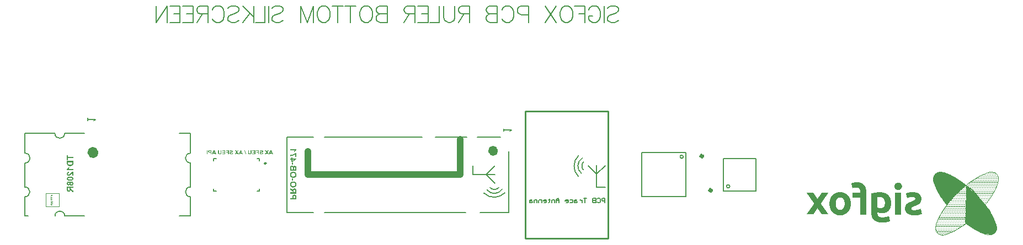
<source format=gbo>
%FSLAX43Y43*%
%MOMM*%
G71*
G01*
G75*
G04 Layer_Color=32896*
%ADD10R,0.250X0.800*%
%ADD11R,0.800X0.250*%
%ADD12R,1.300X1.200*%
%ADD13R,1.600X0.900*%
%ADD14R,2.800X1.000*%
%ADD15R,2.800X1.000*%
%ADD16R,1.200X1.800*%
%ADD17R,1.200X1.400*%
%ADD18R,0.900X1.050*%
%ADD19R,1.470X1.270*%
%ADD20R,0.830X0.630*%
%ADD21R,0.600X0.500*%
%ADD22R,0.900X0.600*%
%ADD23R,0.300X0.300*%
%ADD24R,0.800X0.900*%
%ADD25R,0.550X1.200*%
%ADD26R,1.143X0.254*%
%ADD27R,0.254X1.143*%
%ADD28R,4.826X5.715*%
%ADD29R,1.600X3.000*%
%ADD30R,2.400X2.400*%
%ADD31R,3.800X2.800*%
%ADD32R,0.400X0.750*%
%ADD33R,1.219X2.235*%
%ADD34R,3.600X2.200*%
%ADD35R,5.334X1.930*%
%ADD36R,2.210X0.610*%
%ADD37R,0.580X1.200*%
%ADD38R,2.000X2.000*%
%ADD39R,1.000X1.400*%
%ADD40C,1.000*%
%ADD41R,0.350X0.350*%
%ADD42R,1.800X1.400*%
%ADD43R,2.100X1.400*%
%ADD44R,1.600X0.350*%
%ADD45R,1.200X0.800*%
%ADD46C,1.000*%
%ADD47C,0.152*%
%ADD48R,2.400X2.400*%
%ADD49R,0.300X3.000*%
%ADD50R,0.200X1.000*%
%ADD51R,0.200X2.000*%
%ADD52R,0.300X3.500*%
%ADD53R,0.300X1.500*%
%ADD54R,0.300X2.500*%
%ADD55R,9.398X1.016*%
%ADD56R,9.398X0.762*%
%ADD57R,9.398X0.610*%
%ADD58R,9.398X0.457*%
%ADD59R,9.398X0.305*%
%ADD60R,9.398X0.254*%
%ADD61R,9.398X0.203*%
%ADD62R,9.398X0.152*%
%ADD63R,0.330X0.686*%
%ADD64R,0.400X0.750*%
%ADD65C,0.321*%
%ADD66C,0.361*%
%ADD67C,0.405*%
%ADD68C,0.455*%
%ADD69C,0.511*%
%ADD70C,0.573*%
%ADD71C,0.644*%
%ADD72C,0.723*%
%ADD73C,0.812*%
%ADD74C,0.912*%
%ADD75C,1.020*%
%ADD76C,1.150*%
%ADD77C,1.290*%
%ADD78C,1.450*%
%ADD79C,1.630*%
%ADD80C,1.830*%
%ADD81C,2.050*%
%ADD82C,2.300*%
%ADD83C,2.590*%
%ADD84C,2.910*%
%ADD85C,3.260*%
%ADD86R,1.270X0.559*%
%ADD87R,0.559X1.270*%
%ADD88R,0.890X2.600*%
%ADD89R,5.600X3.600*%
%ADD90R,0.320X0.600*%
%ADD91R,0.600X0.320*%
%ADD92R,1.000X1.950*%
%ADD93C,0.154*%
%ADD94C,0.200*%
%ADD95C,0.150*%
%ADD96C,0.170*%
%ADD97C,0.160*%
%ADD98C,0.155*%
%ADD99C,0.100*%
%ADD100C,0.120*%
%ADD101C,0.127*%
%ADD102C,0.250*%
%ADD103C,0.250*%
%ADD104C,0.254*%
%ADD105R,0.300X2.400*%
%ADD106R,0.864X1.093*%
%ADD107R,9.398X0.406*%
%ADD108R,9.398X0.508*%
%ADD109R,9.398X0.914*%
%ADD110R,9.398X1.168*%
%ADD111R,0.377X0.927*%
%ADD112R,0.927X0.377*%
%ADD113R,1.427X1.327*%
%ADD114R,1.727X1.027*%
%ADD115R,2.927X1.127*%
%ADD116R,2.927X1.127*%
%ADD117R,1.327X1.927*%
%ADD118R,1.327X1.527*%
%ADD119R,1.027X1.177*%
%ADD120R,1.597X1.397*%
%ADD121R,0.957X0.757*%
%ADD122R,0.727X0.627*%
%ADD123R,1.027X0.727*%
%ADD124R,0.427X0.427*%
%ADD125R,0.927X1.027*%
%ADD126R,0.677X1.327*%
%ADD127R,1.270X0.381*%
%ADD128R,0.381X1.270*%
%ADD129R,4.953X5.842*%
%ADD130R,1.727X3.127*%
%ADD131R,2.527X2.527*%
%ADD132R,3.927X2.927*%
%ADD133R,0.527X0.877*%
%ADD134R,1.346X2.362*%
%ADD135R,3.727X2.327*%
%ADD136R,5.461X2.057*%
%ADD137R,2.337X0.737*%
%ADD138R,0.707X1.327*%
%ADD139R,2.127X2.127*%
%ADD140R,1.127X1.527*%
%ADD141C,1.127*%
%ADD142R,0.477X0.477*%
%ADD143R,1.927X1.527*%
%ADD144R,2.227X1.527*%
%ADD145R,1.727X0.477*%
%ADD146R,1.327X0.927*%
%ADD147C,0.448*%
%ADD148C,0.488*%
%ADD149C,0.532*%
%ADD150C,0.582*%
%ADD151C,0.638*%
%ADD152C,0.700*%
%ADD153C,0.771*%
%ADD154C,0.850*%
%ADD155C,0.939*%
%ADD156C,1.039*%
%ADD157C,1.147*%
%ADD158C,1.277*%
%ADD159C,1.417*%
%ADD160C,1.577*%
%ADD161C,1.757*%
%ADD162C,1.957*%
%ADD163C,2.177*%
%ADD164C,2.427*%
%ADD165C,2.717*%
%ADD166C,3.037*%
%ADD167C,3.387*%
%ADD168R,1.397X0.686*%
%ADD169R,0.686X1.397*%
%ADD170R,1.017X2.727*%
%ADD171R,5.727X3.727*%
%ADD172R,0.447X0.727*%
%ADD173R,0.727X0.447*%
%ADD174R,1.127X2.077*%
%ADD175C,0.050*%
%ADD176C,0.508*%
%ADD177C,0.076*%
G36*
X144657Y6068D02*
X144530Y6068D01*
X144530Y6195D01*
X144657Y6195D01*
X144657Y6068D01*
X144657Y6068D02*
G37*
G36*
X144911Y6068D02*
X144784Y6068D01*
X144784Y6195D01*
X144911Y6195D01*
X144911Y6068D01*
X144911Y6068D02*
G37*
G36*
X144149Y6068D02*
X144022Y6068D01*
X144022Y6195D01*
X144149Y6195D01*
X144149Y6068D01*
X144149Y6068D02*
G37*
G36*
X144403Y6068D02*
X144276Y6068D01*
X144276Y6195D01*
X144403Y6195D01*
X144403Y6068D01*
X144403Y6068D02*
G37*
G36*
X145673Y6068D02*
X145546Y6068D01*
X145546Y6195D01*
X145673Y6195D01*
X145673Y6068D01*
X145673Y6068D02*
G37*
G36*
X145927Y6068D02*
X145800Y6068D01*
X145800Y6195D01*
X145927Y6195D01*
X145927Y6068D01*
X145927Y6068D02*
G37*
G36*
X145165Y6068D02*
X145038Y6068D01*
X145038Y6195D01*
X145165Y6195D01*
X145165Y6068D01*
X145165Y6068D02*
G37*
G36*
X145419Y6068D02*
X145292Y6068D01*
X145292Y6195D01*
X145419Y6195D01*
X145419Y6068D01*
X145419Y6068D02*
G37*
G36*
X142625Y6068D02*
X142498Y6068D01*
X142498Y6195D01*
X142625Y6195D01*
X142625Y6068D01*
X142625Y6068D02*
G37*
G36*
X142879Y6068D02*
X142752Y6068D01*
X142752Y6195D01*
X142879Y6195D01*
X142879Y6068D01*
X142879Y6068D02*
G37*
G36*
X146068Y5790D02*
X145941Y5790D01*
X145941Y5917D01*
X146068Y5917D01*
X146068Y5790D01*
X146068Y5790D02*
G37*
G36*
X146322Y5790D02*
X146195Y5790D01*
X146195Y5917D01*
X146322Y5917D01*
X146322Y5790D01*
X146322Y5790D02*
G37*
G36*
X143641Y6068D02*
X143514Y6068D01*
X143514Y6195D01*
X143641Y6195D01*
X143641Y6068D01*
X143641Y6068D02*
G37*
G36*
X143895Y6068D02*
X143768Y6068D01*
X143768Y6195D01*
X143895Y6195D01*
X143895Y6068D01*
X143895Y6068D02*
G37*
G36*
X143133Y6068D02*
X143006Y6068D01*
X143006Y6195D01*
X143133Y6195D01*
X143133Y6068D01*
X143133Y6068D02*
G37*
G36*
X143387Y6068D02*
X143260Y6068D01*
X143260Y6195D01*
X143387Y6195D01*
X143387Y6068D01*
X143387Y6068D02*
G37*
G36*
X146181Y6068D02*
X146054Y6068D01*
X146054Y6195D01*
X146181Y6195D01*
X146181Y6068D01*
X146181Y6068D02*
G37*
G36*
X145024Y6347D02*
X144897Y6347D01*
X144897Y6474D01*
X145024Y6474D01*
X145024Y6347D01*
X145024Y6347D02*
G37*
G36*
X145278Y6347D02*
X145151Y6347D01*
X145151Y6474D01*
X145278Y6474D01*
X145278Y6347D01*
X145278Y6347D02*
G37*
G36*
X144516Y6347D02*
X144389Y6347D01*
X144389Y6474D01*
X144516Y6474D01*
X144516Y6347D01*
X144516Y6347D02*
G37*
G36*
X144770Y6347D02*
X144643Y6347D01*
X144643Y6474D01*
X144770Y6474D01*
X144770Y6347D01*
X144770Y6347D02*
G37*
G36*
X146040Y6347D02*
X145913Y6347D01*
X145913Y6474D01*
X146040Y6474D01*
X146040Y6347D01*
X146040Y6347D02*
G37*
G36*
X146294Y6347D02*
X146167Y6347D01*
X146167Y6474D01*
X146294Y6474D01*
X146294Y6347D01*
X146294Y6347D02*
G37*
G36*
X145532Y6347D02*
X145405Y6347D01*
X145405Y6474D01*
X145532Y6474D01*
X145532Y6347D01*
X145532Y6347D02*
G37*
G36*
X145786Y6347D02*
X145659Y6347D01*
X145659Y6474D01*
X145786Y6474D01*
X145786Y6347D01*
X145786Y6347D02*
G37*
G36*
X142992Y6347D02*
X142865Y6347D01*
X142865Y6474D01*
X142992Y6474D01*
X142992Y6347D01*
X142992Y6347D02*
G37*
G36*
X143246Y6347D02*
X143119Y6347D01*
X143119Y6474D01*
X143246Y6474D01*
X143246Y6347D01*
X143246Y6347D02*
G37*
G36*
X146435Y6068D02*
X146308Y6068D01*
X146308Y6195D01*
X146435Y6195D01*
X146435Y6068D01*
X146435Y6068D02*
G37*
G36*
X142738Y6347D02*
X142611Y6347D01*
X142611Y6474D01*
X142738Y6474D01*
X142738Y6347D01*
X142738Y6347D02*
G37*
G36*
X144008Y6347D02*
X143881Y6347D01*
X143881Y6474D01*
X144008Y6474D01*
X144008Y6347D01*
X144008Y6347D02*
G37*
G36*
X144262Y6347D02*
X144135Y6347D01*
X144135Y6474D01*
X144262Y6474D01*
X144262Y6347D01*
X144262Y6347D02*
G37*
G36*
X143500Y6347D02*
X143373Y6347D01*
X143373Y6474D01*
X143500Y6474D01*
X143500Y6347D01*
X143500Y6347D02*
G37*
G36*
X143754Y6347D02*
X143627Y6347D01*
X143627Y6474D01*
X143754Y6474D01*
X143754Y6347D01*
X143754Y6347D02*
G37*
G36*
X145814Y5790D02*
X145687Y5790D01*
X145687Y5917D01*
X145814Y5917D01*
X145814Y5790D01*
X145814Y5790D02*
G37*
G36*
X144176Y5511D02*
X144049Y5511D01*
X144049Y5638D01*
X144176Y5638D01*
X144176Y5511D01*
X144176Y5511D02*
G37*
G36*
X144430Y5511D02*
X144303Y5511D01*
X144303Y5638D01*
X144430Y5638D01*
X144430Y5511D01*
X144430Y5511D02*
G37*
G36*
X143668Y5511D02*
X143541Y5511D01*
X143541Y5638D01*
X143668Y5638D01*
X143668Y5511D01*
X143668Y5511D02*
G37*
G36*
X143922Y5511D02*
X143795Y5511D01*
X143795Y5638D01*
X143922Y5638D01*
X143922Y5511D01*
X143922Y5511D02*
G37*
G36*
X145192Y5511D02*
X145065Y5511D01*
X145065Y5638D01*
X145192Y5638D01*
X145192Y5511D01*
X145192Y5511D02*
G37*
G36*
X145446Y5511D02*
X145319Y5511D01*
X145319Y5638D01*
X145446Y5638D01*
X145446Y5511D01*
X145446Y5511D02*
G37*
G36*
X144684Y5511D02*
X144557Y5511D01*
X144557Y5638D01*
X144684Y5638D01*
X144684Y5511D01*
X144684Y5511D02*
G37*
G36*
X144938Y5511D02*
X144811Y5511D01*
X144811Y5638D01*
X144938Y5638D01*
X144938Y5511D01*
X144938Y5511D02*
G37*
G36*
X146285Y5232D02*
X146158Y5232D01*
X146158Y5359D01*
X146285Y5359D01*
X146285Y5232D01*
X146285Y5232D02*
G37*
G36*
X142398Y5511D02*
X142271Y5511D01*
X142271Y5638D01*
X142398Y5638D01*
X142398Y5511D01*
X142398Y5511D02*
G37*
G36*
X145777Y5232D02*
X145650Y5232D01*
X145650Y5359D01*
X145777Y5359D01*
X145777Y5232D01*
X145777Y5232D02*
G37*
G36*
X146031Y5232D02*
X145904Y5232D01*
X145904Y5359D01*
X146031Y5359D01*
X146031Y5232D01*
X146031Y5232D02*
G37*
G36*
X143160Y5511D02*
X143033Y5511D01*
X143033Y5638D01*
X143160Y5638D01*
X143160Y5511D01*
X143160Y5511D02*
G37*
G36*
X143414Y5511D02*
X143287Y5511D01*
X143287Y5638D01*
X143414Y5638D01*
X143414Y5511D01*
X143414Y5511D02*
G37*
G36*
X142652Y5511D02*
X142525Y5511D01*
X142525Y5638D01*
X142652Y5638D01*
X142652Y5511D01*
X142652Y5511D02*
G37*
G36*
X142906Y5511D02*
X142779Y5511D01*
X142779Y5638D01*
X142906Y5638D01*
X142906Y5511D01*
X142906Y5511D02*
G37*
G36*
X145700Y5511D02*
X145573Y5511D01*
X145573Y5638D01*
X145700Y5638D01*
X145700Y5511D01*
X145700Y5511D02*
G37*
G36*
X144290Y5790D02*
X144163Y5790D01*
X144163Y5917D01*
X144290Y5917D01*
X144290Y5790D01*
X144290Y5790D02*
G37*
G36*
X144544Y5790D02*
X144417Y5790D01*
X144417Y5917D01*
X144544Y5917D01*
X144544Y5790D01*
X144544Y5790D02*
G37*
G36*
X143782Y5790D02*
X143655Y5790D01*
X143655Y5917D01*
X143782Y5917D01*
X143782Y5790D01*
X143782Y5790D02*
G37*
G36*
X144036Y5790D02*
X143909Y5790D01*
X143909Y5917D01*
X144036Y5917D01*
X144036Y5790D01*
X144036Y5790D02*
G37*
G36*
X145306Y5790D02*
X145179Y5790D01*
X145179Y5917D01*
X145306Y5917D01*
X145306Y5790D01*
X145306Y5790D02*
G37*
G36*
X145560Y5790D02*
X145433Y5790D01*
X145433Y5917D01*
X145560Y5917D01*
X145560Y5790D01*
X145560Y5790D02*
G37*
G36*
X144798Y5790D02*
X144671Y5790D01*
X144671Y5917D01*
X144798Y5917D01*
X144798Y5790D01*
X144798Y5790D02*
G37*
G36*
X145052Y5790D02*
X144925Y5790D01*
X144925Y5917D01*
X145052Y5917D01*
X145052Y5790D01*
X145052Y5790D02*
G37*
G36*
X146462Y5511D02*
X146335Y5511D01*
X146335Y5638D01*
X146462Y5638D01*
X146462Y5511D01*
X146462Y5511D02*
G37*
G36*
X142512Y5790D02*
X142385Y5790D01*
X142385Y5917D01*
X142512Y5917D01*
X142512Y5790D01*
X142512Y5790D02*
G37*
G36*
X145954Y5511D02*
X145827Y5511D01*
X145827Y5638D01*
X145954Y5638D01*
X145954Y5511D01*
X145954Y5511D02*
G37*
G36*
X146208Y5511D02*
X146081Y5511D01*
X146081Y5638D01*
X146208Y5638D01*
X146208Y5511D01*
X146208Y5511D02*
G37*
G36*
X143274Y5790D02*
X143147Y5790D01*
X143147Y5917D01*
X143274Y5917D01*
X143274Y5790D01*
X143274Y5790D02*
G37*
G36*
X143528Y5790D02*
X143401Y5790D01*
X143401Y5917D01*
X143528Y5917D01*
X143528Y5790D01*
X143528Y5790D02*
G37*
G36*
X142766Y5790D02*
X142639Y5790D01*
X142639Y5917D01*
X142766Y5917D01*
X142766Y5790D01*
X142766Y5790D02*
G37*
G36*
X143020Y5790D02*
X142893Y5790D01*
X142893Y5917D01*
X143020Y5917D01*
X143020Y5790D01*
X143020Y5790D02*
G37*
G36*
X146063Y7183D02*
X145936Y7183D01*
X145936Y7310D01*
X146063Y7310D01*
X146063Y7183D01*
X146063Y7183D02*
G37*
G36*
X146317Y7183D02*
X146190Y7183D01*
X146190Y7310D01*
X146317Y7310D01*
X146317Y7183D01*
X146317Y7183D02*
G37*
G36*
X145555Y7183D02*
X145428Y7183D01*
X145428Y7310D01*
X145555Y7310D01*
X145555Y7183D01*
X145555Y7183D02*
G37*
G36*
X145809Y7183D02*
X145682Y7183D01*
X145682Y7310D01*
X145809Y7310D01*
X145809Y7183D01*
X145809Y7183D02*
G37*
G36*
X143953Y7462D02*
X143826Y7462D01*
X143826Y7589D01*
X143953Y7589D01*
X143953Y7462D01*
X143953Y7462D02*
G37*
G36*
X144207Y7462D02*
X144080Y7462D01*
X144080Y7589D01*
X144207Y7589D01*
X144207Y7462D01*
X144207Y7462D02*
G37*
G36*
X143445Y7462D02*
X143318Y7462D01*
X143318Y7589D01*
X143445Y7589D01*
X143445Y7462D01*
X143445Y7462D02*
G37*
G36*
X143699Y7462D02*
X143572Y7462D01*
X143572Y7589D01*
X143699Y7589D01*
X143699Y7462D01*
X143699Y7462D02*
G37*
G36*
X144031Y7183D02*
X143904Y7183D01*
X143904Y7310D01*
X144031Y7310D01*
X144031Y7183D01*
X144031Y7183D02*
G37*
G36*
X144285Y7183D02*
X144158Y7183D01*
X144158Y7310D01*
X144285Y7310D01*
X144285Y7183D01*
X144285Y7183D02*
G37*
G36*
X143523Y7183D02*
X143396Y7183D01*
X143396Y7310D01*
X143523Y7310D01*
X143523Y7183D01*
X143523Y7183D02*
G37*
G36*
X143777Y7183D02*
X143650Y7183D01*
X143650Y7310D01*
X143777Y7310D01*
X143777Y7183D01*
X143777Y7183D02*
G37*
G36*
X145047Y7183D02*
X144920Y7183D01*
X144920Y7310D01*
X145047Y7310D01*
X145047Y7183D01*
X145047Y7183D02*
G37*
G36*
X145301Y7183D02*
X145174Y7183D01*
X145174Y7310D01*
X145301Y7310D01*
X145301Y7183D01*
X145301Y7183D02*
G37*
G36*
X144539Y7183D02*
X144412Y7183D01*
X144412Y7310D01*
X144539Y7310D01*
X144539Y7183D01*
X144539Y7183D02*
G37*
G36*
X144793Y7183D02*
X144666Y7183D01*
X144666Y7310D01*
X144793Y7310D01*
X144793Y7183D01*
X144793Y7183D02*
G37*
G36*
X144461Y7462D02*
X144334Y7462D01*
X144334Y7589D01*
X144461Y7589D01*
X144461Y7462D01*
X144461Y7462D02*
G37*
G36*
X144130Y7740D02*
X144003Y7740D01*
X144003Y7867D01*
X144130Y7867D01*
X144130Y7740D01*
X144130Y7740D02*
G37*
G36*
X144384Y7740D02*
X144257Y7740D01*
X144257Y7867D01*
X144384Y7867D01*
X144384Y7740D01*
X144384Y7740D02*
G37*
G36*
X143622Y7740D02*
X143495Y7740D01*
X143495Y7867D01*
X143622Y7867D01*
X143622Y7740D01*
X143622Y7740D02*
G37*
G36*
X143876Y7740D02*
X143749Y7740D01*
X143749Y7867D01*
X143876Y7867D01*
X143876Y7740D01*
X143876Y7740D02*
G37*
G36*
X145146Y7740D02*
X145019Y7740D01*
X145019Y7867D01*
X145146Y7867D01*
X145146Y7740D01*
X145146Y7740D02*
G37*
G36*
X145400Y7740D02*
X145273Y7740D01*
X145273Y7867D01*
X145400Y7867D01*
X145400Y7740D01*
X145400Y7740D02*
G37*
G36*
X144638Y7740D02*
X144511Y7740D01*
X144511Y7867D01*
X144638Y7867D01*
X144638Y7740D01*
X144638Y7740D02*
G37*
G36*
X144892Y7740D02*
X144765Y7740D01*
X144765Y7867D01*
X144892Y7867D01*
X144892Y7740D01*
X144892Y7740D02*
G37*
G36*
X145223Y7462D02*
X145096Y7462D01*
X145096Y7589D01*
X145223Y7589D01*
X145223Y7462D01*
X145223Y7462D02*
G37*
G36*
X145477Y7462D02*
X145350Y7462D01*
X145350Y7589D01*
X145477Y7589D01*
X145477Y7462D01*
X145477Y7462D02*
G37*
G36*
X144715Y7462D02*
X144588Y7462D01*
X144588Y7589D01*
X144715Y7589D01*
X144715Y7462D01*
X144715Y7462D02*
G37*
G36*
X144969Y7462D02*
X144842Y7462D01*
X144842Y7589D01*
X144969Y7589D01*
X144969Y7462D01*
X144969Y7462D02*
G37*
G36*
X146239Y7462D02*
X146112Y7462D01*
X146112Y7589D01*
X146239Y7589D01*
X146239Y7462D01*
X146239Y7462D02*
G37*
G36*
X146493Y7462D02*
X146366Y7462D01*
X146366Y7589D01*
X146493Y7589D01*
X146493Y7462D01*
X146493Y7462D02*
G37*
G36*
X145731Y7462D02*
X145604Y7462D01*
X145604Y7589D01*
X145731Y7589D01*
X145731Y7462D01*
X145731Y7462D02*
G37*
G36*
X145985Y7462D02*
X145858Y7462D01*
X145858Y7589D01*
X145985Y7589D01*
X145985Y7462D01*
X145985Y7462D02*
G37*
G36*
X143269Y7310D02*
X143269Y7183D01*
X143142Y7183D01*
X143129Y7315D01*
X143269Y7310D01*
X143269Y7310D02*
G37*
G36*
X144502Y6626D02*
X144375Y6626D01*
X144375Y6753D01*
X144502Y6753D01*
X144502Y6626D01*
X144502Y6626D02*
G37*
G36*
X144756Y6626D02*
X144629Y6626D01*
X144629Y6753D01*
X144756Y6753D01*
X144756Y6626D01*
X144756Y6626D02*
G37*
G36*
X143994Y6626D02*
X143867Y6626D01*
X143867Y6753D01*
X143994Y6753D01*
X143994Y6626D01*
X143994Y6626D02*
G37*
G36*
X144248Y6626D02*
X144121Y6626D01*
X144121Y6753D01*
X144248Y6753D01*
X144248Y6626D01*
X144248Y6626D02*
G37*
G36*
X145518Y6626D02*
X145391Y6626D01*
X145391Y6753D01*
X145518Y6753D01*
X145518Y6626D01*
X145518Y6626D02*
G37*
G36*
X145772Y6626D02*
X145645Y6626D01*
X145645Y6753D01*
X145772Y6753D01*
X145772Y6626D01*
X145772Y6626D02*
G37*
G36*
X145010Y6626D02*
X144883Y6626D01*
X144883Y6753D01*
X145010Y6753D01*
X145010Y6626D01*
X145010Y6626D02*
G37*
G36*
X145264Y6626D02*
X145137Y6626D01*
X145137Y6753D01*
X145264Y6753D01*
X145264Y6626D01*
X145264Y6626D02*
G37*
G36*
X129986Y11519D02*
X130028Y11519D01*
X130028Y11505D01*
X130213Y11505D01*
X130213Y11490D01*
X130241Y11490D01*
X130241Y11476D01*
X130355Y11476D01*
X130355Y11462D01*
X130369Y11462D01*
X130369Y11448D01*
X130440Y11448D01*
X130440Y11434D01*
X130454Y11434D01*
X130454Y11420D01*
X130525Y11420D01*
X130525Y11405D01*
X130525Y11391D01*
X130582Y11391D01*
X130582Y11377D01*
X130596Y11377D01*
X130596Y11363D01*
X130639Y11363D01*
X130639Y11349D01*
X130653Y11349D01*
X130653Y11334D01*
X130696Y11334D01*
X130696Y11320D01*
X130696Y11306D01*
X130738Y11306D01*
X130738Y11292D01*
X130738Y11278D01*
X130767Y11278D01*
X130767Y11263D01*
X130781Y11263D01*
X130781Y11249D01*
X130809Y11249D01*
X130809Y11235D01*
X130809Y11221D01*
X130837Y11221D01*
X130837Y11207D01*
X130852Y11207D01*
X130852Y11192D01*
X130866Y11192D01*
X130866Y11178D01*
X130880Y11178D01*
X130880Y11164D01*
X130894Y11164D01*
X130894Y11150D01*
X130908Y11150D01*
X130908Y11136D01*
X130923Y11136D01*
X130923Y11121D01*
X130937Y11121D01*
X130937Y11107D01*
X130951Y11107D01*
X130951Y11093D01*
X130951Y11079D01*
X130979Y11079D01*
X130979Y11065D01*
X130979Y11050D01*
X130994Y11050D01*
X130994Y11036D01*
X131008Y11036D01*
X131008Y11022D01*
X131022Y11022D01*
X131022Y11008D01*
X131022Y10994D01*
X131036Y10994D01*
X131036Y10980D01*
X131036Y10965D01*
X131050Y10965D01*
X131050Y10951D01*
X131065Y10951D01*
X131065Y10937D01*
X131079Y10937D01*
X131079Y10923D01*
X131079Y10909D01*
X131093Y10909D01*
X131093Y10894D01*
X131093Y10880D01*
X131107Y10880D01*
X131107Y10866D01*
X131107Y10852D01*
X131121Y10852D01*
X131121Y10838D01*
X131121Y10823D01*
X131136Y10823D01*
X131136Y10809D01*
X131136Y10795D01*
X131150Y10795D01*
X131150Y10781D01*
X131150Y10767D01*
X131164Y10767D01*
X131164Y10752D01*
X131164Y10738D01*
X131178Y10738D01*
X131178Y10724D01*
X131178Y10710D01*
X131178Y10696D01*
X131178Y10681D01*
X131178Y10667D01*
X131192Y10667D01*
X131192Y10653D01*
X131207Y10653D01*
X131207Y10639D01*
X131207Y10625D01*
X131207Y10610D01*
X131207Y10596D01*
X131207Y10582D01*
X131221Y10582D01*
X131221Y10568D01*
X131235Y10568D01*
X131235Y10554D01*
X131235Y10540D01*
X131235Y10525D01*
X131235Y10511D01*
X131235Y10497D01*
X131235Y10483D01*
X131235Y10469D01*
X131249Y10469D01*
X131249Y10454D01*
X131249Y10440D01*
X131263Y10440D01*
X131263Y10426D01*
X131263Y10412D01*
X131263Y10398D01*
X131263Y10383D01*
X131263Y10369D01*
X131263Y10355D01*
X131263Y10341D01*
X131263Y10327D01*
X131263Y10312D01*
X131263Y10298D01*
X131263Y10284D01*
X131263Y10270D01*
X131263Y10256D01*
X131263Y10241D01*
X131263Y10227D01*
X131263Y10213D01*
X131263Y10199D01*
X131277Y10199D01*
X131277Y10185D01*
X131277Y10170D01*
X131277Y10156D01*
X131277Y10142D01*
X131263Y10142D01*
X131263Y10128D01*
X131263Y10114D01*
X131263Y10100D01*
X131263Y10085D01*
X131263Y10071D01*
X131263Y10057D01*
X131263Y10043D01*
X131263Y10029D01*
X131263Y10014D01*
X131263Y10000D01*
X131263Y9986D01*
X131263Y9972D01*
X131263Y9958D01*
X131263Y9943D01*
X131263Y9929D01*
X131263Y9915D01*
X131263Y9901D01*
X131263Y9887D01*
X131263Y9872D01*
X131263Y9858D01*
X131263Y9844D01*
X131263Y9830D01*
X131263Y9816D01*
X131263Y9801D01*
X131263Y9787D01*
X131263Y9773D01*
X131263Y9759D01*
X131263Y9745D01*
X131263Y9730D01*
X131263Y9716D01*
X131263Y9702D01*
X131263Y9688D01*
X131263Y9674D01*
X131263Y9660D01*
X131263Y9645D01*
X131263Y9631D01*
X131263Y9617D01*
X131263Y9603D01*
X131263Y9589D01*
X131263Y9574D01*
X131263Y9560D01*
X131263Y9546D01*
X131263Y9532D01*
X131263Y9518D01*
X131263Y9503D01*
X131263Y9489D01*
X131263Y9475D01*
X131263Y9461D01*
X131263Y9447D01*
X131263Y9432D01*
X131263Y9418D01*
X131263Y9404D01*
X131263Y9390D01*
X131263Y9376D01*
X131263Y9361D01*
X131263Y9347D01*
X131263Y9333D01*
X131263Y9319D01*
X131263Y9305D01*
X131263Y9290D01*
X131263Y9276D01*
X131263Y9262D01*
X131263Y9248D01*
X131263Y9234D01*
X131263Y9220D01*
X131263Y9205D01*
X131263Y9191D01*
X131263Y9177D01*
X131263Y9163D01*
X131263Y9149D01*
X131263Y9134D01*
X131263Y9120D01*
X131263Y9106D01*
X131263Y9092D01*
X131263Y9078D01*
X131263Y9063D01*
X131263Y9049D01*
X131263Y9035D01*
X131263Y9021D01*
X131263Y9007D01*
X131263Y8992D01*
X131263Y8978D01*
X131263Y8964D01*
X131263Y8950D01*
X131263Y8936D01*
X131263Y8921D01*
X131263Y8907D01*
X131263Y8893D01*
X131263Y8879D01*
X131263Y8865D01*
X131263Y8850D01*
X131263Y8836D01*
X131263Y8822D01*
X131263Y8808D01*
X131263Y8794D01*
X131263Y8780D01*
X131263Y8765D01*
X131263Y8751D01*
X131263Y8737D01*
X131263Y8723D01*
X131263Y8709D01*
X131263Y8694D01*
X131263Y8680D01*
X131263Y8666D01*
X131263Y8652D01*
X131263Y8638D01*
X131263Y8623D01*
X131263Y8609D01*
X131263Y8595D01*
X131263Y8581D01*
X131263Y8567D01*
X131263Y8552D01*
X131263Y8538D01*
X131263Y8524D01*
X131263Y8510D01*
X131263Y8496D01*
X131263Y8481D01*
X131263Y8467D01*
X131263Y8453D01*
X131263Y8439D01*
X131263Y8425D01*
X131263Y8410D01*
X131263Y8396D01*
X131263Y8382D01*
X131263Y8368D01*
X131263Y8354D01*
X131263Y8340D01*
X131263Y8325D01*
X131263Y8311D01*
X131263Y8297D01*
X131263Y8283D01*
X131263Y8269D01*
X131263Y8254D01*
X131263Y8240D01*
X131263Y8226D01*
X131263Y8212D01*
X131263Y8198D01*
X131263Y8183D01*
X131263Y8169D01*
X131263Y8155D01*
X131263Y8141D01*
X131263Y8127D01*
X131263Y8112D01*
X131263Y8098D01*
X131263Y8084D01*
X131263Y8070D01*
X131263Y8056D01*
X131263Y8041D01*
X131263Y8027D01*
X131263Y8013D01*
X131263Y7999D01*
X131263Y7985D01*
X131263Y7970D01*
X131263Y7956D01*
X131263Y7942D01*
X131263Y7928D01*
X131263Y7914D01*
X131263Y7900D01*
X131263Y7885D01*
X131263Y7871D01*
X131263Y7857D01*
X131263Y7843D01*
X131263Y7829D01*
X131263Y7814D01*
X131263Y7800D01*
X131263Y7786D01*
X131263Y7772D01*
X131263Y7758D01*
X131263Y7743D01*
X131263Y7729D01*
X131263Y7715D01*
X131263Y7701D01*
X131263Y7687D01*
X131263Y7672D01*
X131263Y7658D01*
X131263Y7644D01*
X131263Y7630D01*
X131263Y7616D01*
X131263Y7601D01*
X131263Y7587D01*
X131263Y7573D01*
X131263Y7559D01*
X131263Y7545D01*
X131263Y7530D01*
X131263Y7516D01*
X131263Y7502D01*
X131263Y7488D01*
X131263Y7474D01*
X131263Y7460D01*
X131263Y7445D01*
X131263Y7431D01*
X131263Y7417D01*
X131263Y7403D01*
X131263Y7389D01*
X131263Y7374D01*
X131263Y7360D01*
X131263Y7346D01*
X131263Y7332D01*
X131263Y7318D01*
X131263Y7303D01*
X131263Y7289D01*
X131263Y7275D01*
X131263Y7261D01*
X131263Y7247D01*
X131263Y7232D01*
X131263Y7218D01*
X131263Y7204D01*
X131263Y7190D01*
X131263Y7176D01*
X131263Y7161D01*
X131263Y7147D01*
X131263Y7133D01*
X131263Y7119D01*
X131263Y7105D01*
X131263Y7090D01*
X131263Y7076D01*
X131263Y7062D01*
X131263Y7048D01*
X131263Y7034D01*
X131263Y7020D01*
X131263Y7005D01*
X131263Y6991D01*
X131263Y6977D01*
X131263Y6963D01*
X131263Y6949D01*
X131263Y6934D01*
X131263Y6920D01*
X131263Y6906D01*
X131263Y6892D01*
X131263Y6878D01*
X131263Y6863D01*
X131263Y6849D01*
X131263Y6835D01*
X131263Y6821D01*
X131263Y6807D01*
X131263Y6792D01*
X131263Y6778D01*
X131263Y6764D01*
X131263Y6750D01*
X131263Y6736D01*
X131263Y6721D01*
X131263Y6707D01*
X131263Y6693D01*
X131263Y6679D01*
X131263Y6665D01*
X131263Y6650D01*
X131263Y6636D01*
X131263Y6622D01*
X131263Y6608D01*
X131263Y6594D01*
X131263Y6580D01*
X131263Y6565D01*
X131263Y6551D01*
X130327Y6551D01*
X130327Y6565D01*
X130327Y6580D01*
X130327Y6594D01*
X130327Y6608D01*
X130327Y6622D01*
X130327Y6636D01*
X130327Y6650D01*
X130327Y6665D01*
X130327Y6679D01*
X130327Y6693D01*
X130327Y6707D01*
X130327Y6721D01*
X130327Y6736D01*
X130327Y6750D01*
X130327Y6764D01*
X130327Y6778D01*
X130327Y6792D01*
X130327Y6807D01*
X130327Y6821D01*
X130327Y6835D01*
X130327Y6849D01*
X130327Y6863D01*
X130327Y6878D01*
X130327Y6892D01*
X130327Y6906D01*
X130327Y6920D01*
X130327Y6934D01*
X130327Y6949D01*
X130327Y6963D01*
X130327Y6977D01*
X130327Y6991D01*
X130327Y7005D01*
X130327Y7020D01*
X130327Y7034D01*
X130327Y7048D01*
X130327Y7062D01*
X130327Y7076D01*
X130327Y7090D01*
X130327Y7105D01*
X130327Y7119D01*
X130327Y7133D01*
X130327Y7147D01*
X130327Y7161D01*
X130327Y7176D01*
X130327Y7190D01*
X130327Y7204D01*
X130327Y7218D01*
X130327Y7232D01*
X130327Y7247D01*
X130327Y7261D01*
X130327Y7275D01*
X130327Y7289D01*
X130327Y7303D01*
X130327Y7318D01*
X130327Y7332D01*
X130327Y7346D01*
X130327Y7360D01*
X130327Y7374D01*
X130327Y7389D01*
X130327Y7403D01*
X130327Y7417D01*
X130327Y7431D01*
X130327Y7445D01*
X130327Y7460D01*
X130327Y7474D01*
X130327Y7488D01*
X130327Y7502D01*
X130327Y7516D01*
X130327Y7530D01*
X130327Y7545D01*
X130327Y7559D01*
X130327Y7573D01*
X130327Y7587D01*
X130327Y7601D01*
X130327Y7616D01*
X130327Y7630D01*
X130327Y7644D01*
X130327Y7658D01*
X130327Y7672D01*
X130327Y7687D01*
X130327Y7701D01*
X130327Y7715D01*
X130327Y7729D01*
X130327Y7743D01*
X130327Y7758D01*
X130327Y7772D01*
X130327Y7786D01*
X130327Y7800D01*
X130327Y7814D01*
X130327Y7829D01*
X130327Y7843D01*
X130327Y7857D01*
X130327Y7871D01*
X130327Y7885D01*
X130327Y7900D01*
X130327Y7914D01*
X130327Y7928D01*
X130327Y7942D01*
X130327Y7956D01*
X130327Y7970D01*
X130327Y7985D01*
X130327Y7999D01*
X130327Y8013D01*
X130327Y8027D01*
X130327Y8041D01*
X130327Y8056D01*
X130327Y8070D01*
X130327Y8084D01*
X130327Y8098D01*
X130327Y8112D01*
X130327Y8127D01*
X130327Y8141D01*
X130327Y8155D01*
X130327Y8169D01*
X130327Y8183D01*
X130327Y8198D01*
X130327Y8212D01*
X130327Y8226D01*
X130327Y8240D01*
X130327Y8254D01*
X130327Y8269D01*
X130327Y8283D01*
X130327Y8297D01*
X130327Y8311D01*
X130327Y8325D01*
X130327Y8340D01*
X130327Y8354D01*
X130327Y8368D01*
X130327Y8382D01*
X130327Y8396D01*
X130327Y8410D01*
X130327Y8425D01*
X130327Y8439D01*
X130327Y8453D01*
X130327Y8467D01*
X130327Y8481D01*
X130327Y8496D01*
X130327Y8510D01*
X130327Y8524D01*
X130327Y8538D01*
X130327Y8552D01*
X130327Y8567D01*
X130327Y8581D01*
X130327Y8595D01*
X130327Y8609D01*
X130327Y8623D01*
X130327Y8638D01*
X130327Y8652D01*
X130327Y8666D01*
X130327Y8680D01*
X130327Y8694D01*
X130327Y8709D01*
X130327Y8723D01*
X130327Y8737D01*
X130327Y8751D01*
X130327Y8765D01*
X130327Y8780D01*
X130327Y8794D01*
X130327Y8808D01*
X130327Y8822D01*
X130327Y8836D01*
X130327Y8850D01*
X130327Y8865D01*
X130327Y8879D01*
X130327Y8893D01*
X130327Y8907D01*
X130327Y8921D01*
X130327Y8936D01*
X130327Y8950D01*
X130327Y8964D01*
X130327Y8978D01*
X130327Y8992D01*
X130327Y9007D01*
X130327Y9021D01*
X130327Y9035D01*
X130327Y9049D01*
X130327Y9063D01*
X130327Y9078D01*
X130327Y9092D01*
X130327Y9106D01*
X130312Y9106D01*
X130312Y9120D01*
X130298Y9120D01*
X130298Y9134D01*
X129148Y9134D01*
X129148Y9149D01*
X129148Y9163D01*
X129148Y9177D01*
X129148Y9191D01*
X129148Y9205D01*
X129148Y9220D01*
X129148Y9234D01*
X129148Y9248D01*
X129148Y9262D01*
X129148Y9276D01*
X129148Y9290D01*
X129148Y9305D01*
X129148Y9319D01*
X129148Y9333D01*
X129148Y9347D01*
X129148Y9361D01*
X129148Y9376D01*
X129148Y9390D01*
X129148Y9404D01*
X129148Y9418D01*
X129148Y9432D01*
X129148Y9447D01*
X129148Y9461D01*
X129148Y9475D01*
X129148Y9489D01*
X129148Y9503D01*
X129148Y9518D01*
X129148Y9532D01*
X129148Y9546D01*
X129148Y9560D01*
X129148Y9574D01*
X129148Y9589D01*
X129148Y9603D01*
X129148Y9617D01*
X129148Y9631D01*
X129148Y9645D01*
X129148Y9660D01*
X129148Y9674D01*
X129148Y9688D01*
X129148Y9702D01*
X129148Y9716D01*
X129148Y9730D01*
X129148Y9745D01*
X129148Y9759D01*
X129148Y9773D01*
X129148Y9787D01*
X129148Y9801D01*
X129148Y9816D01*
X129148Y9830D01*
X129148Y9844D01*
X129148Y9858D01*
X129148Y9872D01*
X129148Y9887D01*
X129148Y9901D01*
X129148Y9915D01*
X129148Y9929D01*
X130327Y9929D01*
X130327Y9943D01*
X130327Y9958D01*
X130327Y9972D01*
X130327Y9986D01*
X130327Y10000D01*
X130327Y10014D01*
X130327Y10029D01*
X130327Y10043D01*
X130327Y10057D01*
X130327Y10071D01*
X130327Y10085D01*
X130327Y10100D01*
X130327Y10114D01*
X130327Y10128D01*
X130327Y10142D01*
X130327Y10156D01*
X130327Y10170D01*
X130327Y10185D01*
X130327Y10199D01*
X130327Y10213D01*
X130312Y10213D01*
X130312Y10227D01*
X130312Y10241D01*
X130312Y10256D01*
X130312Y10270D01*
X130312Y10284D01*
X130312Y10298D01*
X130312Y10312D01*
X130298Y10312D01*
X130298Y10327D01*
X130298Y10341D01*
X130298Y10355D01*
X130298Y10369D01*
X130284Y10369D01*
X130284Y10383D01*
X130284Y10398D01*
X130284Y10412D01*
X130270Y10412D01*
X130270Y10426D01*
X130270Y10440D01*
X130256Y10440D01*
X130256Y10454D01*
X130256Y10469D01*
X130241Y10469D01*
X130241Y10483D01*
X130241Y10497D01*
X130227Y10497D01*
X130227Y10511D01*
X130213Y10511D01*
X130213Y10525D01*
X130213Y10540D01*
X130199Y10540D01*
X130199Y10554D01*
X130185Y10554D01*
X130185Y10568D01*
X130170Y10568D01*
X130170Y10582D01*
X130156Y10582D01*
X130156Y10596D01*
X130128Y10596D01*
X130128Y10610D01*
X130128Y10625D01*
X130099Y10625D01*
X130099Y10639D01*
X130085Y10639D01*
X130085Y10653D01*
X130043Y10653D01*
X130043Y10667D01*
X130028Y10667D01*
X130028Y10681D01*
X129957Y10681D01*
X129957Y10696D01*
X129943Y10696D01*
X129943Y10710D01*
X129801Y10710D01*
X129801Y10724D01*
X129659Y10724D01*
X129659Y10710D01*
X129461Y10710D01*
X129461Y10696D01*
X129432Y10696D01*
X129432Y10681D01*
X129347Y10681D01*
X129347Y10667D01*
X129319Y10667D01*
X129319Y10653D01*
X129248Y10653D01*
X129248Y10639D01*
X129234Y10639D01*
X129234Y10625D01*
X129163Y10625D01*
X129163Y10639D01*
X129163Y10653D01*
X129148Y10653D01*
X129148Y10667D01*
X129148Y10681D01*
X129148Y10696D01*
X129148Y10710D01*
X129134Y10710D01*
X129134Y10724D01*
X129134Y10738D01*
X129134Y10752D01*
X129134Y10767D01*
X129134Y10781D01*
X129120Y10781D01*
X129120Y10795D01*
X129120Y10809D01*
X129120Y10823D01*
X129120Y10838D01*
X129106Y10838D01*
X129106Y10852D01*
X129106Y10866D01*
X129106Y10880D01*
X129106Y10894D01*
X129092Y10894D01*
X129092Y10909D01*
X129092Y10923D01*
X129092Y10937D01*
X129092Y10951D01*
X129077Y10951D01*
X129077Y10965D01*
X129077Y10980D01*
X129077Y10994D01*
X129077Y11008D01*
X129063Y11008D01*
X129063Y11022D01*
X129063Y11036D01*
X129063Y11050D01*
X129063Y11065D01*
X129049Y11065D01*
X129049Y11079D01*
X129049Y11093D01*
X129049Y11107D01*
X129049Y11121D01*
X129049Y11136D01*
X129035Y11136D01*
X129035Y11150D01*
X129035Y11164D01*
X129035Y11178D01*
X129035Y11192D01*
X129021Y11192D01*
X129021Y11207D01*
X129021Y11221D01*
X129021Y11235D01*
X129021Y11249D01*
X129007Y11249D01*
X129007Y11263D01*
X129007Y11278D01*
X129007Y11292D01*
X129007Y11306D01*
X128992Y11306D01*
X128992Y11320D01*
X128992Y11334D01*
X128992Y11349D01*
X128992Y11363D01*
X129007Y11363D01*
X129007Y11377D01*
X129021Y11377D01*
X129021Y11391D01*
X129092Y11391D01*
X129092Y11405D01*
X129106Y11405D01*
X129106Y11420D01*
X129177Y11420D01*
X129177Y11434D01*
X129205Y11434D01*
X129205Y11448D01*
X129276Y11448D01*
X129276Y11462D01*
X129305Y11462D01*
X129305Y11476D01*
X129418Y11476D01*
X129418Y11490D01*
X129432Y11490D01*
X129432Y11505D01*
X129617Y11505D01*
X129617Y11519D01*
X129674Y11519D01*
X129674Y11533D01*
X129986Y11533D01*
X129986Y11519D01*
X129986Y11519D02*
G37*
G36*
X136657Y9901D02*
X136657Y9887D01*
X136657Y9872D01*
X136657Y9858D01*
X136657Y9844D01*
X136657Y9830D01*
X136657Y9816D01*
X136657Y9801D01*
X136657Y9787D01*
X136657Y9773D01*
X136657Y9759D01*
X136657Y9745D01*
X136657Y9730D01*
X136657Y9716D01*
X136657Y9702D01*
X136657Y9688D01*
X136657Y9674D01*
X136657Y9660D01*
X136657Y9645D01*
X136657Y9631D01*
X136657Y9617D01*
X136657Y9603D01*
X136657Y9589D01*
X136657Y9574D01*
X136657Y9560D01*
X136657Y9546D01*
X136657Y9532D01*
X136657Y9518D01*
X136657Y9503D01*
X136657Y9489D01*
X136657Y9475D01*
X136657Y9461D01*
X136657Y9447D01*
X136657Y9432D01*
X136657Y9418D01*
X136657Y9404D01*
X136657Y9390D01*
X136657Y9376D01*
X136657Y9361D01*
X136657Y9347D01*
X136657Y9333D01*
X136657Y9319D01*
X136657Y9305D01*
X136657Y9290D01*
X136657Y9276D01*
X136657Y9262D01*
X136657Y9248D01*
X136657Y9234D01*
X136657Y9220D01*
X136657Y9205D01*
X136657Y9191D01*
X136657Y9177D01*
X136657Y9163D01*
X136657Y9149D01*
X136657Y9134D01*
X136657Y9120D01*
X136657Y9106D01*
X136657Y9092D01*
X136657Y9078D01*
X136657Y9063D01*
X136657Y9049D01*
X136657Y9035D01*
X136657Y9021D01*
X136657Y9007D01*
X136657Y8992D01*
X136657Y8978D01*
X136657Y8964D01*
X136657Y8950D01*
X136657Y8936D01*
X136657Y8921D01*
X136657Y8907D01*
X136657Y8893D01*
X136657Y8879D01*
X136657Y8865D01*
X136657Y8850D01*
X136657Y8836D01*
X136657Y8822D01*
X136657Y8808D01*
X136657Y8794D01*
X136657Y8780D01*
X136657Y8765D01*
X136657Y8751D01*
X136657Y8737D01*
X136657Y8723D01*
X136657Y8709D01*
X136657Y8694D01*
X136657Y8680D01*
X136657Y8666D01*
X136657Y8652D01*
X136657Y8638D01*
X136657Y8623D01*
X136657Y8609D01*
X136657Y8595D01*
X136657Y8581D01*
X136657Y8567D01*
X136657Y8552D01*
X136657Y8538D01*
X136657Y8524D01*
X136657Y8510D01*
X136657Y8496D01*
X136657Y8481D01*
X136657Y8467D01*
X136657Y8453D01*
X136657Y8439D01*
X136657Y8425D01*
X136657Y8410D01*
X136657Y8396D01*
X136657Y8382D01*
X136657Y8368D01*
X136657Y8354D01*
X136657Y8340D01*
X136657Y8325D01*
X136657Y8311D01*
X136657Y8297D01*
X136657Y8283D01*
X136657Y8269D01*
X136657Y8254D01*
X136657Y8240D01*
X136657Y8226D01*
X136657Y8212D01*
X136657Y8198D01*
X136657Y8183D01*
X136657Y8169D01*
X136657Y8155D01*
X136657Y8141D01*
X136657Y8127D01*
X136657Y8112D01*
X136657Y8098D01*
X136657Y8084D01*
X136657Y8070D01*
X136657Y8056D01*
X136657Y8041D01*
X136657Y8027D01*
X136657Y8013D01*
X136657Y7999D01*
X136657Y7985D01*
X136657Y7970D01*
X136657Y7956D01*
X136657Y7942D01*
X136657Y7928D01*
X136657Y7914D01*
X136657Y7900D01*
X136657Y7885D01*
X136657Y7871D01*
X136657Y7857D01*
X136657Y7843D01*
X136657Y7829D01*
X136657Y7814D01*
X136657Y7800D01*
X136657Y7786D01*
X136657Y7772D01*
X136657Y7758D01*
X136657Y7743D01*
X136657Y7729D01*
X136657Y7715D01*
X136657Y7701D01*
X136657Y7687D01*
X136657Y7672D01*
X136657Y7658D01*
X136657Y7644D01*
X136657Y7630D01*
X136657Y7616D01*
X136657Y7601D01*
X136657Y7587D01*
X136657Y7573D01*
X136657Y7559D01*
X136657Y7545D01*
X136657Y7530D01*
X136657Y7516D01*
X136657Y7502D01*
X136657Y7488D01*
X136657Y7474D01*
X136657Y7460D01*
X136657Y7445D01*
X136657Y7431D01*
X136657Y7417D01*
X136657Y7403D01*
X136657Y7389D01*
X136657Y7374D01*
X136657Y7360D01*
X136657Y7346D01*
X136657Y7332D01*
X136657Y7318D01*
X136657Y7303D01*
X136657Y7289D01*
X136657Y7275D01*
X136657Y7261D01*
X136657Y7247D01*
X136657Y7232D01*
X136657Y7218D01*
X136657Y7204D01*
X136657Y7190D01*
X136657Y7176D01*
X136657Y7161D01*
X136657Y7147D01*
X136657Y7133D01*
X136657Y7119D01*
X136657Y7105D01*
X136657Y7090D01*
X136657Y7076D01*
X136657Y7062D01*
X136657Y7048D01*
X136657Y7034D01*
X136657Y7020D01*
X136657Y7005D01*
X136657Y6991D01*
X136657Y6977D01*
X136657Y6963D01*
X136657Y6949D01*
X136657Y6934D01*
X136657Y6920D01*
X136657Y6906D01*
X136657Y6892D01*
X136657Y6878D01*
X136657Y6863D01*
X136657Y6849D01*
X136657Y6835D01*
X136657Y6821D01*
X136657Y6807D01*
X136657Y6792D01*
X136657Y6778D01*
X136657Y6764D01*
X136657Y6750D01*
X136657Y6736D01*
X136657Y6721D01*
X136657Y6707D01*
X136657Y6693D01*
X136657Y6679D01*
X136657Y6665D01*
X136657Y6650D01*
X136657Y6636D01*
X136657Y6622D01*
X136657Y6608D01*
X136657Y6594D01*
X136657Y6580D01*
X136657Y6565D01*
X136657Y6551D01*
X135720Y6551D01*
X135720Y6565D01*
X135720Y6580D01*
X135720Y6594D01*
X135720Y6608D01*
X135720Y6622D01*
X135720Y6636D01*
X135720Y6650D01*
X135720Y6665D01*
X135720Y6679D01*
X135720Y6693D01*
X135720Y6707D01*
X135720Y6721D01*
X135720Y6736D01*
X135720Y6750D01*
X135720Y6764D01*
X135720Y6778D01*
X135720Y6792D01*
X135720Y6807D01*
X135720Y6821D01*
X135720Y6835D01*
X135720Y6849D01*
X135720Y6863D01*
X135720Y6878D01*
X135720Y6892D01*
X135720Y6906D01*
X135720Y6920D01*
X135720Y6934D01*
X135720Y6949D01*
X135720Y6963D01*
X135720Y6977D01*
X135720Y6991D01*
X135720Y7005D01*
X135720Y7020D01*
X135720Y7034D01*
X135720Y7048D01*
X135720Y7062D01*
X135720Y7076D01*
X135720Y7090D01*
X135720Y7105D01*
X135720Y7119D01*
X135720Y7133D01*
X135720Y7147D01*
X135720Y7161D01*
X135720Y7176D01*
X135720Y7190D01*
X135720Y7204D01*
X135720Y7218D01*
X135720Y7232D01*
X135720Y7247D01*
X135720Y7261D01*
X135720Y7275D01*
X135720Y7289D01*
X135720Y7303D01*
X135720Y7318D01*
X135720Y7332D01*
X135720Y7346D01*
X135720Y7360D01*
X135720Y7374D01*
X135720Y7389D01*
X135720Y7403D01*
X135720Y7417D01*
X135720Y7431D01*
X135720Y7445D01*
X135720Y7460D01*
X135720Y7474D01*
X135720Y7488D01*
X135720Y7502D01*
X135720Y7516D01*
X135720Y7530D01*
X135720Y7545D01*
X135720Y7559D01*
X135720Y7573D01*
X135720Y7587D01*
X135720Y7601D01*
X135720Y7616D01*
X135720Y7630D01*
X135720Y7644D01*
X135720Y7658D01*
X135720Y7672D01*
X135720Y7687D01*
X135720Y7701D01*
X135720Y7715D01*
X135720Y7729D01*
X135720Y7743D01*
X135720Y7758D01*
X135720Y7772D01*
X135720Y7786D01*
X135720Y7800D01*
X135720Y7814D01*
X135720Y7829D01*
X135720Y7843D01*
X135720Y7857D01*
X135720Y7871D01*
X135720Y7885D01*
X135720Y7900D01*
X135720Y7914D01*
X135720Y7928D01*
X135720Y7942D01*
X135720Y7956D01*
X135720Y7970D01*
X135720Y7985D01*
X135720Y7999D01*
X135720Y8013D01*
X135720Y8027D01*
X135720Y8041D01*
X135720Y8056D01*
X135720Y8070D01*
X135720Y8084D01*
X135720Y8098D01*
X135720Y8112D01*
X135720Y8127D01*
X135720Y8141D01*
X135720Y8155D01*
X135720Y8169D01*
X135720Y8183D01*
X135720Y8198D01*
X135720Y8212D01*
X135720Y8226D01*
X135720Y8240D01*
X135720Y8254D01*
X135720Y8269D01*
X135720Y8283D01*
X135720Y8297D01*
X135720Y8311D01*
X135720Y8325D01*
X135720Y8340D01*
X135720Y8354D01*
X135720Y8368D01*
X135720Y8382D01*
X135720Y8396D01*
X135720Y8410D01*
X135720Y8425D01*
X135720Y8439D01*
X135720Y8453D01*
X135720Y8467D01*
X135720Y8481D01*
X135720Y8496D01*
X135720Y8510D01*
X135720Y8524D01*
X135720Y8538D01*
X135720Y8552D01*
X135720Y8567D01*
X135720Y8581D01*
X135720Y8595D01*
X135720Y8609D01*
X135720Y8623D01*
X135720Y8638D01*
X135720Y8652D01*
X135720Y8666D01*
X135720Y8680D01*
X135720Y8694D01*
X135720Y8709D01*
X135720Y8723D01*
X135720Y8737D01*
X135720Y8751D01*
X135720Y8765D01*
X135720Y8780D01*
X135720Y8794D01*
X135720Y8808D01*
X135720Y8822D01*
X135720Y8836D01*
X135720Y8850D01*
X135720Y8865D01*
X135720Y8879D01*
X135720Y8893D01*
X135720Y8907D01*
X135720Y8921D01*
X135720Y8936D01*
X135720Y8950D01*
X135720Y8964D01*
X135720Y8978D01*
X135720Y8992D01*
X135720Y9007D01*
X135720Y9021D01*
X135720Y9035D01*
X135720Y9049D01*
X135720Y9063D01*
X135720Y9078D01*
X135720Y9092D01*
X135720Y9106D01*
X135720Y9120D01*
X135720Y9134D01*
X135720Y9149D01*
X135720Y9163D01*
X135720Y9177D01*
X135720Y9191D01*
X135720Y9205D01*
X135720Y9220D01*
X135720Y9234D01*
X135720Y9248D01*
X135720Y9262D01*
X135720Y9276D01*
X135720Y9290D01*
X135720Y9305D01*
X135720Y9319D01*
X135720Y9333D01*
X135720Y9347D01*
X135720Y9361D01*
X135720Y9376D01*
X135720Y9390D01*
X135720Y9404D01*
X135720Y9418D01*
X135720Y9432D01*
X135720Y9447D01*
X135720Y9461D01*
X135720Y9475D01*
X135720Y9489D01*
X135720Y9503D01*
X135720Y9518D01*
X135720Y9532D01*
X135720Y9546D01*
X135720Y9560D01*
X135720Y9574D01*
X135720Y9589D01*
X135720Y9603D01*
X135720Y9617D01*
X135720Y9631D01*
X135720Y9645D01*
X135720Y9660D01*
X135720Y9674D01*
X135720Y9688D01*
X135720Y9702D01*
X135720Y9716D01*
X135720Y9730D01*
X135720Y9745D01*
X135720Y9759D01*
X135720Y9773D01*
X135720Y9787D01*
X135720Y9801D01*
X135720Y9816D01*
X135720Y9830D01*
X135720Y9844D01*
X135720Y9858D01*
X135720Y9872D01*
X135720Y9887D01*
X135720Y9901D01*
X135720Y9915D01*
X136657Y9915D01*
X136657Y9901D01*
X136657Y9901D02*
G37*
G36*
X138459Y10000D02*
X138686Y10000D01*
X138686Y9986D01*
X138786Y9986D01*
X138786Y9972D01*
X138857Y9972D01*
X138857Y9958D01*
X138928Y9958D01*
X138928Y9943D01*
X138970Y9943D01*
X138970Y9929D01*
X139027Y9929D01*
X139027Y9915D01*
X139056Y9915D01*
X139056Y9901D01*
X139098Y9901D01*
X139098Y9887D01*
X139126Y9887D01*
X139126Y9872D01*
X139169Y9872D01*
X139169Y9858D01*
X139197Y9858D01*
X139197Y9844D01*
X139226Y9844D01*
X139226Y9830D01*
X139254Y9830D01*
X139254Y9816D01*
X139268Y9816D01*
X139268Y9801D01*
X139297Y9801D01*
X139297Y9787D01*
X139325Y9787D01*
X139325Y9773D01*
X139339Y9773D01*
X139339Y9759D01*
X139354Y9759D01*
X139354Y9745D01*
X139382Y9745D01*
X139382Y9730D01*
X139396Y9730D01*
X139396Y9716D01*
X139410Y9716D01*
X139410Y9702D01*
X139425Y9702D01*
X139425Y9688D01*
X139453Y9688D01*
X139453Y9674D01*
X139467Y9674D01*
X139467Y9660D01*
X139481Y9660D01*
X139481Y9645D01*
X139496Y9645D01*
X139496Y9631D01*
X139510Y9631D01*
X139510Y9617D01*
X139524Y9617D01*
X139524Y9603D01*
X139524Y9589D01*
X139538Y9589D01*
X139538Y9574D01*
X139552Y9574D01*
X139552Y9560D01*
X139566Y9560D01*
X139566Y9546D01*
X139566Y9532D01*
X139581Y9532D01*
X139581Y9518D01*
X139595Y9518D01*
X139595Y9503D01*
X139609Y9503D01*
X139609Y9489D01*
X139609Y9475D01*
X139623Y9475D01*
X139623Y9461D01*
X139623Y9447D01*
X139637Y9447D01*
X139637Y9432D01*
X139637Y9418D01*
X139652Y9418D01*
X139652Y9404D01*
X139652Y9390D01*
X139666Y9390D01*
X139666Y9376D01*
X139666Y9361D01*
X139680Y9361D01*
X139680Y9347D01*
X139680Y9333D01*
X139680Y9319D01*
X139694Y9319D01*
X139694Y9305D01*
X139694Y9290D01*
X139694Y9276D01*
X139708Y9276D01*
X139708Y9262D01*
X139708Y9248D01*
X139708Y9234D01*
X139723Y9234D01*
X139723Y9220D01*
X139723Y9205D01*
X139723Y9191D01*
X139723Y9177D01*
X139723Y9163D01*
X139737Y9163D01*
X139737Y9149D01*
X139737Y9134D01*
X139737Y9120D01*
X139737Y9106D01*
X139737Y9092D01*
X139737Y9078D01*
X139737Y9063D01*
X139737Y9049D01*
X139737Y9035D01*
X139737Y9021D01*
X139737Y9007D01*
X139737Y8992D01*
X139737Y8978D01*
X139737Y8964D01*
X139737Y8950D01*
X139737Y8936D01*
X139737Y8921D01*
X139737Y8907D01*
X139737Y8893D01*
X139737Y8879D01*
X139737Y8865D01*
X139737Y8850D01*
X139737Y8836D01*
X139737Y8822D01*
X139737Y8808D01*
X139737Y8794D01*
X139723Y8794D01*
X139723Y8780D01*
X139723Y8765D01*
X139723Y8751D01*
X139723Y8737D01*
X139723Y8723D01*
X139708Y8723D01*
X139708Y8709D01*
X139708Y8694D01*
X139708Y8680D01*
X139708Y8666D01*
X139708Y8652D01*
X139694Y8652D01*
X139694Y8638D01*
X139694Y8623D01*
X139680Y8623D01*
X139680Y8609D01*
X139680Y8595D01*
X139680Y8581D01*
X139680Y8567D01*
X139666Y8567D01*
X139666Y8552D01*
X139666Y8538D01*
X139652Y8538D01*
X139652Y8524D01*
X139652Y8510D01*
X139637Y8510D01*
X139637Y8496D01*
X139637Y8481D01*
X139623Y8481D01*
X139623Y8467D01*
X139623Y8453D01*
X139609Y8453D01*
X139609Y8439D01*
X139609Y8425D01*
X139595Y8425D01*
X139595Y8410D01*
X139595Y8396D01*
X139581Y8396D01*
X139581Y8382D01*
X139566Y8382D01*
X139566Y8368D01*
X139552Y8368D01*
X139552Y8354D01*
X139552Y8340D01*
X139524Y8340D01*
X139524Y8325D01*
X139524Y8311D01*
X139510Y8311D01*
X139510Y8297D01*
X139496Y8297D01*
X139496Y8283D01*
X139481Y8283D01*
X139481Y8269D01*
X139467Y8269D01*
X139467Y8254D01*
X139453Y8254D01*
X139453Y8240D01*
X139439Y8240D01*
X139439Y8226D01*
X139410Y8226D01*
X139410Y8212D01*
X139410Y8198D01*
X139382Y8198D01*
X139382Y8183D01*
X139368Y8183D01*
X139368Y8169D01*
X139339Y8169D01*
X139339Y8155D01*
X139339Y8141D01*
X139297Y8141D01*
X139297Y8127D01*
X139297Y8112D01*
X139254Y8112D01*
X139254Y8098D01*
X139240Y8098D01*
X139240Y8084D01*
X139197Y8084D01*
X139197Y8070D01*
X139197Y8056D01*
X139155Y8056D01*
X139155Y8041D01*
X139141Y8041D01*
X139141Y8027D01*
X139084Y8027D01*
X139084Y8013D01*
X139070Y8013D01*
X139070Y7999D01*
X139027Y7999D01*
X139027Y7985D01*
X139013Y7985D01*
X139013Y7970D01*
X138970Y7970D01*
X138970Y7956D01*
X138956Y7956D01*
X138956Y7942D01*
X138899Y7942D01*
X138899Y7928D01*
X138885Y7928D01*
X138885Y7914D01*
X138814Y7914D01*
X138814Y7900D01*
X138814Y7885D01*
X138743Y7885D01*
X138743Y7871D01*
X138743Y7857D01*
X138672Y7857D01*
X138672Y7843D01*
X138658Y7843D01*
X138658Y7829D01*
X138601Y7829D01*
X138601Y7814D01*
X138587Y7814D01*
X138587Y7800D01*
X138530Y7800D01*
X138530Y7786D01*
X138530Y7772D01*
X138474Y7772D01*
X138474Y7758D01*
X138474Y7743D01*
X138417Y7743D01*
X138417Y7729D01*
X138417Y7715D01*
X138360Y7715D01*
X138360Y7701D01*
X138360Y7687D01*
X138317Y7687D01*
X138317Y7672D01*
X138303Y7672D01*
X138303Y7658D01*
X138275Y7658D01*
X138275Y7644D01*
X138261Y7644D01*
X138261Y7630D01*
X138247Y7630D01*
X138247Y7616D01*
X138232Y7616D01*
X138232Y7601D01*
X138218Y7601D01*
X138218Y7587D01*
X138218Y7573D01*
X138218Y7559D01*
X138218Y7545D01*
X138204Y7545D01*
X138204Y7530D01*
X138204Y7516D01*
X138190Y7516D01*
X138190Y7502D01*
X138190Y7488D01*
X138190Y7474D01*
X138190Y7460D01*
X138190Y7445D01*
X138190Y7431D01*
X138190Y7417D01*
X138190Y7403D01*
X138204Y7403D01*
X138204Y7389D01*
X138218Y7389D01*
X138218Y7374D01*
X138218Y7360D01*
X138218Y7346D01*
X138232Y7346D01*
X138232Y7332D01*
X138232Y7318D01*
X138261Y7318D01*
X138261Y7303D01*
X138275Y7303D01*
X138275Y7289D01*
X138317Y7289D01*
X138317Y7275D01*
X138332Y7275D01*
X138332Y7261D01*
X138431Y7261D01*
X138431Y7247D01*
X138445Y7247D01*
X138445Y7232D01*
X138914Y7232D01*
X138914Y7247D01*
X138942Y7247D01*
X138942Y7261D01*
X139112Y7261D01*
X139112Y7275D01*
X139126Y7275D01*
X139126Y7289D01*
X139240Y7289D01*
X139240Y7303D01*
X139254Y7303D01*
X139254Y7318D01*
X139354Y7318D01*
X139354Y7332D01*
X139368Y7332D01*
X139368Y7346D01*
X139453Y7346D01*
X139453Y7360D01*
X139467Y7360D01*
X139467Y7374D01*
X139538Y7374D01*
X139538Y7389D01*
X139552Y7389D01*
X139552Y7403D01*
X139623Y7403D01*
X139623Y7417D01*
X139623Y7431D01*
X139680Y7431D01*
X139680Y7417D01*
X139680Y7403D01*
X139680Y7389D01*
X139680Y7374D01*
X139680Y7360D01*
X139694Y7360D01*
X139694Y7346D01*
X139694Y7332D01*
X139694Y7318D01*
X139694Y7303D01*
X139694Y7289D01*
X139708Y7289D01*
X139708Y7275D01*
X139708Y7261D01*
X139708Y7247D01*
X139708Y7232D01*
X139723Y7232D01*
X139723Y7218D01*
X139723Y7204D01*
X139723Y7190D01*
X139723Y7176D01*
X139723Y7161D01*
X139723Y7147D01*
X139737Y7147D01*
X139737Y7133D01*
X139737Y7119D01*
X139737Y7105D01*
X139737Y7090D01*
X139751Y7090D01*
X139751Y7076D01*
X139751Y7062D01*
X139751Y7048D01*
X139751Y7034D01*
X139751Y7020D01*
X139751Y7005D01*
X139765Y7005D01*
X139765Y6991D01*
X139765Y6977D01*
X139765Y6963D01*
X139765Y6949D01*
X139779Y6949D01*
X139779Y6934D01*
X139779Y6920D01*
X139779Y6906D01*
X139779Y6892D01*
X139779Y6878D01*
X139794Y6878D01*
X139794Y6863D01*
X139794Y6849D01*
X139794Y6835D01*
X139794Y6821D01*
X139794Y6807D01*
X139808Y6807D01*
X139808Y6792D01*
X139808Y6778D01*
X139808Y6764D01*
X139808Y6750D01*
X139808Y6736D01*
X139822Y6736D01*
X139822Y6721D01*
X139822Y6707D01*
X139822Y6693D01*
X139822Y6679D01*
X139822Y6665D01*
X139808Y6665D01*
X139808Y6650D01*
X139794Y6650D01*
X139794Y6636D01*
X139737Y6636D01*
X139737Y6622D01*
X139723Y6622D01*
X139723Y6608D01*
X139652Y6608D01*
X139652Y6594D01*
X139637Y6594D01*
X139637Y6580D01*
X139552Y6580D01*
X139552Y6565D01*
X139538Y6565D01*
X139538Y6551D01*
X139453Y6551D01*
X139453Y6537D01*
X139425Y6537D01*
X139425Y6523D01*
X139325Y6523D01*
X139325Y6509D01*
X139297Y6509D01*
X139297Y6494D01*
X139155Y6494D01*
X139155Y6480D01*
X139112Y6480D01*
X139112Y6466D01*
X138772Y6466D01*
X138772Y6452D01*
X138757Y6452D01*
X138757Y6466D01*
X138701Y6466D01*
X138701Y6452D01*
X138686Y6452D01*
X138686Y6466D01*
X138303Y6466D01*
X138303Y6480D01*
X138261Y6480D01*
X138261Y6494D01*
X138133Y6494D01*
X138133Y6509D01*
X138105Y6509D01*
X138105Y6523D01*
X138019Y6523D01*
X138019Y6537D01*
X137991Y6537D01*
X137991Y6551D01*
X137920Y6551D01*
X137920Y6565D01*
X137906Y6565D01*
X137906Y6580D01*
X137849Y6580D01*
X137849Y6594D01*
X137821Y6594D01*
X137821Y6608D01*
X137778Y6608D01*
X137778Y6622D01*
X137764Y6622D01*
X137764Y6636D01*
X137721Y6636D01*
X137721Y6650D01*
X137707Y6650D01*
X137707Y6665D01*
X137665Y6665D01*
X137665Y6679D01*
X137650Y6679D01*
X137650Y6693D01*
X137622Y6693D01*
X137622Y6707D01*
X137608Y6707D01*
X137608Y6721D01*
X137579Y6721D01*
X137579Y6736D01*
X137565Y6736D01*
X137565Y6750D01*
X137537Y6750D01*
X137537Y6764D01*
X137537Y6778D01*
X137508Y6778D01*
X137508Y6792D01*
X137508Y6807D01*
X137480Y6807D01*
X137480Y6821D01*
X137480Y6835D01*
X137452Y6835D01*
X137452Y6849D01*
X137452Y6863D01*
X137423Y6863D01*
X137423Y6878D01*
X137423Y6892D01*
X137409Y6892D01*
X137409Y6906D01*
X137395Y6906D01*
X137395Y6920D01*
X137395Y6934D01*
X137381Y6934D01*
X137381Y6949D01*
X137367Y6949D01*
X137367Y6963D01*
X137367Y6977D01*
X137367Y6991D01*
X137352Y6991D01*
X137352Y7005D01*
X137338Y7005D01*
X137338Y7020D01*
X137338Y7034D01*
X137324Y7034D01*
X137324Y7048D01*
X137310Y7048D01*
X137310Y7062D01*
X137310Y7076D01*
X137310Y7090D01*
X137310Y7105D01*
X137296Y7105D01*
X137296Y7119D01*
X137281Y7119D01*
X137281Y7133D01*
X137281Y7147D01*
X137281Y7161D01*
X137281Y7176D01*
X137267Y7176D01*
X137267Y7190D01*
X137267Y7204D01*
X137253Y7204D01*
X137253Y7218D01*
X137253Y7232D01*
X137253Y7247D01*
X137253Y7261D01*
X137253Y7275D01*
X137253Y7289D01*
X137253Y7303D01*
X137253Y7318D01*
X137253Y7332D01*
X137239Y7332D01*
X137239Y7346D01*
X137239Y7360D01*
X137239Y7374D01*
X137239Y7389D01*
X137239Y7403D01*
X137239Y7417D01*
X137239Y7431D01*
X137239Y7445D01*
X137239Y7460D01*
X137239Y7474D01*
X137239Y7488D01*
X137239Y7502D01*
X137239Y7516D01*
X137239Y7530D01*
X137239Y7545D01*
X137239Y7559D01*
X137239Y7573D01*
X137253Y7573D01*
X137253Y7587D01*
X137253Y7601D01*
X137253Y7616D01*
X137253Y7630D01*
X137253Y7644D01*
X137253Y7658D01*
X137253Y7672D01*
X137253Y7687D01*
X137253Y7701D01*
X137253Y7715D01*
X137253Y7729D01*
X137253Y7743D01*
X137267Y7743D01*
X137267Y7758D01*
X137267Y7772D01*
X137281Y7772D01*
X137281Y7786D01*
X137281Y7800D01*
X137281Y7814D01*
X137281Y7829D01*
X137281Y7843D01*
X137281Y7857D01*
X137310Y7857D01*
X137310Y7871D01*
X137310Y7885D01*
X137310Y7900D01*
X137310Y7914D01*
X137310Y7928D01*
X137324Y7928D01*
X137324Y7942D01*
X137338Y7942D01*
X137338Y7956D01*
X137338Y7970D01*
X137338Y7985D01*
X137352Y7985D01*
X137352Y7999D01*
X137367Y7999D01*
X137367Y8013D01*
X137367Y8027D01*
X137395Y8027D01*
X137395Y8041D01*
X137395Y8056D01*
X137395Y8070D01*
X137409Y8070D01*
X137409Y8084D01*
X137423Y8084D01*
X137423Y8098D01*
X137423Y8112D01*
X137452Y8112D01*
X137452Y8127D01*
X137452Y8141D01*
X137480Y8141D01*
X137480Y8155D01*
X137480Y8169D01*
X137508Y8169D01*
X137508Y8183D01*
X137508Y8198D01*
X137537Y8198D01*
X137537Y8212D01*
X137537Y8226D01*
X137565Y8226D01*
X137565Y8240D01*
X137579Y8240D01*
X137579Y8254D01*
X137608Y8254D01*
X137608Y8269D01*
X137622Y8269D01*
X137622Y8283D01*
X137650Y8283D01*
X137650Y8297D01*
X137650Y8311D01*
X137693Y8311D01*
X137693Y8325D01*
X137707Y8325D01*
X137707Y8340D01*
X137736Y8340D01*
X137736Y8354D01*
X137750Y8354D01*
X137750Y8368D01*
X137792Y8368D01*
X137792Y8382D01*
X137792Y8396D01*
X137849Y8396D01*
X137849Y8410D01*
X137849Y8425D01*
X137906Y8425D01*
X137906Y8439D01*
X137906Y8453D01*
X137963Y8453D01*
X137963Y8467D01*
X137977Y8467D01*
X137977Y8481D01*
X138019Y8481D01*
X138019Y8496D01*
X138034Y8496D01*
X138034Y8510D01*
X138090Y8510D01*
X138090Y8524D01*
X138105Y8524D01*
X138105Y8538D01*
X138161Y8538D01*
X138161Y8552D01*
X138176Y8552D01*
X138176Y8567D01*
X138232Y8567D01*
X138232Y8581D01*
X138247Y8581D01*
X138247Y8595D01*
X138303Y8595D01*
X138303Y8609D01*
X138317Y8609D01*
X138317Y8623D01*
X138374Y8623D01*
X138374Y8638D01*
X138388Y8638D01*
X138388Y8652D01*
X138445Y8652D01*
X138445Y8666D01*
X138459Y8666D01*
X138459Y8680D01*
X138502Y8680D01*
X138502Y8694D01*
X138516Y8694D01*
X138516Y8709D01*
X138573Y8709D01*
X138573Y8723D01*
X138573Y8737D01*
X138616Y8737D01*
X138616Y8751D01*
X138630Y8751D01*
X138630Y8765D01*
X138658Y8765D01*
X138658Y8780D01*
X138672Y8780D01*
X138672Y8794D01*
X138715Y8794D01*
X138715Y8808D01*
X138715Y8822D01*
X138743Y8822D01*
X138743Y8836D01*
X138743Y8850D01*
X138757Y8850D01*
X138757Y8865D01*
X138772Y8865D01*
X138772Y8879D01*
X138772Y8893D01*
X138786Y8893D01*
X138786Y8907D01*
X138786Y8921D01*
X138786Y8936D01*
X138786Y8950D01*
X138786Y8964D01*
X138800Y8964D01*
X138800Y8978D01*
X138800Y8992D01*
X138800Y9007D01*
X138800Y9021D01*
X138786Y9021D01*
X138786Y9035D01*
X138786Y9049D01*
X138786Y9063D01*
X138786Y9078D01*
X138772Y9078D01*
X138772Y9092D01*
X138772Y9106D01*
X138757Y9106D01*
X138757Y9120D01*
X138743Y9120D01*
X138743Y9134D01*
X138729Y9134D01*
X138729Y9149D01*
X138715Y9149D01*
X138715Y9163D01*
X138701Y9163D01*
X138701Y9177D01*
X138672Y9177D01*
X138672Y9191D01*
X138644Y9191D01*
X138644Y9205D01*
X138601Y9205D01*
X138601Y9220D01*
X138545Y9220D01*
X138545Y9234D01*
X138403Y9234D01*
X138403Y9248D01*
X138289Y9248D01*
X138289Y9234D01*
X138090Y9234D01*
X138090Y9220D01*
X137991Y9220D01*
X137991Y9205D01*
X137920Y9205D01*
X137920Y9191D01*
X137906Y9191D01*
X137906Y9205D01*
X137877Y9205D01*
X137877Y9191D01*
X137863Y9191D01*
X137863Y9177D01*
X137807Y9177D01*
X137807Y9163D01*
X137750Y9163D01*
X137750Y9149D01*
X137707Y9149D01*
X137707Y9134D01*
X137665Y9134D01*
X137665Y9120D01*
X137650Y9120D01*
X137650Y9106D01*
X137537Y9106D01*
X137537Y9120D01*
X137537Y9134D01*
X137537Y9149D01*
X137537Y9163D01*
X137537Y9177D01*
X137537Y9191D01*
X137537Y9205D01*
X137537Y9220D01*
X137523Y9220D01*
X137523Y9234D01*
X137508Y9234D01*
X137508Y9248D01*
X137508Y9262D01*
X137508Y9276D01*
X137508Y9290D01*
X137508Y9305D01*
X137508Y9319D01*
X137508Y9333D01*
X137508Y9347D01*
X137494Y9347D01*
X137494Y9361D01*
X137480Y9361D01*
X137480Y9376D01*
X137480Y9390D01*
X137480Y9404D01*
X137480Y9418D01*
X137480Y9432D01*
X137480Y9447D01*
X137480Y9461D01*
X137480Y9475D01*
X137466Y9475D01*
X137466Y9489D01*
X137452Y9489D01*
X137452Y9503D01*
X137452Y9518D01*
X137452Y9532D01*
X137452Y9546D01*
X137452Y9560D01*
X137452Y9574D01*
X137452Y9589D01*
X137437Y9589D01*
X137437Y9603D01*
X137437Y9617D01*
X137423Y9617D01*
X137423Y9631D01*
X137423Y9645D01*
X137423Y9660D01*
X137423Y9674D01*
X137423Y9688D01*
X137423Y9702D01*
X137423Y9716D01*
X137409Y9716D01*
X137409Y9730D01*
X137409Y9745D01*
X137395Y9745D01*
X137395Y9759D01*
X137395Y9773D01*
X137395Y9787D01*
X137395Y9801D01*
X137395Y9816D01*
X137395Y9830D01*
X137395Y9844D01*
X137423Y9844D01*
X137423Y9858D01*
X137480Y9858D01*
X137480Y9872D01*
X137523Y9872D01*
X137523Y9887D01*
X137565Y9887D01*
X137565Y9901D01*
X137622Y9901D01*
X137622Y9915D01*
X137679Y9915D01*
X137679Y9929D01*
X137736Y9929D01*
X137736Y9943D01*
X137821Y9943D01*
X137821Y9958D01*
X137906Y9958D01*
X137906Y9972D01*
X137991Y9972D01*
X137991Y9986D01*
X138105Y9986D01*
X138105Y10000D01*
X138360Y10000D01*
X138360Y10014D01*
X138459Y10014D01*
X138459Y10000D01*
X138459Y10000D02*
G37*
G36*
X127388Y10000D02*
X127516Y10000D01*
X127516Y9986D01*
X127601Y9986D01*
X127601Y9972D01*
X127658Y9972D01*
X127658Y9958D01*
X127715Y9958D01*
X127715Y9943D01*
X127757Y9943D01*
X127757Y9929D01*
X127814Y9929D01*
X127814Y9915D01*
X127843Y9915D01*
X127843Y9901D01*
X127885Y9901D01*
X127885Y9887D01*
X127928Y9887D01*
X127928Y9872D01*
X127956Y9872D01*
X127956Y9858D01*
X127985Y9858D01*
X127985Y9844D01*
X128013Y9844D01*
X128013Y9830D01*
X128041Y9830D01*
X128041Y9816D01*
X128070Y9816D01*
X128070Y9801D01*
X128098Y9801D01*
X128098Y9787D01*
X128127Y9787D01*
X128127Y9773D01*
X128155Y9773D01*
X128155Y9759D01*
X128169Y9759D01*
X128169Y9745D01*
X128183Y9745D01*
X128183Y9730D01*
X128212Y9730D01*
X128212Y9716D01*
X128240Y9716D01*
X128240Y9702D01*
X128254Y9702D01*
X128254Y9688D01*
X128268Y9688D01*
X128268Y9674D01*
X128297Y9674D01*
X128297Y9660D01*
X128311Y9660D01*
X128311Y9645D01*
X128325Y9645D01*
X128325Y9631D01*
X128339Y9631D01*
X128339Y9617D01*
X128354Y9617D01*
X128354Y9603D01*
X128382Y9603D01*
X128382Y9589D01*
X128382Y9574D01*
X128410Y9574D01*
X128410Y9560D01*
X128410Y9546D01*
X128439Y9546D01*
X128439Y9532D01*
X128439Y9518D01*
X128467Y9518D01*
X128467Y9503D01*
X128467Y9489D01*
X128496Y9489D01*
X128496Y9475D01*
X128496Y9461D01*
X128510Y9461D01*
X128510Y9447D01*
X128524Y9447D01*
X128524Y9432D01*
X128538Y9432D01*
X128538Y9418D01*
X128552Y9418D01*
X128552Y9404D01*
X128552Y9390D01*
X128581Y9390D01*
X128581Y9376D01*
X128581Y9361D01*
X128581Y9347D01*
X128609Y9347D01*
X128609Y9333D01*
X128609Y9319D01*
X128609Y9305D01*
X128637Y9305D01*
X128637Y9290D01*
X128637Y9276D01*
X128637Y9262D01*
X128666Y9262D01*
X128666Y9248D01*
X128666Y9234D01*
X128666Y9220D01*
X128680Y9220D01*
X128680Y9205D01*
X128694Y9205D01*
X128694Y9191D01*
X128694Y9177D01*
X128694Y9163D01*
X128723Y9163D01*
X128723Y9149D01*
X128723Y9134D01*
X128723Y9120D01*
X128723Y9106D01*
X128751Y9106D01*
X128751Y9092D01*
X128751Y9078D01*
X128751Y9063D01*
X128751Y9049D01*
X128765Y9049D01*
X128765Y9035D01*
X128779Y9035D01*
X128779Y9021D01*
X128779Y9007D01*
X128779Y8992D01*
X128779Y8978D01*
X128794Y8978D01*
X128794Y8964D01*
X128794Y8950D01*
X128794Y8936D01*
X128808Y8936D01*
X128808Y8921D01*
X128808Y8907D01*
X128808Y8893D01*
X128822Y8893D01*
X128822Y8879D01*
X128822Y8865D01*
X128822Y8850D01*
X128836Y8850D01*
X128836Y8836D01*
X128836Y8822D01*
X128836Y8808D01*
X128836Y8794D01*
X128850Y8794D01*
X128850Y8780D01*
X128850Y8765D01*
X128850Y8751D01*
X128865Y8751D01*
X128865Y8737D01*
X128865Y8723D01*
X128865Y8709D01*
X128865Y8694D01*
X128865Y8680D01*
X128879Y8680D01*
X128879Y8666D01*
X128879Y8652D01*
X128879Y8638D01*
X128879Y8623D01*
X128893Y8623D01*
X128893Y8609D01*
X128893Y8595D01*
X128893Y8581D01*
X128893Y8567D01*
X128893Y8552D01*
X128893Y8538D01*
X128893Y8524D01*
X128907Y8524D01*
X128907Y8510D01*
X128907Y8496D01*
X128907Y8481D01*
X128907Y8467D01*
X128907Y8453D01*
X128907Y8439D01*
X128907Y8425D01*
X128907Y8410D01*
X128907Y8396D01*
X128907Y8382D01*
X128907Y8368D01*
X128907Y8354D01*
X128921Y8354D01*
X128921Y8340D01*
X128921Y8325D01*
X128921Y8311D01*
X128921Y8297D01*
X128921Y8283D01*
X128921Y8269D01*
X128921Y8254D01*
X128921Y8240D01*
X128921Y8226D01*
X128921Y8212D01*
X128921Y8198D01*
X128921Y8183D01*
X128921Y8169D01*
X128921Y8155D01*
X128921Y8141D01*
X128921Y8127D01*
X128921Y8112D01*
X128907Y8112D01*
X128907Y8098D01*
X128907Y8084D01*
X128907Y8070D01*
X128907Y8056D01*
X128907Y8041D01*
X128907Y8027D01*
X128907Y8013D01*
X128907Y7999D01*
X128907Y7985D01*
X128907Y7970D01*
X128907Y7956D01*
X128907Y7942D01*
X128893Y7942D01*
X128893Y7928D01*
X128893Y7914D01*
X128893Y7900D01*
X128893Y7885D01*
X128893Y7871D01*
X128893Y7857D01*
X128879Y7857D01*
X128879Y7843D01*
X128879Y7829D01*
X128879Y7814D01*
X128879Y7800D01*
X128879Y7786D01*
X128879Y7772D01*
X128865Y7772D01*
X128865Y7758D01*
X128865Y7743D01*
X128865Y7729D01*
X128865Y7715D01*
X128850Y7715D01*
X128850Y7701D01*
X128850Y7687D01*
X128850Y7672D01*
X128850Y7658D01*
X128836Y7658D01*
X128836Y7644D01*
X128836Y7630D01*
X128836Y7616D01*
X128836Y7601D01*
X128822Y7601D01*
X128822Y7587D01*
X128822Y7573D01*
X128822Y7559D01*
X128808Y7559D01*
X128808Y7545D01*
X128808Y7530D01*
X128808Y7516D01*
X128794Y7516D01*
X128794Y7502D01*
X128794Y7488D01*
X128794Y7474D01*
X128779Y7474D01*
X128779Y7460D01*
X128779Y7445D01*
X128779Y7431D01*
X128779Y7417D01*
X128765Y7417D01*
X128765Y7403D01*
X128751Y7403D01*
X128751Y7389D01*
X128751Y7374D01*
X128751Y7360D01*
X128751Y7346D01*
X128723Y7346D01*
X128723Y7332D01*
X128723Y7318D01*
X128723Y7303D01*
X128723Y7289D01*
X128694Y7289D01*
X128694Y7275D01*
X128694Y7261D01*
X128694Y7247D01*
X128680Y7247D01*
X128680Y7232D01*
X128666Y7232D01*
X128666Y7218D01*
X128666Y7204D01*
X128652Y7204D01*
X128652Y7190D01*
X128637Y7190D01*
X128637Y7176D01*
X128637Y7161D01*
X128637Y7147D01*
X128609Y7147D01*
X128609Y7133D01*
X128609Y7119D01*
X128595Y7119D01*
X128595Y7105D01*
X128581Y7105D01*
X128581Y7090D01*
X128581Y7076D01*
X128567Y7076D01*
X128567Y7062D01*
X128552Y7062D01*
X128552Y7048D01*
X128552Y7034D01*
X128524Y7034D01*
X128524Y7020D01*
X128524Y7005D01*
X128496Y7005D01*
X128496Y6991D01*
X128496Y6977D01*
X128481Y6977D01*
X128481Y6963D01*
X128467Y6963D01*
X128467Y6949D01*
X128467Y6934D01*
X128453Y6934D01*
X128453Y6920D01*
X128439Y6920D01*
X128439Y6906D01*
X128425Y6906D01*
X128425Y6892D01*
X128410Y6892D01*
X128410Y6878D01*
X128396Y6878D01*
X128396Y6863D01*
X128368Y6863D01*
X128368Y6849D01*
X128354Y6849D01*
X128354Y6835D01*
X128339Y6835D01*
X128339Y6821D01*
X128325Y6821D01*
X128325Y6807D01*
X128297Y6807D01*
X128297Y6792D01*
X128297Y6778D01*
X128268Y6778D01*
X128268Y6764D01*
X128254Y6764D01*
X128254Y6750D01*
X128226Y6750D01*
X128226Y6736D01*
X128212Y6736D01*
X128212Y6721D01*
X128183Y6721D01*
X128183Y6707D01*
X128183Y6693D01*
X128141Y6693D01*
X128141Y6679D01*
X128127Y6679D01*
X128127Y6665D01*
X128098Y6665D01*
X128098Y6650D01*
X128070Y6650D01*
X128070Y6636D01*
X128027Y6636D01*
X128027Y6622D01*
X128027Y6608D01*
X127970Y6608D01*
X127970Y6594D01*
X127956Y6594D01*
X127956Y6580D01*
X127899Y6580D01*
X127899Y6565D01*
X127885Y6565D01*
X127885Y6551D01*
X127814Y6551D01*
X127814Y6537D01*
X127814Y6523D01*
X127729Y6523D01*
X127729Y6509D01*
X127701Y6509D01*
X127701Y6494D01*
X127601Y6494D01*
X127601Y6480D01*
X127559Y6480D01*
X127559Y6466D01*
X126963Y6466D01*
X126963Y6480D01*
X126934Y6480D01*
X126934Y6494D01*
X126821Y6494D01*
X126821Y6509D01*
X126792Y6509D01*
X126792Y6523D01*
X126721Y6523D01*
X126721Y6537D01*
X126707Y6537D01*
X126707Y6551D01*
X126636Y6551D01*
X126636Y6565D01*
X126622Y6565D01*
X126622Y6580D01*
X126565Y6580D01*
X126565Y6594D01*
X126551Y6594D01*
X126551Y6608D01*
X126508Y6608D01*
X126508Y6622D01*
X126494Y6622D01*
X126494Y6636D01*
X126452Y6636D01*
X126452Y6650D01*
X126437Y6650D01*
X126437Y6665D01*
X126395Y6665D01*
X126395Y6679D01*
X126395Y6693D01*
X126352Y6693D01*
X126352Y6707D01*
X126338Y6707D01*
X126338Y6721D01*
X126310Y6721D01*
X126310Y6736D01*
X126310Y6750D01*
X126281Y6750D01*
X126281Y6764D01*
X126253Y6764D01*
X126253Y6778D01*
X126225Y6778D01*
X126225Y6792D01*
X126225Y6807D01*
X126196Y6807D01*
X126196Y6821D01*
X126196Y6835D01*
X126168Y6835D01*
X126168Y6849D01*
X126168Y6863D01*
X126139Y6863D01*
X126139Y6878D01*
X126125Y6878D01*
X126125Y6892D01*
X126111Y6892D01*
X126111Y6906D01*
X126097Y6906D01*
X126097Y6920D01*
X126083Y6920D01*
X126083Y6934D01*
X126068Y6934D01*
X126068Y6949D01*
X126054Y6949D01*
X126054Y6963D01*
X126054Y6977D01*
X126026Y6977D01*
X126026Y6991D01*
X126026Y7005D01*
X125997Y7005D01*
X125997Y7020D01*
X125997Y7034D01*
X125983Y7034D01*
X125983Y7048D01*
X125969Y7048D01*
X125969Y7062D01*
X125969Y7076D01*
X125955Y7076D01*
X125955Y7090D01*
X125941Y7090D01*
X125941Y7105D01*
X125941Y7119D01*
X125912Y7119D01*
X125912Y7133D01*
X125912Y7147D01*
X125912Y7161D01*
X125898Y7161D01*
X125898Y7176D01*
X125884Y7176D01*
X125884Y7190D01*
X125884Y7204D01*
X125870Y7204D01*
X125870Y7218D01*
X125856Y7218D01*
X125856Y7232D01*
X125856Y7247D01*
X125856Y7261D01*
X125827Y7261D01*
X125827Y7275D01*
X125827Y7289D01*
X125827Y7303D01*
X125827Y7318D01*
X125813Y7318D01*
X125813Y7332D01*
X125799Y7332D01*
X125799Y7346D01*
X125799Y7360D01*
X125799Y7374D01*
X125785Y7374D01*
X125785Y7389D01*
X125770Y7389D01*
X125770Y7403D01*
X125770Y7417D01*
X125770Y7431D01*
X125770Y7445D01*
X125770Y7460D01*
X125742Y7460D01*
X125742Y7474D01*
X125742Y7488D01*
X125742Y7502D01*
X125742Y7516D01*
X125742Y7530D01*
X125728Y7530D01*
X125728Y7545D01*
X125714Y7545D01*
X125714Y7559D01*
X125714Y7573D01*
X125714Y7587D01*
X125714Y7601D01*
X125714Y7616D01*
X125714Y7630D01*
X125699Y7630D01*
X125699Y7644D01*
X125685Y7644D01*
X125685Y7658D01*
X125685Y7672D01*
X125685Y7687D01*
X125685Y7701D01*
X125685Y7715D01*
X125685Y7729D01*
X125685Y7743D01*
X125671Y7743D01*
X125671Y7758D01*
X125657Y7758D01*
X125657Y7772D01*
X125657Y7786D01*
X125657Y7800D01*
X125657Y7814D01*
X125657Y7829D01*
X125657Y7843D01*
X125657Y7857D01*
X125657Y7871D01*
X125657Y7885D01*
X125643Y7885D01*
X125643Y7900D01*
X125643Y7914D01*
X125628Y7914D01*
X125628Y7928D01*
X125628Y7942D01*
X125628Y7956D01*
X125628Y7970D01*
X125628Y7985D01*
X125628Y7999D01*
X125628Y8013D01*
X125628Y8027D01*
X125628Y8041D01*
X125628Y8056D01*
X125628Y8070D01*
X125628Y8084D01*
X125628Y8098D01*
X125628Y8112D01*
X125628Y8127D01*
X125628Y8141D01*
X125628Y8155D01*
X125628Y8169D01*
X125628Y8183D01*
X125628Y8198D01*
X125628Y8212D01*
X125628Y8226D01*
X125628Y8240D01*
X125628Y8254D01*
X125628Y8269D01*
X125628Y8283D01*
X125628Y8297D01*
X125628Y8311D01*
X125628Y8325D01*
X125628Y8340D01*
X125628Y8354D01*
X125628Y8368D01*
X125628Y8382D01*
X125628Y8396D01*
X125628Y8410D01*
X125628Y8425D01*
X125628Y8439D01*
X125628Y8453D01*
X125628Y8467D01*
X125628Y8481D01*
X125628Y8496D01*
X125628Y8510D01*
X125628Y8524D01*
X125628Y8538D01*
X125628Y8552D01*
X125628Y8567D01*
X125643Y8567D01*
X125643Y8581D01*
X125643Y8595D01*
X125657Y8595D01*
X125657Y8609D01*
X125657Y8623D01*
X125657Y8638D01*
X125657Y8652D01*
X125657Y8666D01*
X125657Y8680D01*
X125657Y8694D01*
X125657Y8709D01*
X125657Y8723D01*
X125671Y8723D01*
X125671Y8737D01*
X125685Y8737D01*
X125685Y8751D01*
X125685Y8765D01*
X125685Y8780D01*
X125685Y8794D01*
X125685Y8808D01*
X125685Y8822D01*
X125685Y8836D01*
X125699Y8836D01*
X125699Y8850D01*
X125714Y8850D01*
X125714Y8865D01*
X125714Y8879D01*
X125714Y8893D01*
X125714Y8907D01*
X125714Y8921D01*
X125714Y8936D01*
X125742Y8936D01*
X125742Y8950D01*
X125742Y8964D01*
X125742Y8978D01*
X125742Y8992D01*
X125742Y9007D01*
X125756Y9007D01*
X125756Y9021D01*
X125770Y9021D01*
X125770Y9035D01*
X125770Y9049D01*
X125770Y9063D01*
X125770Y9078D01*
X125799Y9078D01*
X125799Y9092D01*
X125799Y9106D01*
X125799Y9120D01*
X125799Y9134D01*
X125813Y9134D01*
X125813Y9149D01*
X125827Y9149D01*
X125827Y9163D01*
X125827Y9177D01*
X125827Y9191D01*
X125841Y9191D01*
X125841Y9205D01*
X125856Y9205D01*
X125856Y9220D01*
X125856Y9234D01*
X125856Y9248D01*
X125884Y9248D01*
X125884Y9262D01*
X125884Y9276D01*
X125884Y9290D01*
X125912Y9290D01*
X125912Y9305D01*
X125912Y9319D01*
X125912Y9333D01*
X125927Y9333D01*
X125927Y9347D01*
X125941Y9347D01*
X125941Y9361D01*
X125941Y9376D01*
X125969Y9376D01*
X125969Y9390D01*
X125969Y9404D01*
X125969Y9418D01*
X125997Y9418D01*
X125997Y9432D01*
X125997Y9447D01*
X126012Y9447D01*
X126012Y9461D01*
X126026Y9461D01*
X126026Y9475D01*
X126040Y9475D01*
X126040Y9489D01*
X126054Y9489D01*
X126054Y9503D01*
X126054Y9518D01*
X126083Y9518D01*
X126083Y9532D01*
X126083Y9546D01*
X126111Y9546D01*
X126111Y9560D01*
X126111Y9574D01*
X126139Y9574D01*
X126139Y9589D01*
X126139Y9603D01*
X126168Y9603D01*
X126168Y9617D01*
X126182Y9617D01*
X126182Y9631D01*
X126196Y9631D01*
X126196Y9645D01*
X126210Y9645D01*
X126210Y9660D01*
X126225Y9660D01*
X126225Y9674D01*
X126253Y9674D01*
X126253Y9688D01*
X126267Y9688D01*
X126267Y9702D01*
X126281Y9702D01*
X126281Y9716D01*
X126310Y9716D01*
X126310Y9730D01*
X126338Y9730D01*
X126338Y9745D01*
X126338Y9759D01*
X126367Y9759D01*
X126367Y9773D01*
X126395Y9773D01*
X126395Y9787D01*
X126423Y9787D01*
X126423Y9801D01*
X126437Y9801D01*
X126437Y9816D01*
X126466Y9816D01*
X126466Y9830D01*
X126494Y9830D01*
X126494Y9844D01*
X126523Y9844D01*
X126523Y9858D01*
X126551Y9858D01*
X126551Y9872D01*
X126594Y9872D01*
X126594Y9887D01*
X126622Y9887D01*
X126622Y9901D01*
X126679Y9901D01*
X126679Y9915D01*
X126707Y9915D01*
X126707Y9929D01*
X126736Y9929D01*
X126736Y9943D01*
X126792Y9943D01*
X126792Y9958D01*
X126849Y9958D01*
X126849Y9972D01*
X126906Y9972D01*
X126906Y9986D01*
X126991Y9986D01*
X126991Y10000D01*
X127133Y10000D01*
X127133Y10014D01*
X127388Y10014D01*
X127388Y10000D01*
X127388Y10000D02*
G37*
G36*
X143486Y6626D02*
X143359Y6626D01*
X143359Y6753D01*
X143486Y6753D01*
X143486Y6626D01*
X143486Y6626D02*
G37*
G36*
X143740Y6626D02*
X143613Y6626D01*
X143613Y6753D01*
X143740Y6753D01*
X143740Y6626D01*
X143740Y6626D02*
G37*
G36*
X142978Y6626D02*
X142851Y6626D01*
X142851Y6753D01*
X142978Y6753D01*
X142978Y6626D01*
X142978Y6626D02*
G37*
G36*
X143232Y6626D02*
X143105Y6626D01*
X143105Y6753D01*
X143232Y6753D01*
X143232Y6626D01*
X143232Y6626D02*
G37*
G36*
X146026Y6626D02*
X145899Y6626D01*
X145899Y6753D01*
X146026Y6753D01*
X146026Y6626D01*
X146026Y6626D02*
G37*
G36*
X145124Y6904D02*
X144997Y6904D01*
X144997Y7031D01*
X145124Y7031D01*
X145124Y6904D01*
X145124Y6904D02*
G37*
G36*
X145378Y6904D02*
X145251Y6904D01*
X145251Y7031D01*
X145378Y7031D01*
X145378Y6904D01*
X145378Y6904D02*
G37*
G36*
X144616Y6904D02*
X144489Y6904D01*
X144489Y7031D01*
X144616Y7031D01*
X144616Y6904D01*
X144616Y6904D02*
G37*
G36*
X144870Y6904D02*
X144743Y6904D01*
X144743Y7031D01*
X144870Y7031D01*
X144870Y6904D01*
X144870Y6904D02*
G37*
G36*
X146140Y6904D02*
X146013Y6904D01*
X146013Y7031D01*
X146140Y7031D01*
X146140Y6904D01*
X146140Y6904D02*
G37*
G36*
X146394Y6904D02*
X146267Y6904D01*
X146267Y7031D01*
X146394Y7031D01*
X146394Y6904D01*
X146394Y6904D02*
G37*
G36*
X145632Y6904D02*
X145505Y6904D01*
X145505Y7031D01*
X145632Y7031D01*
X145632Y6904D01*
X145632Y6904D02*
G37*
G36*
X145886Y6904D02*
X145759Y6904D01*
X145759Y7031D01*
X145886Y7031D01*
X145886Y6904D01*
X145886Y6904D02*
G37*
G36*
X143092Y6904D02*
X142965Y6904D01*
X142965Y7031D01*
X143092Y7031D01*
X143092Y6904D01*
X143092Y6904D02*
G37*
G36*
X143346Y6904D02*
X143219Y6904D01*
X143219Y7031D01*
X143346Y7031D01*
X143346Y6904D01*
X143346Y6904D02*
G37*
G36*
X146280Y6626D02*
X146153Y6626D01*
X146153Y6753D01*
X146280Y6753D01*
X146280Y6626D01*
X146280Y6626D02*
G37*
G36*
X133662Y9972D02*
X133761Y9972D01*
X133761Y9958D01*
X133846Y9958D01*
X133846Y9943D01*
X133903Y9943D01*
X133903Y9929D01*
X133960Y9929D01*
X133960Y9915D01*
X134017Y9915D01*
X134017Y9901D01*
X134059Y9901D01*
X134059Y9887D01*
X134102Y9887D01*
X134102Y9872D01*
X134130Y9872D01*
X134130Y9858D01*
X134173Y9858D01*
X134173Y9844D01*
X134216Y9844D01*
X134216Y9830D01*
X134244Y9830D01*
X134244Y9816D01*
X134272Y9816D01*
X134272Y9801D01*
X134301Y9801D01*
X134301Y9787D01*
X134329Y9787D01*
X134329Y9773D01*
X134357Y9773D01*
X134357Y9759D01*
X134386Y9759D01*
X134386Y9745D01*
X134400Y9745D01*
X134400Y9730D01*
X134414Y9730D01*
X134414Y9716D01*
X134443Y9716D01*
X134443Y9702D01*
X134471Y9702D01*
X134471Y9688D01*
X134485Y9688D01*
X134485Y9674D01*
X134499Y9674D01*
X134499Y9660D01*
X134528Y9660D01*
X134528Y9645D01*
X134542Y9645D01*
X134542Y9631D01*
X134556Y9631D01*
X134556Y9617D01*
X134585Y9617D01*
X134585Y9603D01*
X134585Y9589D01*
X134613Y9589D01*
X134613Y9574D01*
X134613Y9560D01*
X134641Y9560D01*
X134641Y9546D01*
X134656Y9546D01*
X134656Y9532D01*
X134670Y9532D01*
X134670Y9518D01*
X134670Y9503D01*
X134698Y9503D01*
X134698Y9489D01*
X134698Y9475D01*
X134727Y9475D01*
X134727Y9461D01*
X134727Y9447D01*
X134741Y9447D01*
X134741Y9432D01*
X134755Y9432D01*
X134755Y9418D01*
X134755Y9404D01*
X134783Y9404D01*
X134783Y9390D01*
X134783Y9376D01*
X134797Y9376D01*
X134797Y9361D01*
X134812Y9361D01*
X134812Y9347D01*
X134812Y9333D01*
X134826Y9333D01*
X134826Y9319D01*
X134840Y9319D01*
X134840Y9305D01*
X134840Y9290D01*
X134854Y9290D01*
X134854Y9276D01*
X134868Y9276D01*
X134868Y9262D01*
X134868Y9248D01*
X134868Y9234D01*
X134897Y9234D01*
X134897Y9220D01*
X134897Y9205D01*
X134897Y9191D01*
X134897Y9177D01*
X134925Y9177D01*
X134925Y9163D01*
X134925Y9149D01*
X134925Y9134D01*
X134925Y9120D01*
X134939Y9120D01*
X134939Y9106D01*
X134954Y9106D01*
X134954Y9092D01*
X134954Y9078D01*
X134954Y9063D01*
X134954Y9049D01*
X134968Y9049D01*
X134968Y9035D01*
X134982Y9035D01*
X134982Y9021D01*
X134982Y9007D01*
X134982Y8992D01*
X134982Y8978D01*
X134982Y8964D01*
X135010Y8964D01*
X135010Y8950D01*
X135010Y8936D01*
X135010Y8921D01*
X135010Y8907D01*
X135010Y8893D01*
X135010Y8879D01*
X135025Y8879D01*
X135025Y8865D01*
X135039Y8865D01*
X135039Y8850D01*
X135039Y8836D01*
X135039Y8822D01*
X135039Y8808D01*
X135039Y8794D01*
X135039Y8780D01*
X135039Y8765D01*
X135053Y8765D01*
X135053Y8751D01*
X135067Y8751D01*
X135067Y8737D01*
X135067Y8723D01*
X135067Y8709D01*
X135067Y8694D01*
X135067Y8680D01*
X135067Y8666D01*
X135067Y8652D01*
X135067Y8638D01*
X135067Y8623D01*
X135081Y8623D01*
X135081Y8609D01*
X135081Y8595D01*
X135096Y8595D01*
X135096Y8581D01*
X135096Y8567D01*
X135096Y8552D01*
X135096Y8538D01*
X135096Y8524D01*
X135096Y8510D01*
X135096Y8496D01*
X135096Y8481D01*
X135096Y8467D01*
X135096Y8453D01*
X135096Y8439D01*
X135096Y8425D01*
X135096Y8410D01*
X135096Y8396D01*
X135096Y8382D01*
X135096Y8368D01*
X135096Y8354D01*
X135096Y8340D01*
X135096Y8325D01*
X135096Y8311D01*
X135096Y8297D01*
X135096Y8283D01*
X135096Y8269D01*
X135096Y8254D01*
X135096Y8240D01*
X135096Y8226D01*
X135096Y8212D01*
X135096Y8198D01*
X135096Y8183D01*
X135096Y8169D01*
X135096Y8155D01*
X135096Y8141D01*
X135096Y8127D01*
X135096Y8112D01*
X135096Y8098D01*
X135096Y8084D01*
X135096Y8070D01*
X135096Y8056D01*
X135081Y8056D01*
X135081Y8041D01*
X135081Y8027D01*
X135067Y8027D01*
X135067Y8013D01*
X135067Y7999D01*
X135067Y7985D01*
X135067Y7970D01*
X135067Y7956D01*
X135067Y7942D01*
X135067Y7928D01*
X135067Y7914D01*
X135067Y7900D01*
X135067Y7885D01*
X135053Y7885D01*
X135053Y7871D01*
X135053Y7857D01*
X135039Y7857D01*
X135039Y7843D01*
X135039Y7829D01*
X135039Y7814D01*
X135039Y7800D01*
X135039Y7786D01*
X135039Y7772D01*
X135039Y7758D01*
X135039Y7743D01*
X135010Y7743D01*
X135010Y7729D01*
X135010Y7715D01*
X135010Y7701D01*
X135010Y7687D01*
X135010Y7672D01*
X135010Y7658D01*
X134996Y7658D01*
X134996Y7644D01*
X134982Y7644D01*
X134982Y7630D01*
X134982Y7616D01*
X134982Y7601D01*
X134982Y7587D01*
X134982Y7573D01*
X134954Y7573D01*
X134954Y7559D01*
X134954Y7545D01*
X134954Y7530D01*
X134954Y7516D01*
X134939Y7516D01*
X134939Y7502D01*
X134925Y7502D01*
X134925Y7488D01*
X134925Y7474D01*
X134925Y7460D01*
X134911Y7460D01*
X134911Y7445D01*
X134897Y7445D01*
X134897Y7431D01*
X134897Y7417D01*
X134897Y7403D01*
X134883Y7403D01*
X134883Y7389D01*
X134868Y7389D01*
X134868Y7374D01*
X134868Y7360D01*
X134868Y7346D01*
X134840Y7346D01*
X134840Y7332D01*
X134840Y7318D01*
X134826Y7318D01*
X134826Y7303D01*
X134826Y7289D01*
X134812Y7289D01*
X134812Y7275D01*
X134812Y7261D01*
X134783Y7261D01*
X134783Y7247D01*
X134783Y7232D01*
X134755Y7232D01*
X134755Y7218D01*
X134755Y7204D01*
X134741Y7204D01*
X134741Y7190D01*
X134727Y7190D01*
X134727Y7176D01*
X134727Y7161D01*
X134712Y7161D01*
X134712Y7147D01*
X134698Y7147D01*
X134698Y7133D01*
X134684Y7133D01*
X134684Y7119D01*
X134670Y7119D01*
X134670Y7105D01*
X134656Y7105D01*
X134656Y7090D01*
X134641Y7090D01*
X134641Y7076D01*
X134627Y7076D01*
X134627Y7062D01*
X134585Y7062D01*
X134585Y7048D01*
X134585Y7034D01*
X134556Y7034D01*
X134556Y7020D01*
X134556Y7005D01*
X134528Y7005D01*
X134528Y6991D01*
X134514Y6991D01*
X134514Y6977D01*
X134471Y6977D01*
X134471Y6963D01*
X134471Y6949D01*
X134443Y6949D01*
X134443Y6934D01*
X134414Y6934D01*
X134414Y6920D01*
X134386Y6920D01*
X134386Y6906D01*
X134357Y6906D01*
X134357Y6892D01*
X134315Y6892D01*
X134315Y6878D01*
X134301Y6878D01*
X134301Y6863D01*
X134244Y6863D01*
X134244Y6849D01*
X134230Y6849D01*
X134230Y6835D01*
X134159Y6835D01*
X134159Y6821D01*
X134130Y6821D01*
X134130Y6807D01*
X134045Y6807D01*
X134045Y6792D01*
X134017Y6792D01*
X134017Y6778D01*
X133818Y6778D01*
X133818Y6764D01*
X133676Y6764D01*
X133676Y6750D01*
X133648Y6750D01*
X133648Y6764D01*
X133520Y6764D01*
X133520Y6778D01*
X133350Y6778D01*
X133350Y6792D01*
X133321Y6792D01*
X133321Y6807D01*
X133222Y6807D01*
X133222Y6821D01*
X133208Y6821D01*
X133208Y6835D01*
X133137Y6835D01*
X133137Y6849D01*
X133108Y6849D01*
X133108Y6863D01*
X133052Y6863D01*
X133052Y6878D01*
X133052Y6892D01*
X132995Y6892D01*
X132995Y6878D01*
X132995Y6863D01*
X132995Y6849D01*
X132995Y6835D01*
X132995Y6821D01*
X132995Y6807D01*
X132995Y6792D01*
X132995Y6778D01*
X132995Y6764D01*
X132995Y6750D01*
X132995Y6736D01*
X132995Y6721D01*
X132995Y6707D01*
X132995Y6693D01*
X132995Y6679D01*
X132995Y6665D01*
X132995Y6650D01*
X132995Y6636D01*
X133009Y6636D01*
X133009Y6622D01*
X133009Y6608D01*
X133023Y6608D01*
X133023Y6594D01*
X133023Y6580D01*
X133023Y6565D01*
X133023Y6551D01*
X133023Y6537D01*
X133023Y6523D01*
X133052Y6523D01*
X133052Y6509D01*
X133052Y6494D01*
X133052Y6480D01*
X133052Y6466D01*
X133080Y6466D01*
X133080Y6452D01*
X133080Y6438D01*
X133080Y6423D01*
X133080Y6409D01*
X133108Y6409D01*
X133108Y6395D01*
X133108Y6381D01*
X133123Y6381D01*
X133123Y6367D01*
X133137Y6367D01*
X133137Y6352D01*
X133137Y6338D01*
X133151Y6338D01*
X133151Y6324D01*
X133165Y6324D01*
X133165Y6310D01*
X133179Y6310D01*
X133179Y6296D01*
X133208Y6296D01*
X133208Y6281D01*
X133222Y6281D01*
X133222Y6267D01*
X133250Y6267D01*
X133250Y6253D01*
X133250Y6239D01*
X133307Y6239D01*
X133307Y6225D01*
X133307Y6210D01*
X133364Y6210D01*
X133364Y6196D01*
X133378Y6196D01*
X133378Y6182D01*
X133463Y6182D01*
X133463Y6168D01*
X133506Y6168D01*
X133506Y6154D01*
X133790Y6154D01*
X133790Y6140D01*
X133818Y6140D01*
X133818Y6154D01*
X134102Y6154D01*
X134102Y6168D01*
X134145Y6168D01*
X134145Y6182D01*
X134286Y6182D01*
X134286Y6196D01*
X134315Y6196D01*
X134315Y6210D01*
X134414Y6210D01*
X134414Y6225D01*
X134443Y6225D01*
X134443Y6239D01*
X134528Y6239D01*
X134528Y6253D01*
X134542Y6253D01*
X134542Y6267D01*
X134613Y6267D01*
X134613Y6281D01*
X134627Y6281D01*
X134627Y6296D01*
X134698Y6296D01*
X134698Y6310D01*
X134712Y6310D01*
X134712Y6324D01*
X134783Y6324D01*
X134783Y6310D01*
X134783Y6296D01*
X134783Y6281D01*
X134783Y6267D01*
X134783Y6253D01*
X134783Y6239D01*
X134797Y6239D01*
X134797Y6225D01*
X134797Y6210D01*
X134812Y6210D01*
X134812Y6196D01*
X134812Y6182D01*
X134812Y6168D01*
X134812Y6154D01*
X134812Y6140D01*
X134812Y6125D01*
X134812Y6111D01*
X134812Y6097D01*
X134826Y6097D01*
X134826Y6083D01*
X134840Y6083D01*
X134840Y6069D01*
X134840Y6054D01*
X134840Y6040D01*
X134840Y6026D01*
X134840Y6012D01*
X134840Y5998D01*
X134840Y5983D01*
X134840Y5969D01*
X134840Y5955D01*
X134868Y5955D01*
X134868Y5941D01*
X134868Y5927D01*
X134868Y5912D01*
X134868Y5898D01*
X134868Y5884D01*
X134868Y5870D01*
X134868Y5856D01*
X134868Y5841D01*
X134868Y5827D01*
X134883Y5827D01*
X134883Y5813D01*
X134897Y5813D01*
X134897Y5799D01*
X134897Y5785D01*
X134897Y5770D01*
X134897Y5756D01*
X134897Y5742D01*
X134897Y5728D01*
X134897Y5714D01*
X134897Y5700D01*
X134911Y5700D01*
X134911Y5685D01*
X134911Y5671D01*
X134925Y5671D01*
X134925Y5657D01*
X134925Y5643D01*
X134925Y5629D01*
X134925Y5614D01*
X134925Y5600D01*
X134925Y5586D01*
X134925Y5572D01*
X134925Y5558D01*
X134925Y5543D01*
X134925Y5529D01*
X134897Y5529D01*
X134897Y5515D01*
X134854Y5515D01*
X134854Y5501D01*
X134812Y5501D01*
X134812Y5487D01*
X134755Y5487D01*
X134755Y5472D01*
X134698Y5472D01*
X134698Y5458D01*
X134641Y5458D01*
X134641Y5444D01*
X134585Y5444D01*
X134585Y5430D01*
X134528Y5430D01*
X134528Y5416D01*
X134471Y5416D01*
X134471Y5401D01*
X134386Y5401D01*
X134386Y5387D01*
X134301Y5387D01*
X134301Y5373D01*
X134201Y5373D01*
X134201Y5359D01*
X134074Y5359D01*
X134074Y5345D01*
X133449Y5345D01*
X133449Y5359D01*
X133336Y5359D01*
X133336Y5373D01*
X133250Y5373D01*
X133250Y5387D01*
X133165Y5387D01*
X133165Y5401D01*
X133108Y5401D01*
X133108Y5416D01*
X133052Y5416D01*
X133052Y5430D01*
X132995Y5430D01*
X132995Y5444D01*
X132967Y5444D01*
X132967Y5458D01*
X132910Y5458D01*
X132910Y5472D01*
X132881Y5472D01*
X132881Y5487D01*
X132853Y5487D01*
X132853Y5501D01*
X132810Y5501D01*
X132810Y5515D01*
X132782Y5515D01*
X132782Y5529D01*
X132754Y5529D01*
X132754Y5543D01*
X132725Y5543D01*
X132725Y5558D01*
X132697Y5558D01*
X132697Y5572D01*
X132683Y5572D01*
X132683Y5586D01*
X132654Y5586D01*
X132654Y5600D01*
X132626Y5600D01*
X132626Y5614D01*
X132612Y5614D01*
X132612Y5629D01*
X132583Y5629D01*
X132583Y5643D01*
X132569Y5643D01*
X132569Y5657D01*
X132541Y5657D01*
X132541Y5671D01*
X132527Y5671D01*
X132527Y5685D01*
X132512Y5685D01*
X132512Y5700D01*
X132498Y5700D01*
X132498Y5714D01*
X132484Y5714D01*
X132484Y5728D01*
X132456Y5728D01*
X132456Y5742D01*
X132456Y5756D01*
X132427Y5756D01*
X132427Y5770D01*
X132427Y5785D01*
X132399Y5785D01*
X132399Y5799D01*
X132399Y5813D01*
X132385Y5813D01*
X132385Y5827D01*
X132370Y5827D01*
X132370Y5841D01*
X132370Y5856D01*
X132342Y5856D01*
X132342Y5870D01*
X132342Y5884D01*
X132328Y5884D01*
X132328Y5898D01*
X132314Y5898D01*
X132314Y5912D01*
X132314Y5927D01*
X132299Y5927D01*
X132299Y5941D01*
X132285Y5941D01*
X132285Y5955D01*
X132285Y5969D01*
X132285Y5983D01*
X132257Y5983D01*
X132257Y5998D01*
X132257Y6012D01*
X132257Y6026D01*
X132243Y6026D01*
X132243Y6040D01*
X132228Y6040D01*
X132228Y6054D01*
X132228Y6069D01*
X132214Y6069D01*
X132214Y6083D01*
X132214Y6097D01*
X132200Y6097D01*
X132200Y6111D01*
X132200Y6125D01*
X132200Y6140D01*
X132186Y6140D01*
X132186Y6154D01*
X132172Y6154D01*
X132172Y6168D01*
X132172Y6182D01*
X132172Y6196D01*
X132172Y6210D01*
X132157Y6210D01*
X132157Y6225D01*
X132143Y6225D01*
X132143Y6239D01*
X132143Y6253D01*
X132143Y6267D01*
X132143Y6281D01*
X132143Y6296D01*
X132129Y6296D01*
X132129Y6310D01*
X132115Y6310D01*
X132115Y6324D01*
X132115Y6338D01*
X132115Y6352D01*
X132115Y6367D01*
X132115Y6381D01*
X132115Y6395D01*
X132101Y6395D01*
X132101Y6409D01*
X132101Y6423D01*
X132087Y6423D01*
X132087Y6438D01*
X132087Y6452D01*
X132087Y6466D01*
X132087Y6480D01*
X132087Y6494D01*
X132087Y6509D01*
X132087Y6523D01*
X132087Y6537D01*
X132072Y6537D01*
X132072Y6551D01*
X132072Y6565D01*
X132072Y6580D01*
X132058Y6580D01*
X132058Y6594D01*
X132058Y6608D01*
X132058Y6622D01*
X132058Y6636D01*
X132058Y6650D01*
X132058Y6665D01*
X132058Y6679D01*
X132058Y6693D01*
X132058Y6707D01*
X132058Y6721D01*
X132058Y6736D01*
X132058Y6750D01*
X132058Y6764D01*
X132058Y6778D01*
X132058Y6792D01*
X132058Y6807D01*
X132044Y6807D01*
X132044Y6821D01*
X132044Y6835D01*
X132044Y6849D01*
X132044Y6863D01*
X132044Y6878D01*
X132044Y6892D01*
X132044Y6906D01*
X132044Y6920D01*
X132044Y6934D01*
X132044Y6949D01*
X132044Y6963D01*
X132044Y6977D01*
X132044Y6991D01*
X132044Y7005D01*
X132044Y7020D01*
X132044Y7034D01*
X132044Y7048D01*
X132044Y7062D01*
X132044Y7076D01*
X132044Y7090D01*
X132044Y7105D01*
X132044Y7119D01*
X132044Y7133D01*
X132044Y7147D01*
X132044Y7161D01*
X132044Y7176D01*
X132044Y7190D01*
X132044Y7204D01*
X132044Y7218D01*
X132044Y7232D01*
X132044Y7247D01*
X132044Y7261D01*
X132044Y7275D01*
X132044Y7289D01*
X132044Y7303D01*
X132044Y7318D01*
X132044Y7332D01*
X132044Y7346D01*
X132044Y7360D01*
X132044Y7374D01*
X132044Y7389D01*
X132044Y7403D01*
X132044Y7417D01*
X132044Y7431D01*
X132044Y7445D01*
X132044Y7460D01*
X132044Y7474D01*
X132044Y7488D01*
X132044Y7502D01*
X132044Y7516D01*
X132044Y7530D01*
X132044Y7545D01*
X132044Y7559D01*
X132044Y7573D01*
X132044Y7587D01*
X132044Y7601D01*
X132044Y7616D01*
X132044Y7630D01*
X132044Y7644D01*
X132044Y7658D01*
X132044Y7672D01*
X132044Y7687D01*
X132044Y7701D01*
X132044Y7715D01*
X132044Y7729D01*
X132044Y7743D01*
X132044Y7758D01*
X132044Y7772D01*
X132044Y7786D01*
X132044Y7800D01*
X132044Y7814D01*
X132044Y7829D01*
X132044Y7843D01*
X132044Y7857D01*
X132044Y7871D01*
X132044Y7885D01*
X132044Y7900D01*
X132044Y7914D01*
X132044Y7928D01*
X132044Y7942D01*
X132044Y7956D01*
X132044Y7970D01*
X132044Y7985D01*
X132044Y7999D01*
X132044Y8013D01*
X132044Y8027D01*
X132044Y8041D01*
X132044Y8056D01*
X132044Y8070D01*
X132044Y8084D01*
X132044Y8098D01*
X132044Y8112D01*
X132044Y8127D01*
X132044Y8141D01*
X132044Y8155D01*
X132044Y8169D01*
X132044Y8183D01*
X132044Y8198D01*
X132044Y8212D01*
X132044Y8226D01*
X132044Y8240D01*
X132044Y8254D01*
X132044Y8269D01*
X132044Y8283D01*
X132044Y8297D01*
X132044Y8311D01*
X132044Y8325D01*
X132044Y8340D01*
X132044Y8354D01*
X132044Y8368D01*
X132044Y8382D01*
X132044Y8396D01*
X132044Y8410D01*
X132044Y8425D01*
X132044Y8439D01*
X132044Y8453D01*
X132044Y8467D01*
X132044Y8481D01*
X132044Y8496D01*
X132044Y8510D01*
X132044Y8524D01*
X132044Y8538D01*
X132044Y8552D01*
X132044Y8567D01*
X132044Y8581D01*
X132044Y8595D01*
X132044Y8609D01*
X132044Y8623D01*
X132044Y8638D01*
X132044Y8652D01*
X132044Y8666D01*
X132044Y8680D01*
X132044Y8694D01*
X132044Y8709D01*
X132044Y8723D01*
X132044Y8737D01*
X132044Y8751D01*
X132044Y8765D01*
X132044Y8780D01*
X132044Y8794D01*
X132044Y8808D01*
X132044Y8822D01*
X132044Y8836D01*
X132044Y8850D01*
X132044Y8865D01*
X132044Y8879D01*
X132044Y8893D01*
X132044Y8907D01*
X132044Y8921D01*
X132044Y8936D01*
X132044Y8950D01*
X132044Y8964D01*
X132044Y8978D01*
X132044Y8992D01*
X132044Y9007D01*
X132044Y9021D01*
X132044Y9035D01*
X132044Y9049D01*
X132044Y9063D01*
X132044Y9078D01*
X132044Y9092D01*
X132044Y9106D01*
X132044Y9120D01*
X132044Y9134D01*
X132044Y9149D01*
X132044Y9163D01*
X132044Y9177D01*
X132044Y9191D01*
X132044Y9205D01*
X132044Y9220D01*
X132044Y9234D01*
X132044Y9248D01*
X132044Y9262D01*
X132044Y9276D01*
X132044Y9290D01*
X132044Y9305D01*
X132044Y9319D01*
X132044Y9333D01*
X132044Y9347D01*
X132044Y9361D01*
X132044Y9376D01*
X132044Y9390D01*
X132044Y9404D01*
X132044Y9418D01*
X132044Y9432D01*
X132044Y9447D01*
X132044Y9461D01*
X132044Y9475D01*
X132044Y9489D01*
X132044Y9503D01*
X132044Y9518D01*
X132044Y9532D01*
X132044Y9546D01*
X132044Y9560D01*
X132044Y9574D01*
X132044Y9589D01*
X132044Y9603D01*
X132044Y9617D01*
X132044Y9631D01*
X132044Y9645D01*
X132044Y9660D01*
X132044Y9674D01*
X132044Y9688D01*
X132044Y9702D01*
X132044Y9716D01*
X132044Y9730D01*
X132044Y9745D01*
X132044Y9759D01*
X132044Y9773D01*
X132044Y9787D01*
X132058Y9787D01*
X132058Y9801D01*
X132072Y9801D01*
X132072Y9816D01*
X132115Y9816D01*
X132115Y9830D01*
X132172Y9830D01*
X132172Y9844D01*
X132228Y9844D01*
X132228Y9858D01*
X132285Y9858D01*
X132285Y9872D01*
X132356Y9872D01*
X132356Y9887D01*
X132441Y9887D01*
X132441Y9901D01*
X132512Y9901D01*
X132512Y9915D01*
X132597Y9915D01*
X132597Y9929D01*
X132683Y9929D01*
X132683Y9943D01*
X132796Y9943D01*
X132796Y9958D01*
X132924Y9958D01*
X132924Y9972D01*
X133080Y9972D01*
X133080Y9986D01*
X133662Y9986D01*
X133662Y9972D01*
X133662Y9972D02*
G37*
G36*
X144108Y6904D02*
X143981Y6904D01*
X143981Y7031D01*
X144108Y7031D01*
X144108Y6904D01*
X144108Y6904D02*
G37*
G36*
X144362Y6904D02*
X144235Y6904D01*
X144235Y7031D01*
X144362Y7031D01*
X144362Y6904D01*
X144362Y6904D02*
G37*
G36*
X143600Y6904D02*
X143473Y6904D01*
X143473Y7031D01*
X143600Y7031D01*
X143600Y6904D01*
X143600Y6904D02*
G37*
G36*
X143854Y6904D02*
X143727Y6904D01*
X143727Y7031D01*
X143854Y7031D01*
X143854Y6904D01*
X143854Y6904D02*
G37*
G36*
X145523Y5232D02*
X145396Y5232D01*
X145396Y5359D01*
X145523Y5359D01*
X145523Y5232D01*
X145523Y5232D02*
G37*
G36*
X142684Y3560D02*
X142557Y3560D01*
X142557Y3687D01*
X142684Y3687D01*
X142684Y3560D01*
X142684Y3560D02*
G37*
G36*
X142939Y3560D02*
X142811Y3560D01*
X142811Y3687D01*
X142939Y3687D01*
X142939Y3560D01*
X142939Y3560D02*
G37*
G36*
X143053Y13056D02*
X143642Y12895D01*
X145031Y12174D01*
X145847Y11633D01*
X146584Y11061D01*
X146584Y11100D01*
X146666Y11025D01*
X146757Y11025D01*
X146757Y10941D01*
X147025Y10696D01*
X147025Y10746D01*
X147152Y10746D01*
X147152Y10619D01*
X147109Y10619D01*
X147275Y10467D01*
X147293Y10467D01*
X147293Y10451D01*
X147579Y10189D01*
X147687Y10189D01*
X147687Y10090D01*
X147888Y9906D01*
X147955Y9906D01*
X147955Y9844D01*
X148070Y9739D01*
X148223Y9572D01*
X148223Y9627D01*
X148350Y9627D01*
X148350Y9500D01*
X148288Y9500D01*
X148682Y9070D01*
X148758Y9070D01*
X148758Y8987D01*
X148962Y8763D01*
X148962Y8780D01*
X149089Y8780D01*
X149089Y8653D01*
X149063Y8653D01*
X149233Y8467D01*
X149240Y8458D01*
X149357Y8458D01*
X149357Y8331D01*
X149339Y8331D01*
X150232Y7180D01*
X150712Y6276D01*
X151266Y4884D01*
X151321Y4275D01*
X150982Y3732D01*
X150417Y3455D01*
X149233Y3631D01*
X147845Y4352D01*
X146678Y5060D01*
X146490Y5232D01*
X146412Y5232D01*
X146412Y5359D01*
X146457Y5359D01*
X146473Y5790D01*
X146449Y5790D01*
X146449Y5917D01*
X146478Y5917D01*
X146494Y6347D01*
X146421Y6347D01*
X146421Y6474D01*
X146499Y6474D01*
X146505Y6626D01*
X146407Y6626D01*
X146407Y6753D01*
X146510Y6753D01*
X146526Y7183D01*
X146444Y7183D01*
X146444Y7310D01*
X146531Y7310D01*
X146547Y7740D01*
X146543Y7740D01*
X146543Y7867D01*
X146552Y7867D01*
X146557Y8019D01*
X146530Y8019D01*
X146530Y8146D01*
X146562Y8146D01*
X146563Y8169D01*
X146571Y9222D01*
X146522Y9222D01*
X146522Y9349D01*
X146572Y9349D01*
X146575Y9779D01*
X146558Y9779D01*
X146558Y9906D01*
X146576Y9906D01*
X146577Y10062D01*
X146544Y10062D01*
X146544Y10189D01*
X146578Y10189D01*
X146581Y10619D01*
X146517Y10619D01*
X146517Y10746D01*
X146582Y10746D01*
X146584Y11009D01*
X146395Y10943D01*
X145599Y10189D01*
X145655Y10189D01*
X145655Y10062D01*
X145528Y10062D01*
X145528Y10121D01*
X145301Y9906D01*
X145415Y9906D01*
X145415Y9779D01*
X145288Y9779D01*
X145288Y9894D01*
X145007Y9627D01*
X145048Y9627D01*
X145048Y9500D01*
X144921Y9500D01*
X144921Y9545D01*
X144879Y9506D01*
X143959Y8458D01*
X144023Y8458D01*
X144023Y8331D01*
X143896Y8331D01*
X143896Y8378D01*
X143642Y8059D01*
X142643Y9346D01*
X142163Y10250D01*
X141609Y11641D01*
X141580Y12217D01*
X141681Y12573D01*
X141893Y12794D01*
X142138Y12979D01*
X142458Y13071D01*
X143053Y13056D01*
X143053Y13056D02*
G37*
G36*
X142430Y3560D02*
X142316Y3581D01*
X142303Y3687D01*
X142430Y3687D01*
X142430Y3560D01*
X142430Y3560D02*
G37*
G36*
X143701Y3560D02*
X143574Y3560D01*
X143574Y3687D01*
X143701Y3687D01*
X143701Y3560D01*
X143701Y3560D02*
G37*
G36*
X144005Y3636D02*
X143878Y3636D01*
X143878Y3763D01*
X144005Y3763D01*
X144005Y3636D01*
X144005Y3636D02*
G37*
G36*
X143193Y3560D02*
X143066Y3560D01*
X143066Y3687D01*
X143193Y3687D01*
X143193Y3560D01*
X143193Y3560D02*
G37*
G36*
X143447Y3560D02*
X143320Y3560D01*
X143320Y3687D01*
X143447Y3687D01*
X143447Y3560D01*
X143447Y3560D02*
G37*
G36*
X9594Y12518D02*
X9423Y12518D01*
X9423Y12885D01*
X9404Y12873D01*
X9389Y12860D01*
X9382Y12856D01*
X9377Y12851D01*
X9375Y12849D01*
X9373Y12847D01*
X9367Y12841D01*
X9361Y12835D01*
X9345Y12819D01*
X9328Y12802D01*
X9310Y12783D01*
X9293Y12765D01*
X9279Y12751D01*
X9274Y12746D01*
X9269Y12742D01*
X9268Y12739D01*
X9266Y12737D01*
X9238Y12707D01*
X9214Y12682D01*
X9192Y12660D01*
X9174Y12644D01*
X9161Y12631D01*
X9151Y12622D01*
X9145Y12617D01*
X9143Y12616D01*
X9120Y12598D01*
X9098Y12582D01*
X9078Y12569D01*
X9059Y12559D01*
X9044Y12552D01*
X9032Y12546D01*
X9025Y12543D01*
X9022Y12541D01*
X9000Y12534D01*
X8977Y12528D01*
X8956Y12524D01*
X8937Y12521D01*
X8921Y12519D01*
X8908Y12518D01*
X8898Y12518D01*
X8877Y12519D01*
X8857Y12521D01*
X8820Y12531D01*
X8788Y12544D01*
X8760Y12559D01*
X8738Y12573D01*
X8728Y12581D01*
X8721Y12587D01*
X8715Y12592D01*
X8710Y12597D01*
X8709Y12598D01*
X8707Y12600D01*
X8694Y12616D01*
X8681Y12632D01*
X8671Y12651D01*
X8662Y12669D01*
X8649Y12707D01*
X8640Y12742D01*
X8636Y12759D01*
X8634Y12774D01*
X8633Y12789D01*
X8631Y12800D01*
X8630Y12811D01*
X8630Y12818D01*
X8630Y12822D01*
X8630Y12824D01*
X8630Y12847D01*
X8633Y12870D01*
X8640Y12911D01*
X8652Y12948D01*
X8658Y12964D01*
X8664Y12979D01*
X8669Y12993D01*
X8675Y13005D01*
X8681Y13015D01*
X8687Y13023D01*
X8691Y13030D01*
X8694Y13034D01*
X8696Y13037D01*
X8697Y13039D01*
X8710Y13053D01*
X8725Y13068D01*
X8741Y13080D01*
X8759Y13091D01*
X8795Y13109D01*
X8830Y13122D01*
X8848Y13128D01*
X8864Y13131D01*
X8877Y13135D01*
X8890Y13137D01*
X8901Y13140D01*
X8908Y13140D01*
X8914Y13141D01*
X8915Y13141D01*
X8933Y12958D01*
X8905Y12955D01*
X8880Y12951D01*
X8861Y12944D01*
X8845Y12938D01*
X8832Y12930D01*
X8824Y12926D01*
X8819Y12922D01*
X8817Y12920D01*
X8805Y12906D01*
X8797Y12891D01*
X8791Y12875D01*
X8786Y12860D01*
X8783Y12849D01*
X8782Y12837D01*
X8782Y12831D01*
X8782Y12828D01*
X8783Y12808D01*
X8788Y12789D01*
X8792Y12772D01*
X8798Y12759D01*
X8805Y12749D01*
X8810Y12742D01*
X8814Y12737D01*
X8816Y12736D01*
X8829Y12724D01*
X8845Y12717D01*
X8861Y12711D01*
X8876Y12707D01*
X8889Y12704D01*
X8901Y12702D01*
X8911Y12702D01*
X8931Y12704D01*
X8952Y12708D01*
X8971Y12714D01*
X8988Y12721D01*
X9003Y12729D01*
X9013Y12734D01*
X9020Y12739D01*
X9023Y12740D01*
X9032Y12746D01*
X9042Y12755D01*
X9053Y12765D01*
X9064Y12777D01*
X9091Y12802D01*
X9117Y12828D01*
X9140Y12853D01*
X9152Y12865D01*
X9161Y12873D01*
X9168Y12882D01*
X9176Y12888D01*
X9179Y12892D01*
X9180Y12894D01*
X9206Y12922D01*
X9231Y12948D01*
X9255Y12970D01*
X9277Y12992D01*
X9297Y13011D01*
X9316Y13027D01*
X9334Y13043D01*
X9350Y13056D01*
X9363Y13067D01*
X9376Y13077D01*
X9386Y13084D01*
X9395Y13091D01*
X9402Y13096D01*
X9407Y13099D01*
X9410Y13102D01*
X9411Y13102D01*
X9443Y13119D01*
X9475Y13132D01*
X9506Y13144D01*
X9535Y13151D01*
X9559Y13157D01*
X9569Y13159D01*
X9578Y13160D01*
X9584Y13162D01*
X9590Y13163D01*
X9594Y13163D01*
X9594Y12518D01*
X9594Y12518D02*
G37*
G36*
X9020Y13786D02*
X8999Y13741D01*
X8977Y13701D01*
X8965Y13682D01*
X8953Y13666D01*
X8943Y13650D01*
X8933Y13637D01*
X8924Y13625D01*
X8917Y13615D01*
X8909Y13608D01*
X8905Y13602D01*
X8902Y13599D01*
X8901Y13598D01*
X9594Y13598D01*
X9594Y13413D01*
X8630Y13413D01*
X8630Y13564D01*
X8662Y13577D01*
X8691Y13595D01*
X8718Y13614D01*
X8740Y13633D01*
X8759Y13652D01*
X8772Y13666D01*
X8776Y13671D01*
X8781Y13675D01*
X8782Y13678D01*
X8783Y13680D01*
X8807Y13710D01*
X8824Y13740D01*
X8841Y13766D01*
X8852Y13789D01*
X8862Y13808D01*
X8868Y13823D01*
X8870Y13829D01*
X8871Y13833D01*
X8873Y13835D01*
X8873Y13836D01*
X9040Y13836D01*
X9020Y13786D01*
X9020Y13786D02*
G37*
G36*
X9347Y11649D02*
X9370Y11646D01*
X9394Y11642D01*
X9416Y11634D01*
X9435Y11627D01*
X9454Y11618D01*
X9470Y11608D01*
X9484Y11599D01*
X9497Y11589D01*
X9509Y11580D01*
X9519Y11571D01*
X9528Y11564D01*
X9534Y11557D01*
X9538Y11552D01*
X9541Y11549D01*
X9543Y11548D01*
X9554Y11532D01*
X9565Y11514D01*
X9582Y11478D01*
X9594Y11441D01*
X9603Y11406D01*
X9606Y11391D01*
X9607Y11377D01*
X9610Y11364D01*
X9610Y11352D01*
X9612Y11343D01*
X9612Y11336D01*
X9612Y11331D01*
X9612Y11330D01*
X9610Y11304D01*
X9609Y11280D01*
X9604Y11257D01*
X9598Y11235D01*
X9593Y11216D01*
X9585Y11197D01*
X9578Y11179D01*
X9571Y11165D01*
X9563Y11151D01*
X9556Y11138D01*
X9549Y11128D01*
X9543Y11121D01*
X9537Y11113D01*
X9533Y11109D01*
X9531Y11106D01*
X9530Y11105D01*
X9514Y11090D01*
X9496Y11075D01*
X9478Y11065D01*
X9461Y11055D01*
X9442Y11046D01*
X9424Y11039D01*
X9391Y11029D01*
X9375Y11026D01*
X9360Y11023D01*
X9347Y11021D01*
X9335Y11020D01*
X9326Y11018D01*
X9313Y11018D01*
X9284Y11020D01*
X9256Y11024D01*
X9231Y11031D01*
X9211Y11039D01*
X9193Y11048D01*
X9180Y11053D01*
X9173Y11059D01*
X9170Y11061D01*
X9148Y11078D01*
X9129Y11097D01*
X9113Y11118D01*
X9099Y11137D01*
X9089Y11154D01*
X9082Y11169D01*
X9079Y11175D01*
X9078Y11179D01*
X9076Y11181D01*
X9076Y11182D01*
X9064Y11160D01*
X9053Y11140D01*
X9040Y11124D01*
X9026Y11109D01*
X9015Y11099D01*
X9006Y11090D01*
X9000Y11086D01*
X8997Y11084D01*
X8977Y11072D01*
X8956Y11064D01*
X8937Y11058D01*
X8918Y11053D01*
X8902Y11050D01*
X8890Y11049D01*
X8879Y11049D01*
X8858Y11050D01*
X8839Y11052D01*
X8805Y11061D01*
X8775Y11072D01*
X8748Y11087D01*
X8728Y11102D01*
X8713Y11113D01*
X8707Y11118D01*
X8703Y11122D01*
X8702Y11124D01*
X8700Y11125D01*
X8688Y11140D01*
X8677Y11156D01*
X8659Y11191D01*
X8647Y11226D01*
X8639Y11260D01*
X8636Y11276D01*
X8633Y11290D01*
X8631Y11304D01*
X8631Y11315D01*
X8630Y11324D01*
X8630Y11331D01*
X8630Y11336D01*
X8630Y11337D01*
X8631Y11362D01*
X8633Y11387D01*
X8636Y11409D01*
X8640Y11429D01*
X8646Y11448D01*
X8652Y11466D01*
X8658Y11482D01*
X8665Y11497D01*
X8671Y11508D01*
X8678Y11520D01*
X8684Y11529D01*
X8688Y11538D01*
X8694Y11543D01*
X8697Y11548D01*
X8699Y11549D01*
X8700Y11551D01*
X8713Y11564D01*
X8728Y11576D01*
X8743Y11586D01*
X8757Y11593D01*
X8788Y11608D01*
X8816Y11617D01*
X8841Y11621D01*
X8851Y11623D01*
X8861Y11624D01*
X8868Y11625D01*
X8879Y11625D01*
X8902Y11624D01*
X8922Y11621D01*
X8943Y11615D01*
X8960Y11609D01*
X8974Y11603D01*
X8985Y11598D01*
X8991Y11595D01*
X8994Y11593D01*
X9013Y11580D01*
X9029Y11564D01*
X9044Y11546D01*
X9054Y11530D01*
X9064Y11514D01*
X9070Y11503D01*
X9075Y11494D01*
X9076Y11492D01*
X9076Y11491D01*
X9091Y11520D01*
X9107Y11545D01*
X9123Y11565D01*
X9139Y11583D01*
X9154Y11596D01*
X9167Y11605D01*
X9174Y11611D01*
X9176Y11612D01*
X9177Y11612D01*
X9202Y11625D01*
X9227Y11634D01*
X9252Y11642D01*
X9274Y11646D01*
X9293Y11649D01*
X9307Y11650D01*
X9320Y11650D01*
X9347Y11649D01*
X9347Y11649D02*
G37*
G36*
X9170Y12392D02*
X9217Y12389D01*
X9257Y12386D01*
X9297Y12380D01*
X9332Y12375D01*
X9363Y12367D01*
X9391Y12358D01*
X9416Y12351D01*
X9437Y12344D01*
X9456Y12335D01*
X9471Y12328D01*
X9483Y12322D01*
X9493Y12316D01*
X9499Y12312D01*
X9503Y12310D01*
X9505Y12309D01*
X9524Y12293D01*
X9540Y12274D01*
X9554Y12256D01*
X9566Y12237D01*
X9576Y12218D01*
X9585Y12199D01*
X9593Y12180D01*
X9598Y12162D01*
X9603Y12146D01*
X9606Y12130D01*
X9609Y12117D01*
X9610Y12105D01*
X9610Y12095D01*
X9612Y12088D01*
X9612Y12083D01*
X9612Y12082D01*
X9610Y12057D01*
X9607Y12032D01*
X9603Y12010D01*
X9595Y11990D01*
X9588Y11971D01*
X9581Y11952D01*
X9572Y11936D01*
X9562Y11921D01*
X9553Y11908D01*
X9544Y11898D01*
X9537Y11887D01*
X9528Y11880D01*
X9522Y11873D01*
X9518Y11868D01*
X9515Y11867D01*
X9514Y11865D01*
X9490Y11849D01*
X9462Y11835D01*
X9433Y11821D01*
X9402Y11810D01*
X9370Y11801D01*
X9338Y11794D01*
X9274Y11782D01*
X9243Y11778D01*
X9214Y11775D01*
X9189Y11773D01*
X9165Y11772D01*
X9148Y11770D01*
X9121Y11770D01*
X9072Y11772D01*
X9026Y11775D01*
X8984Y11779D01*
X8944Y11785D01*
X8909Y11792D01*
X8877Y11800D01*
X8849Y11808D01*
X8823Y11817D01*
X8801Y11826D01*
X8782Y11835D01*
X8766Y11842D01*
X8753Y11849D01*
X8744Y11855D01*
X8737Y11860D01*
X8732Y11862D01*
X8731Y11864D01*
X8713Y11880D01*
X8697Y11896D01*
X8684Y11914D01*
X8672Y11931D01*
X8662Y11949D01*
X8655Y11968D01*
X8647Y11985D01*
X8643Y12003D01*
X8639Y12019D01*
X8636Y12034D01*
X8633Y12047D01*
X8631Y12058D01*
X8630Y12069D01*
X8630Y12076D01*
X8630Y12080D01*
X8630Y12082D01*
X8631Y12107D01*
X8634Y12132D01*
X8639Y12154D01*
X8646Y12176D01*
X8653Y12195D01*
X8661Y12212D01*
X8671Y12228D01*
X8680Y12243D01*
X8688Y12256D01*
X8697Y12268D01*
X8706Y12278D01*
X8713Y12285D01*
X8721Y12291D01*
X8725Y12297D01*
X8728Y12298D01*
X8729Y12300D01*
X8753Y12316D01*
X8781Y12331D01*
X8810Y12344D01*
X8841Y12354D01*
X8873Y12363D01*
X8905Y12370D01*
X8969Y12382D01*
X9000Y12386D01*
X9028Y12389D01*
X9053Y12391D01*
X9076Y12392D01*
X9094Y12394D01*
X9120Y12394D01*
X9170Y12392D01*
X9170Y12392D02*
G37*
G36*
X143040Y3353D02*
X142913Y3353D01*
X142913Y3480D01*
X143040Y3480D01*
X143040Y3353D01*
X143040Y3353D02*
G37*
G36*
X143307Y3404D02*
X143180Y3378D01*
X143193Y3480D01*
X143320Y3480D01*
X143307Y3404D01*
X143307Y3404D02*
G37*
G36*
X9594Y14451D02*
X9593Y14413D01*
X9591Y14377D01*
X9588Y14348D01*
X9584Y14325D01*
X9581Y14304D01*
X9578Y14291D01*
X9576Y14282D01*
X9575Y14279D01*
X9563Y14249D01*
X9552Y14222D01*
X9538Y14199D01*
X9525Y14178D01*
X9515Y14164D01*
X9506Y14152D01*
X9499Y14146D01*
X9497Y14143D01*
X9471Y14120D01*
X9443Y14099D01*
X9416Y14082D01*
X9388Y14067D01*
X9364Y14056D01*
X9354Y14051D01*
X9345Y14047D01*
X9338Y14044D01*
X9332Y14042D01*
X9329Y14041D01*
X9328Y14041D01*
X9294Y14031D01*
X9259Y14023D01*
X9225Y14017D01*
X9193Y14015D01*
X9165Y14012D01*
X9154Y14012D01*
X9143Y14010D01*
X9123Y14010D01*
X9075Y14012D01*
X9031Y14015D01*
X8991Y14020D01*
X8975Y14023D01*
X8959Y14026D01*
X8944Y14029D01*
X8933Y14032D01*
X8921Y14035D01*
X8912Y14038D01*
X8905Y14039D01*
X8901Y14041D01*
X8898Y14042D01*
X8896Y14042D01*
X8862Y14056D01*
X8833Y14070D01*
X8807Y14085D01*
X8783Y14099D01*
X8766Y14114D01*
X8753Y14124D01*
X8744Y14132D01*
X8741Y14133D01*
X8741Y14135D01*
X8719Y14158D01*
X8700Y14183D01*
X8684Y14206D01*
X8672Y14228D01*
X8664Y14249D01*
X8656Y14263D01*
X8655Y14269D01*
X8653Y14274D01*
X8652Y14276D01*
X8652Y14278D01*
X8646Y14304D01*
X8640Y14334D01*
X8637Y14363D01*
X8636Y14394D01*
X8634Y14420D01*
X8633Y14432D01*
X8633Y14440D01*
X8633Y14449D01*
X8633Y14455D01*
X8633Y14459D01*
X8633Y14461D01*
X8633Y14813D01*
X9594Y14813D01*
X9594Y14451D01*
X9594Y14451D02*
G37*
G36*
X8795Y15418D02*
X9594Y15418D01*
X9594Y15223D01*
X8795Y15223D01*
X8795Y14941D01*
X8633Y14941D01*
X8633Y15700D01*
X8795Y15700D01*
X8795Y15418D01*
X8795Y15418D02*
G37*
G36*
X142290Y3839D02*
X142163Y3839D01*
X142163Y3966D01*
X142290Y3966D01*
X142290Y3839D01*
X142290Y3839D02*
G37*
G36*
X142403Y4117D02*
X142276Y4117D01*
X142276Y4244D01*
X142403Y4244D01*
X142403Y4117D01*
X142403Y4117D02*
G37*
G36*
X142657Y4117D02*
X142530Y4117D01*
X142530Y4244D01*
X142657Y4244D01*
X142657Y4117D01*
X142657Y4117D02*
G37*
G36*
X144577Y3861D02*
X144449Y3839D01*
X144449Y3966D01*
X144576Y3966D01*
X144577Y3861D01*
X144577Y3861D02*
G37*
G36*
X142149Y4117D02*
X142022Y4117D01*
X142022Y4244D01*
X142149Y4244D01*
X142149Y4117D01*
X142149Y4117D02*
G37*
G36*
X143419Y4117D02*
X143292Y4117D01*
X143292Y4244D01*
X143419Y4244D01*
X143419Y4117D01*
X143419Y4117D02*
G37*
G36*
X143673Y4117D02*
X143546Y4117D01*
X143546Y4244D01*
X143673Y4244D01*
X143673Y4117D01*
X143673Y4117D02*
G37*
G36*
X142911Y4117D02*
X142784Y4117D01*
X142784Y4244D01*
X142911Y4244D01*
X142911Y4117D01*
X142911Y4117D02*
G37*
G36*
X143165Y4117D02*
X143038Y4117D01*
X143038Y4244D01*
X143165Y4244D01*
X143165Y4117D01*
X143165Y4117D02*
G37*
G36*
X143052Y3839D02*
X142925Y3839D01*
X142925Y3966D01*
X143052Y3966D01*
X143052Y3839D01*
X143052Y3839D02*
G37*
G36*
X143306Y3839D02*
X143179Y3839D01*
X143179Y3966D01*
X143306Y3966D01*
X143306Y3839D01*
X143306Y3839D02*
G37*
G36*
X142544Y3839D02*
X142417Y3839D01*
X142417Y3966D01*
X142544Y3966D01*
X142544Y3839D01*
X142544Y3839D02*
G37*
G36*
X142798Y3839D02*
X142671Y3839D01*
X142671Y3966D01*
X142798Y3966D01*
X142798Y3839D01*
X142798Y3839D02*
G37*
G36*
X144068Y3839D02*
X143941Y3839D01*
X143941Y3966D01*
X144068Y3966D01*
X144068Y3839D01*
X144068Y3839D02*
G37*
G36*
X144322Y3839D02*
X144195Y3839D01*
X144195Y3966D01*
X144322Y3966D01*
X144322Y3839D01*
X144322Y3839D02*
G37*
G36*
X143560Y3839D02*
X143433Y3839D01*
X143433Y3966D01*
X143560Y3966D01*
X143560Y3839D01*
X143560Y3839D02*
G37*
G36*
X143814Y3839D02*
X143687Y3839D01*
X143687Y3966D01*
X143814Y3966D01*
X143814Y3839D01*
X143814Y3839D02*
G37*
G36*
X9594Y10666D02*
X9193Y10666D01*
X9193Y10628D01*
X9193Y10604D01*
X9195Y10584D01*
X9196Y10568D01*
X9199Y10554D01*
X9200Y10544D01*
X9203Y10537D01*
X9205Y10533D01*
X9205Y10531D01*
X9209Y10519D01*
X9215Y10509D01*
X9228Y10490D01*
X9234Y10483D01*
X9240Y10477D01*
X9243Y10474D01*
X9244Y10473D01*
X9250Y10467D01*
X9259Y10461D01*
X9279Y10445D01*
X9301Y10427D01*
X9326Y10411D01*
X9350Y10395D01*
X9358Y10388D01*
X9369Y10382D01*
X9376Y10377D01*
X9382Y10373D01*
X9385Y10372D01*
X9386Y10370D01*
X9594Y10233D01*
X9594Y10000D01*
X9407Y10117D01*
X9386Y10130D01*
X9369Y10142D01*
X9351Y10152D01*
X9335Y10164D01*
X9309Y10181D01*
X9287Y10198D01*
X9271Y10211D01*
X9260Y10219D01*
X9253Y10225D01*
X9252Y10227D01*
X9236Y10243D01*
X9221Y10260D01*
X9206Y10278D01*
X9195Y10294D01*
X9184Y10309D01*
X9177Y10320D01*
X9173Y10328D01*
X9171Y10329D01*
X9171Y10331D01*
X9167Y10307D01*
X9162Y10287D01*
X9157Y10266D01*
X9149Y10249D01*
X9142Y10231D01*
X9135Y10215D01*
X9127Y10202D01*
X9120Y10189D01*
X9113Y10178D01*
X9105Y10168D01*
X9098Y10161D01*
X9094Y10154D01*
X9088Y10149D01*
X9085Y10145D01*
X9083Y10142D01*
X9082Y10142D01*
X9069Y10130D01*
X9054Y10120D01*
X9025Y10105D01*
X8994Y10094D01*
X8966Y10085D01*
X8941Y10080D01*
X8931Y10079D01*
X8921Y10079D01*
X8914Y10078D01*
X8903Y10078D01*
X8873Y10079D01*
X8843Y10083D01*
X8819Y10091D01*
X8797Y10098D01*
X8778Y10107D01*
X8764Y10113D01*
X8756Y10118D01*
X8753Y10120D01*
X8729Y10138D01*
X8710Y10155D01*
X8694Y10174D01*
X8681Y10192D01*
X8671Y10208D01*
X8664Y10221D01*
X8661Y10230D01*
X8659Y10231D01*
X8659Y10233D01*
X8655Y10246D01*
X8650Y10262D01*
X8644Y10297D01*
X8639Y10334D01*
X8636Y10370D01*
X8634Y10386D01*
X8634Y10402D01*
X8634Y10417D01*
X8633Y10430D01*
X8633Y10440D01*
X8633Y10448D01*
X8633Y10454D01*
X8633Y10455D01*
X8633Y10860D01*
X9594Y10860D01*
X9594Y10666D01*
X9594Y10666D02*
G37*
G36*
X33883Y16471D02*
X33907Y16468D01*
X33929Y16465D01*
X33947Y16461D01*
X33962Y16456D01*
X33968Y16454D01*
X33973Y16453D01*
X33977Y16451D01*
X33981Y16450D01*
X33982Y16449D01*
X33983Y16449D01*
X34001Y16440D01*
X34017Y16430D01*
X34030Y16419D01*
X34041Y16408D01*
X34050Y16398D01*
X34057Y16391D01*
X34061Y16386D01*
X34062Y16385D01*
X34062Y16384D01*
X34070Y16367D01*
X34077Y16352D01*
X34082Y16336D01*
X34085Y16322D01*
X34087Y16310D01*
X34089Y16301D01*
X34089Y16297D01*
X34089Y16294D01*
X34089Y16293D01*
X34089Y16292D01*
X34088Y16278D01*
X34086Y16265D01*
X34083Y16252D01*
X34080Y16240D01*
X34070Y16218D01*
X34060Y16199D01*
X34054Y16192D01*
X34049Y16184D01*
X34044Y16178D01*
X34039Y16173D01*
X34036Y16169D01*
X34033Y16166D01*
X34031Y16164D01*
X34030Y16163D01*
X34022Y16156D01*
X34012Y16150D01*
X33990Y16137D01*
X33966Y16126D01*
X33942Y16117D01*
X33920Y16110D01*
X33910Y16107D01*
X33902Y16105D01*
X33895Y16103D01*
X33890Y16101D01*
X33886Y16100D01*
X33885Y16100D01*
X33870Y16096D01*
X33858Y16093D01*
X33846Y16090D01*
X33835Y16087D01*
X33826Y16084D01*
X33818Y16082D01*
X33810Y16080D01*
X33804Y16078D01*
X33794Y16076D01*
X33787Y16074D01*
X33784Y16072D01*
X33783Y16072D01*
X33771Y16067D01*
X33761Y16062D01*
X33753Y16058D01*
X33747Y16053D01*
X33742Y16049D01*
X33739Y16046D01*
X33737Y16044D01*
X33736Y16043D01*
X33731Y16038D01*
X33728Y16031D01*
X33724Y16019D01*
X33723Y16013D01*
X33722Y16009D01*
X33722Y16006D01*
X33722Y16005D01*
X33723Y15993D01*
X33727Y15981D01*
X33732Y15970D01*
X33738Y15961D01*
X33745Y15954D01*
X33749Y15949D01*
X33753Y15945D01*
X33754Y15944D01*
X33767Y15935D01*
X33782Y15928D01*
X33797Y15924D01*
X33813Y15920D01*
X33826Y15919D01*
X33837Y15918D01*
X33848Y15918D01*
X33869Y15919D01*
X33888Y15922D01*
X33904Y15927D01*
X33917Y15932D01*
X33928Y15938D01*
X33936Y15942D01*
X33941Y15946D01*
X33943Y15947D01*
X33954Y15959D01*
X33964Y15974D01*
X33972Y15990D01*
X33978Y16004D01*
X33983Y16019D01*
X33985Y16030D01*
X33986Y16035D01*
X33986Y16038D01*
X33987Y16039D01*
X33987Y16040D01*
X34113Y16028D01*
X34110Y16008D01*
X34106Y15990D01*
X34102Y15972D01*
X34097Y15957D01*
X34090Y15942D01*
X34084Y15928D01*
X34077Y15917D01*
X34070Y15905D01*
X34064Y15896D01*
X34058Y15887D01*
X34052Y15880D01*
X34047Y15875D01*
X34042Y15870D01*
X34039Y15867D01*
X34037Y15865D01*
X34036Y15864D01*
X34024Y15854D01*
X34009Y15845D01*
X33994Y15839D01*
X33980Y15832D01*
X33964Y15827D01*
X33948Y15822D01*
X33918Y15815D01*
X33904Y15813D01*
X33891Y15811D01*
X33879Y15810D01*
X33869Y15809D01*
X33861Y15808D01*
X33849Y15808D01*
X33819Y15809D01*
X33792Y15812D01*
X33769Y15815D01*
X33748Y15820D01*
X33740Y15822D01*
X33732Y15824D01*
X33726Y15826D01*
X33720Y15827D01*
X33716Y15829D01*
X33713Y15830D01*
X33711Y15831D01*
X33710Y15831D01*
X33690Y15840D01*
X33673Y15852D01*
X33658Y15864D01*
X33646Y15876D01*
X33636Y15885D01*
X33629Y15894D01*
X33625Y15900D01*
X33624Y15901D01*
X33624Y15902D01*
X33613Y15920D01*
X33605Y15939D01*
X33600Y15957D01*
X33596Y15972D01*
X33594Y15986D01*
X33592Y15997D01*
X33592Y16000D01*
X33592Y16003D01*
X33592Y16005D01*
X33592Y16006D01*
X33593Y16028D01*
X33596Y16047D01*
X33601Y16065D01*
X33605Y16079D01*
X33610Y16091D01*
X33615Y16101D01*
X33618Y16106D01*
X33619Y16108D01*
X33629Y16122D01*
X33640Y16136D01*
X33652Y16147D01*
X33664Y16156D01*
X33673Y16163D01*
X33681Y16169D01*
X33687Y16172D01*
X33688Y16173D01*
X33689Y16173D01*
X33698Y16178D01*
X33708Y16182D01*
X33730Y16191D01*
X33752Y16197D01*
X33776Y16205D01*
X33796Y16210D01*
X33805Y16213D01*
X33813Y16215D01*
X33820Y16217D01*
X33825Y16218D01*
X33827Y16219D01*
X33828Y16219D01*
X33845Y16223D01*
X33861Y16228D01*
X33874Y16232D01*
X33886Y16236D01*
X33898Y16238D01*
X33906Y16242D01*
X33915Y16245D01*
X33922Y16249D01*
X33929Y16252D01*
X33934Y16254D01*
X33942Y16258D01*
X33945Y16261D01*
X33946Y16262D01*
X33952Y16269D01*
X33957Y16275D01*
X33960Y16281D01*
X33963Y16287D01*
X33964Y16293D01*
X33965Y16297D01*
X33965Y16300D01*
X33965Y16301D01*
X33964Y16310D01*
X33962Y16317D01*
X33959Y16324D01*
X33955Y16330D01*
X33951Y16335D01*
X33948Y16338D01*
X33946Y16340D01*
X33945Y16341D01*
X33933Y16349D01*
X33918Y16354D01*
X33904Y16358D01*
X33890Y16361D01*
X33877Y16363D01*
X33866Y16364D01*
X33858Y16364D01*
X33838Y16363D01*
X33822Y16360D01*
X33808Y16357D01*
X33796Y16354D01*
X33787Y16349D01*
X33782Y16346D01*
X33778Y16343D01*
X33777Y16342D01*
X33767Y16333D01*
X33759Y16322D01*
X33753Y16311D01*
X33748Y16299D01*
X33745Y16288D01*
X33743Y16279D01*
X33741Y16274D01*
X33741Y16273D01*
X33741Y16272D01*
X33611Y16276D01*
X33612Y16292D01*
X33615Y16308D01*
X33619Y16322D01*
X33623Y16336D01*
X33633Y16359D01*
X33638Y16370D01*
X33644Y16380D01*
X33650Y16389D01*
X33656Y16396D01*
X33661Y16403D01*
X33666Y16408D01*
X33669Y16412D01*
X33672Y16415D01*
X33674Y16417D01*
X33675Y16418D01*
X33687Y16428D01*
X33701Y16435D01*
X33714Y16443D01*
X33729Y16449D01*
X33759Y16459D01*
X33788Y16465D01*
X33802Y16467D01*
X33815Y16469D01*
X33826Y16470D01*
X33837Y16471D01*
X33845Y16472D01*
X33857Y16472D01*
X33883Y16471D01*
X33883Y16471D02*
G37*
G36*
X38506Y16471D02*
X38531Y16468D01*
X38552Y16465D01*
X38571Y16461D01*
X38585Y16456D01*
X38591Y16454D01*
X38596Y16453D01*
X38600Y16451D01*
X38604Y16450D01*
X38605Y16449D01*
X38606Y16449D01*
X38624Y16440D01*
X38640Y16430D01*
X38654Y16419D01*
X38664Y16408D01*
X38673Y16398D01*
X38680Y16391D01*
X38684Y16386D01*
X38685Y16385D01*
X38685Y16384D01*
X38694Y16367D01*
X38700Y16352D01*
X38705Y16336D01*
X38708Y16322D01*
X38710Y16310D01*
X38712Y16301D01*
X38712Y16297D01*
X38712Y16294D01*
X38712Y16293D01*
X38712Y16292D01*
X38711Y16278D01*
X38709Y16265D01*
X38706Y16252D01*
X38703Y16240D01*
X38694Y16218D01*
X38683Y16199D01*
X38677Y16192D01*
X38672Y16184D01*
X38667Y16178D01*
X38662Y16173D01*
X38659Y16169D01*
X38656Y16166D01*
X38655Y16164D01*
X38654Y16163D01*
X38645Y16156D01*
X38635Y16150D01*
X38614Y16137D01*
X38589Y16126D01*
X38565Y16117D01*
X38543Y16110D01*
X38534Y16107D01*
X38525Y16105D01*
X38518Y16103D01*
X38513Y16101D01*
X38509Y16100D01*
X38508Y16100D01*
X38494Y16096D01*
X38481Y16093D01*
X38469Y16090D01*
X38458Y16087D01*
X38449Y16084D01*
X38441Y16082D01*
X38433Y16080D01*
X38427Y16078D01*
X38418Y16076D01*
X38411Y16074D01*
X38407Y16072D01*
X38406Y16072D01*
X38394Y16067D01*
X38384Y16062D01*
X38377Y16058D01*
X38370Y16053D01*
X38365Y16049D01*
X38362Y16046D01*
X38360Y16044D01*
X38359Y16043D01*
X38354Y16038D01*
X38351Y16031D01*
X38347Y16019D01*
X38346Y16013D01*
X38345Y16009D01*
X38345Y16006D01*
X38345Y16005D01*
X38346Y15993D01*
X38350Y15981D01*
X38355Y15970D01*
X38361Y15961D01*
X38368Y15954D01*
X38373Y15949D01*
X38377Y15945D01*
X38378Y15944D01*
X38390Y15935D01*
X38405Y15928D01*
X38420Y15924D01*
X38436Y15920D01*
X38450Y15919D01*
X38460Y15918D01*
X38471Y15918D01*
X38493Y15919D01*
X38511Y15922D01*
X38527Y15927D01*
X38540Y15932D01*
X38551Y15938D01*
X38559Y15942D01*
X38564Y15946D01*
X38566Y15947D01*
X38577Y15959D01*
X38587Y15974D01*
X38595Y15990D01*
X38601Y16004D01*
X38606Y16019D01*
X38609Y16030D01*
X38610Y16035D01*
X38610Y16038D01*
X38611Y16039D01*
X38611Y16040D01*
X38736Y16028D01*
X38734Y16008D01*
X38730Y15990D01*
X38725Y15972D01*
X38720Y15957D01*
X38713Y15942D01*
X38707Y15928D01*
X38700Y15917D01*
X38694Y15905D01*
X38687Y15896D01*
X38681Y15887D01*
X38675Y15880D01*
X38670Y15875D01*
X38665Y15870D01*
X38662Y15867D01*
X38660Y15865D01*
X38659Y15864D01*
X38647Y15854D01*
X38632Y15845D01*
X38617Y15839D01*
X38603Y15832D01*
X38587Y15827D01*
X38572Y15822D01*
X38541Y15815D01*
X38527Y15813D01*
X38514Y15811D01*
X38502Y15810D01*
X38493Y15809D01*
X38484Y15808D01*
X38472Y15808D01*
X38442Y15809D01*
X38416Y15812D01*
X38392Y15815D01*
X38372Y15820D01*
X38363Y15822D01*
X38355Y15824D01*
X38349Y15826D01*
X38343Y15827D01*
X38339Y15829D01*
X38337Y15830D01*
X38335Y15831D01*
X38334Y15831D01*
X38313Y15840D01*
X38297Y15852D01*
X38281Y15864D01*
X38269Y15876D01*
X38260Y15885D01*
X38253Y15894D01*
X38248Y15900D01*
X38247Y15901D01*
X38247Y15902D01*
X38236Y15920D01*
X38228Y15939D01*
X38223Y15957D01*
X38220Y15972D01*
X38218Y15986D01*
X38216Y15997D01*
X38216Y16000D01*
X38216Y16003D01*
X38216Y16005D01*
X38216Y16006D01*
X38217Y16028D01*
X38220Y16047D01*
X38224Y16065D01*
X38228Y16079D01*
X38233Y16091D01*
X38238Y16101D01*
X38241Y16106D01*
X38242Y16108D01*
X38253Y16122D01*
X38263Y16136D01*
X38275Y16147D01*
X38287Y16156D01*
X38297Y16163D01*
X38304Y16169D01*
X38310Y16172D01*
X38311Y16173D01*
X38312Y16173D01*
X38321Y16178D01*
X38331Y16182D01*
X38353Y16191D01*
X38376Y16197D01*
X38399Y16205D01*
X38419Y16210D01*
X38428Y16213D01*
X38436Y16215D01*
X38443Y16217D01*
X38448Y16218D01*
X38451Y16219D01*
X38452Y16219D01*
X38468Y16223D01*
X38484Y16228D01*
X38498Y16232D01*
X38509Y16236D01*
X38521Y16238D01*
X38530Y16242D01*
X38538Y16245D01*
X38545Y16249D01*
X38552Y16252D01*
X38557Y16254D01*
X38565Y16258D01*
X38569Y16261D01*
X38570Y16262D01*
X38576Y16269D01*
X38580Y16275D01*
X38583Y16281D01*
X38586Y16287D01*
X38587Y16293D01*
X38588Y16297D01*
X38588Y16300D01*
X38588Y16301D01*
X38587Y16310D01*
X38585Y16317D01*
X38582Y16324D01*
X38578Y16330D01*
X38575Y16335D01*
X38572Y16338D01*
X38570Y16340D01*
X38569Y16341D01*
X38556Y16349D01*
X38541Y16354D01*
X38527Y16358D01*
X38513Y16361D01*
X38500Y16363D01*
X38490Y16364D01*
X38481Y16364D01*
X38461Y16363D01*
X38445Y16360D01*
X38431Y16357D01*
X38419Y16354D01*
X38411Y16349D01*
X38405Y16346D01*
X38401Y16343D01*
X38400Y16342D01*
X38390Y16333D01*
X38382Y16322D01*
X38377Y16311D01*
X38372Y16299D01*
X38368Y16288D01*
X38366Y16279D01*
X38364Y16274D01*
X38364Y16273D01*
X38364Y16272D01*
X38234Y16276D01*
X38235Y16292D01*
X38238Y16308D01*
X38242Y16322D01*
X38246Y16336D01*
X38257Y16359D01*
X38261Y16370D01*
X38267Y16380D01*
X38273Y16389D01*
X38279Y16396D01*
X38284Y16403D01*
X38289Y16408D01*
X38293Y16412D01*
X38296Y16415D01*
X38298Y16417D01*
X38299Y16418D01*
X38310Y16428D01*
X38324Y16435D01*
X38338Y16443D01*
X38352Y16449D01*
X38382Y16459D01*
X38412Y16465D01*
X38425Y16467D01*
X38438Y16469D01*
X38450Y16470D01*
X38460Y16471D01*
X38468Y16472D01*
X38480Y16472D01*
X38506Y16471D01*
X38506Y16471D02*
G37*
G36*
X43822Y15416D02*
X43650Y15416D01*
X43650Y15833D01*
X43588Y15788D01*
X43523Y15747D01*
X43460Y15712D01*
X43431Y15696D01*
X43403Y15683D01*
X43377Y15669D01*
X43353Y15658D01*
X43331Y15649D01*
X43314Y15642D01*
X43299Y15636D01*
X43288Y15630D01*
X43282Y15629D01*
X43279Y15627D01*
X43241Y15614D01*
X43203Y15601D01*
X43165Y15590D01*
X43128Y15582D01*
X43094Y15574D01*
X43061Y15567D01*
X43029Y15561D01*
X42999Y15557D01*
X42973Y15554D01*
X42948Y15551D01*
X42928Y15548D01*
X42909Y15547D01*
X42894Y15547D01*
X42884Y15545D01*
X42875Y15545D01*
X42875Y15722D01*
X42923Y15724D01*
X42973Y15728D01*
X43021Y15734D01*
X43043Y15738D01*
X43065Y15743D01*
X43086Y15746D01*
X43105Y15750D01*
X43121Y15753D01*
X43135Y15757D01*
X43146Y15759D01*
X43154Y15762D01*
X43160Y15763D01*
X43162Y15763D01*
X43222Y15781D01*
X43279Y15800D01*
X43305Y15810D01*
X43330Y15820D01*
X43353Y15830D01*
X43375Y15841D01*
X43396Y15849D01*
X43413Y15858D01*
X43429Y15866D01*
X43443Y15873D01*
X43453Y15879D01*
X43462Y15883D01*
X43466Y15885D01*
X43468Y15886D01*
X43494Y15901D01*
X43519Y15917D01*
X43541Y15931D01*
X43563Y15945D01*
X43582Y15959D01*
X43601Y15972D01*
X43617Y15984D01*
X43631Y15996D01*
X43645Y16006D01*
X43656Y16016D01*
X43667Y16025D01*
X43674Y16032D01*
X43680Y16038D01*
X43686Y16043D01*
X43687Y16044D01*
X43688Y16045D01*
X43822Y16045D01*
X43822Y15416D01*
X43822Y15416D02*
G37*
G36*
X43839Y16484D02*
X43807Y16471D01*
X43778Y16454D01*
X43751Y16435D01*
X43729Y16416D01*
X43710Y16397D01*
X43697Y16382D01*
X43693Y16378D01*
X43688Y16373D01*
X43687Y16370D01*
X43686Y16369D01*
X43662Y16338D01*
X43645Y16309D01*
X43628Y16282D01*
X43617Y16259D01*
X43607Y16240D01*
X43601Y16225D01*
X43599Y16220D01*
X43598Y16215D01*
X43596Y16214D01*
X43596Y16212D01*
X43429Y16212D01*
X43449Y16262D01*
X43470Y16307D01*
X43492Y16347D01*
X43504Y16366D01*
X43516Y16382D01*
X43526Y16398D01*
X43536Y16411D01*
X43545Y16423D01*
X43552Y16433D01*
X43560Y16441D01*
X43564Y16446D01*
X43567Y16449D01*
X43568Y16451D01*
X42875Y16451D01*
X42875Y16635D01*
X43839Y16635D01*
X43839Y16484D01*
X43839Y16484D02*
G37*
G36*
X30799Y15820D02*
X30669Y15820D01*
X30669Y16062D01*
X30554Y16062D01*
X30541Y16063D01*
X30528Y16063D01*
X30515Y16064D01*
X30504Y16065D01*
X30495Y16066D01*
X30486Y16067D01*
X30478Y16067D01*
X30471Y16068D01*
X30465Y16069D01*
X30461Y16070D01*
X30457Y16070D01*
X30454Y16071D01*
X30452Y16071D01*
X30439Y16075D01*
X30426Y16078D01*
X30416Y16083D01*
X30405Y16089D01*
X30397Y16093D01*
X30390Y16097D01*
X30385Y16100D01*
X30384Y16101D01*
X30373Y16111D01*
X30362Y16120D01*
X30352Y16131D01*
X30344Y16142D01*
X30339Y16151D01*
X30334Y16157D01*
X30331Y16162D01*
X30330Y16164D01*
X30323Y16180D01*
X30317Y16196D01*
X30313Y16213D01*
X30311Y16229D01*
X30309Y16242D01*
X30308Y16253D01*
X30308Y16257D01*
X30308Y16260D01*
X30308Y16262D01*
X30308Y16263D01*
X30310Y16290D01*
X30314Y16315D01*
X30320Y16336D01*
X30327Y16354D01*
X30335Y16368D01*
X30338Y16374D01*
X30341Y16379D01*
X30343Y16383D01*
X30344Y16386D01*
X30346Y16387D01*
X30346Y16388D01*
X30361Y16404D01*
X30377Y16418D01*
X30391Y16430D01*
X30406Y16437D01*
X30419Y16444D01*
X30429Y16448D01*
X30433Y16449D01*
X30435Y16450D01*
X30437Y16451D01*
X30438Y16451D01*
X30446Y16453D01*
X30455Y16454D01*
X30465Y16456D01*
X30477Y16457D01*
X30502Y16459D01*
X30529Y16460D01*
X30541Y16460D01*
X30553Y16461D01*
X30799Y16461D01*
X30799Y15820D01*
X30799Y15820D02*
G37*
G36*
X31510Y15820D02*
X31373Y15820D01*
X31321Y15965D01*
X31062Y15965D01*
X31008Y15820D01*
X30867Y15820D01*
X31125Y16461D01*
X31261Y16461D01*
X31510Y15820D01*
X31510Y15820D02*
G37*
G36*
X36134Y15809D02*
X36043Y15809D01*
X35884Y16472D01*
X35976Y16472D01*
X36134Y15809D01*
X36134Y15809D02*
G37*
G36*
X30206Y15820D02*
X30076Y15820D01*
X30076Y16461D01*
X30206Y16461D01*
X30206Y15820D01*
X30206Y15820D02*
G37*
G36*
X43396Y11653D02*
X43437Y11649D01*
X43475Y11643D01*
X43510Y11634D01*
X43542Y11626D01*
X43571Y11615D01*
X43599Y11604D01*
X43624Y11592D01*
X43646Y11579D01*
X43665Y11569D01*
X43681Y11557D01*
X43694Y11548D01*
X43706Y11539D01*
X43713Y11533D01*
X43718Y11529D01*
X43719Y11528D01*
X43743Y11503D01*
X43763Y11476D01*
X43781Y11449D01*
X43797Y11421D01*
X43808Y11393D01*
X43820Y11364D01*
X43829Y11337D01*
X43836Y11310D01*
X43841Y11285D01*
X43845Y11261D01*
X43848Y11241D01*
X43851Y11223D01*
X43851Y11209D01*
X43852Y11197D01*
X43852Y11191D01*
X43852Y11188D01*
X43851Y11146D01*
X43846Y11106D01*
X43839Y11071D01*
X43833Y11040D01*
X43829Y11027D01*
X43826Y11016D01*
X43822Y11005D01*
X43819Y10997D01*
X43817Y10989D01*
X43814Y10985D01*
X43813Y10982D01*
X43813Y10980D01*
X43801Y10956D01*
X43788Y10932D01*
X43773Y10912D01*
X43759Y10893D01*
X43747Y10878D01*
X43737Y10866D01*
X43729Y10859D01*
X43726Y10856D01*
X43705Y10837D01*
X43681Y10818D01*
X43659Y10803D01*
X43639Y10790D01*
X43621Y10780D01*
X43607Y10773D01*
X43598Y10768D01*
X43596Y10767D01*
X43595Y10767D01*
X43555Y10752D01*
X43514Y10742D01*
X43473Y10735D01*
X43434Y10730D01*
X43416Y10727D01*
X43400Y10727D01*
X43386Y10726D01*
X43372Y10724D01*
X43348Y10724D01*
X43305Y10726D01*
X43266Y10730D01*
X43229Y10736D01*
X43194Y10743D01*
X43162Y10754D01*
X43132Y10764D01*
X43106Y10776D01*
X43081Y10787D01*
X43059Y10799D01*
X43040Y10811D01*
X43024Y10821D01*
X43011Y10831D01*
X43001Y10839D01*
X42994Y10844D01*
X42989Y10849D01*
X42988Y10850D01*
X42964Y10875D01*
X42945Y10901D01*
X42928Y10928D01*
X42913Y10957D01*
X42900Y10985D01*
X42890Y11013D01*
X42881Y11040D01*
X42874Y11067D01*
X42868Y11092D01*
X42865Y11115D01*
X42862Y11137D01*
X42859Y11155D01*
X42859Y11169D01*
X42857Y11181D01*
X42857Y11187D01*
X42857Y11190D01*
X42859Y11229D01*
X42863Y11266D01*
X42869Y11299D01*
X42878Y11332D01*
X42888Y11362D01*
X42898Y11390D01*
X42910Y11415D01*
X42923Y11438D01*
X42935Y11459D01*
X42947Y11476D01*
X42957Y11493D01*
X42967Y11504D01*
X42976Y11514D01*
X42982Y11522D01*
X42986Y11526D01*
X42988Y11528D01*
X43014Y11550D01*
X43042Y11570D01*
X43071Y11586D01*
X43100Y11601D01*
X43131Y11614D01*
X43162Y11624D01*
X43191Y11633D01*
X43220Y11639D01*
X43247Y11645D01*
X43273Y11648D01*
X43295Y11651D01*
X43315Y11653D01*
X43331Y11653D01*
X43343Y11655D01*
X43353Y11655D01*
X43396Y11653D01*
X43396Y11653D02*
G37*
G36*
X43315Y11785D02*
X43131Y11785D01*
X43131Y12145D01*
X43315Y12145D01*
X43315Y11785D01*
X43315Y11785D02*
G37*
G36*
X43580Y9633D02*
X43617Y9627D01*
X43649Y9618D01*
X43677Y9608D01*
X43697Y9596D01*
X43706Y9592D01*
X43713Y9588D01*
X43719Y9585D01*
X43724Y9582D01*
X43725Y9579D01*
X43726Y9579D01*
X43751Y9557D01*
X43772Y9533D01*
X43789Y9512D01*
X43801Y9490D01*
X43811Y9471D01*
X43817Y9454D01*
X43819Y9449D01*
X43820Y9446D01*
X43822Y9443D01*
X43822Y9441D01*
X43825Y9430D01*
X43826Y9416D01*
X43829Y9400D01*
X43830Y9383D01*
X43833Y9345D01*
X43835Y9305D01*
X43835Y9286D01*
X43836Y9269D01*
X43836Y9253D01*
X43836Y9239D01*
X43836Y9226D01*
X43836Y9217D01*
X43836Y9212D01*
X43836Y9210D01*
X43836Y8900D01*
X42875Y8900D01*
X42875Y9095D01*
X43238Y9095D01*
X43238Y9220D01*
X43238Y9244D01*
X43238Y9267D01*
X43239Y9288D01*
X43239Y9307D01*
X43241Y9326D01*
X43242Y9342D01*
X43244Y9356D01*
X43245Y9370D01*
X43245Y9381D01*
X43247Y9392D01*
X43248Y9400D01*
X43250Y9408D01*
X43250Y9414D01*
X43251Y9418D01*
X43251Y9419D01*
X43251Y9421D01*
X43257Y9440D01*
X43263Y9459D01*
X43270Y9475D01*
X43279Y9491D01*
X43285Y9503D01*
X43291Y9513D01*
X43295Y9520D01*
X43296Y9522D01*
X43311Y9539D01*
X43326Y9555D01*
X43342Y9570D01*
X43358Y9582D01*
X43371Y9591D01*
X43381Y9598D01*
X43389Y9602D01*
X43391Y9604D01*
X43415Y9614D01*
X43440Y9623D01*
X43465Y9629D01*
X43488Y9632D01*
X43508Y9634D01*
X43525Y9636D01*
X43539Y9636D01*
X43580Y9633D01*
X43580Y9633D02*
G37*
G36*
X43062Y10539D02*
X43083Y10525D01*
X43100Y10514D01*
X43118Y10503D01*
X43134Y10492D01*
X43160Y10474D01*
X43182Y10458D01*
X43198Y10445D01*
X43209Y10436D01*
X43216Y10430D01*
X43217Y10429D01*
X43233Y10413D01*
X43248Y10395D01*
X43263Y10378D01*
X43274Y10362D01*
X43285Y10347D01*
X43292Y10335D01*
X43296Y10328D01*
X43298Y10326D01*
X43298Y10325D01*
X43302Y10348D01*
X43307Y10369D01*
X43312Y10389D01*
X43320Y10407D01*
X43327Y10424D01*
X43334Y10441D01*
X43342Y10454D01*
X43349Y10467D01*
X43356Y10477D01*
X43364Y10487D01*
X43371Y10495D01*
X43375Y10502D01*
X43381Y10506D01*
X43384Y10511D01*
X43386Y10514D01*
X43387Y10514D01*
X43400Y10525D01*
X43415Y10536D01*
X43444Y10550D01*
X43475Y10562D01*
X43503Y10571D01*
X43528Y10575D01*
X43538Y10577D01*
X43548Y10577D01*
X43555Y10578D01*
X43566Y10578D01*
X43596Y10577D01*
X43626Y10572D01*
X43650Y10565D01*
X43672Y10558D01*
X43691Y10549D01*
X43705Y10543D01*
X43713Y10537D01*
X43716Y10536D01*
X43740Y10518D01*
X43759Y10501D01*
X43775Y10482D01*
X43788Y10464D01*
X43798Y10448D01*
X43806Y10435D01*
X43808Y10426D01*
X43810Y10424D01*
X43810Y10423D01*
X43814Y10410D01*
X43819Y10394D01*
X43825Y10359D01*
X43830Y10322D01*
X43833Y10285D01*
X43835Y10269D01*
X43835Y10253D01*
X43835Y10239D01*
X43836Y10226D01*
X43836Y10215D01*
X43836Y10208D01*
X43836Y10202D01*
X43836Y10201D01*
X43836Y9795D01*
X42875Y9795D01*
X42875Y9990D01*
X43276Y9990D01*
X43276Y10028D01*
X43276Y10051D01*
X43274Y10072D01*
X43273Y10088D01*
X43270Y10101D01*
X43269Y10111D01*
X43266Y10119D01*
X43264Y10123D01*
X43264Y10125D01*
X43260Y10136D01*
X43254Y10147D01*
X43241Y10166D01*
X43235Y10173D01*
X43229Y10179D01*
X43226Y10182D01*
X43225Y10183D01*
X43219Y10189D01*
X43210Y10195D01*
X43190Y10211D01*
X43168Y10228D01*
X43143Y10245D01*
X43119Y10261D01*
X43111Y10268D01*
X43100Y10274D01*
X43093Y10278D01*
X43087Y10283D01*
X43084Y10284D01*
X43083Y10285D01*
X42875Y10423D01*
X42875Y10656D01*
X43062Y10539D01*
X43062Y10539D02*
G37*
G36*
X43315Y14243D02*
X43131Y14243D01*
X43131Y14603D01*
X43315Y14603D01*
X43315Y14243D01*
X43315Y14243D02*
G37*
G36*
X43229Y15210D02*
X43839Y15210D01*
X43839Y15055D01*
X43228Y14638D01*
X43068Y14638D01*
X43068Y15032D01*
X42875Y15032D01*
X42875Y15210D01*
X43068Y15210D01*
X43068Y15329D01*
X43229Y15329D01*
X43229Y15210D01*
X43229Y15210D02*
G37*
G36*
X43396Y13143D02*
X43437Y13138D01*
X43475Y13133D01*
X43510Y13124D01*
X43542Y13115D01*
X43571Y13105D01*
X43599Y13093D01*
X43624Y13081D01*
X43646Y13068D01*
X43665Y13058D01*
X43681Y13046D01*
X43694Y13037D01*
X43706Y13029D01*
X43713Y13023D01*
X43718Y13018D01*
X43719Y13017D01*
X43743Y12992D01*
X43763Y12966D01*
X43781Y12938D01*
X43797Y12910D01*
X43808Y12882D01*
X43820Y12853D01*
X43829Y12827D01*
X43836Y12799D01*
X43841Y12774D01*
X43845Y12751D01*
X43848Y12730D01*
X43851Y12713D01*
X43851Y12698D01*
X43852Y12686D01*
X43852Y12681D01*
X43852Y12678D01*
X43851Y12635D01*
X43846Y12596D01*
X43839Y12561D01*
X43833Y12530D01*
X43829Y12517D01*
X43826Y12505D01*
X43822Y12495D01*
X43819Y12486D01*
X43817Y12479D01*
X43814Y12474D01*
X43813Y12471D01*
X43813Y12470D01*
X43801Y12445D01*
X43788Y12422D01*
X43773Y12401D01*
X43759Y12382D01*
X43747Y12367D01*
X43737Y12356D01*
X43729Y12348D01*
X43726Y12345D01*
X43705Y12326D01*
X43681Y12307D01*
X43659Y12293D01*
X43639Y12280D01*
X43621Y12269D01*
X43607Y12262D01*
X43598Y12258D01*
X43596Y12256D01*
X43595Y12256D01*
X43555Y12242D01*
X43514Y12231D01*
X43473Y12224D01*
X43434Y12220D01*
X43416Y12217D01*
X43400Y12217D01*
X43386Y12215D01*
X43372Y12214D01*
X43348Y12214D01*
X43305Y12215D01*
X43266Y12220D01*
X43229Y12225D01*
X43194Y12233D01*
X43162Y12243D01*
X43132Y12253D01*
X43106Y12265D01*
X43081Y12277D01*
X43059Y12288D01*
X43040Y12300D01*
X43024Y12310D01*
X43011Y12321D01*
X43001Y12328D01*
X42994Y12334D01*
X42989Y12338D01*
X42988Y12340D01*
X42964Y12364D01*
X42945Y12391D01*
X42928Y12417D01*
X42913Y12446D01*
X42900Y12474D01*
X42890Y12502D01*
X42881Y12530D01*
X42874Y12556D01*
X42868Y12581D01*
X42865Y12604D01*
X42862Y12626D01*
X42859Y12644D01*
X42859Y12659D01*
X42857Y12670D01*
X42857Y12676D01*
X42857Y12679D01*
X42859Y12719D01*
X42863Y12755D01*
X42869Y12789D01*
X42878Y12821D01*
X42888Y12852D01*
X42898Y12879D01*
X42910Y12904D01*
X42923Y12928D01*
X42935Y12948D01*
X42947Y12966D01*
X42957Y12982D01*
X42967Y12994D01*
X42976Y13004D01*
X42982Y13011D01*
X42986Y13016D01*
X42988Y13017D01*
X43014Y13039D01*
X43042Y13059D01*
X43071Y13076D01*
X43100Y13090D01*
X43131Y13103D01*
X43162Y13114D01*
X43191Y13122D01*
X43220Y13128D01*
X43247Y13134D01*
X43273Y13137D01*
X43295Y13140D01*
X43315Y13143D01*
X43331Y13143D01*
X43343Y13144D01*
X43353Y13144D01*
X43396Y13143D01*
X43396Y13143D02*
G37*
G36*
X43184Y14100D02*
X43211Y14094D01*
X43235Y14086D01*
X43257Y14078D01*
X43274Y14067D01*
X43288Y14060D01*
X43295Y14054D01*
X43298Y14053D01*
X43320Y14034D01*
X43339Y14012D01*
X43353Y13990D01*
X43365Y13968D01*
X43374Y13949D01*
X43381Y13933D01*
X43383Y13927D01*
X43384Y13923D01*
X43386Y13920D01*
X43386Y13918D01*
X43397Y13940D01*
X43410Y13961D01*
X43424Y13977D01*
X43438Y13991D01*
X43450Y14003D01*
X43460Y14010D01*
X43466Y14016D01*
X43469Y14018D01*
X43491Y14029D01*
X43513Y14038D01*
X43533Y14046D01*
X43552Y14050D01*
X43568Y14053D01*
X43582Y14054D01*
X43593Y14054D01*
X43617Y14053D01*
X43637Y14050D01*
X43656Y14044D01*
X43674Y14040D01*
X43687Y14034D01*
X43697Y14028D01*
X43703Y14025D01*
X43706Y14024D01*
X43724Y14012D01*
X43740Y14000D01*
X43753Y13987D01*
X43765Y13977D01*
X43775Y13967D01*
X43781Y13958D01*
X43785Y13952D01*
X43786Y13950D01*
X43797Y13933D01*
X43806Y13917D01*
X43813Y13899D01*
X43817Y13883D01*
X43822Y13870D01*
X43825Y13860D01*
X43826Y13852D01*
X43826Y13849D01*
X43829Y13826D01*
X43832Y13800D01*
X43833Y13772D01*
X43835Y13744D01*
X43836Y13719D01*
X43836Y13708D01*
X43836Y13699D01*
X43836Y13690D01*
X43836Y13684D01*
X43836Y13681D01*
X43836Y13680D01*
X43836Y13296D01*
X42875Y13296D01*
X42875Y13623D01*
X42875Y13656D01*
X42875Y13686D01*
X42875Y13713D01*
X42876Y13738D01*
X42876Y13759D01*
X42876Y13778D01*
X42878Y13795D01*
X42878Y13810D01*
X42878Y13822D01*
X42879Y13832D01*
X42879Y13841D01*
X42879Y13847D01*
X42881Y13851D01*
X42881Y13854D01*
X42881Y13857D01*
X42885Y13885D01*
X42891Y13909D01*
X42898Y13931D01*
X42907Y13950D01*
X42915Y13967D01*
X42920Y13978D01*
X42925Y13984D01*
X42926Y13987D01*
X42941Y14006D01*
X42958Y14022D01*
X42974Y14037D01*
X42991Y14048D01*
X43004Y14057D01*
X43015Y14065D01*
X43023Y14069D01*
X43026Y14070D01*
X43049Y14081D01*
X43071Y14088D01*
X43093Y14094D01*
X43112Y14097D01*
X43130Y14100D01*
X43141Y14101D01*
X43153Y14101D01*
X43184Y14100D01*
X43184Y14100D02*
G37*
G36*
X32936Y15820D02*
X32449Y15820D01*
X32449Y15928D01*
X32806Y15928D01*
X32806Y16102D01*
X32486Y16102D01*
X32486Y16210D01*
X32806Y16210D01*
X32806Y16353D01*
X32462Y16353D01*
X32462Y16461D01*
X32936Y16461D01*
X32936Y15820D01*
X32936Y15820D02*
G37*
G36*
X6337Y8379D02*
X6344Y8379D01*
X6351Y8379D01*
X6356Y8378D01*
X6362Y8378D01*
X6367Y8378D01*
X6371Y8377D01*
X6375Y8377D01*
X6378Y8376D01*
X6381Y8376D01*
X6383Y8376D01*
X6385Y8375D01*
X6386Y8375D01*
X6387Y8375D01*
X6393Y8373D01*
X6398Y8371D01*
X6403Y8369D01*
X6407Y8366D01*
X6411Y8364D01*
X6413Y8362D01*
X6415Y8361D01*
X6416Y8360D01*
X6420Y8356D01*
X6425Y8351D01*
X6428Y8346D01*
X6432Y8341D01*
X6434Y8337D01*
X6436Y8334D01*
X6437Y8331D01*
X6438Y8331D01*
X6438Y8331D01*
X6439Y8327D01*
X6440Y8323D01*
X6442Y8314D01*
X6444Y8305D01*
X6445Y8296D01*
X6445Y8288D01*
X6445Y8284D01*
X6446Y8281D01*
X6446Y8279D01*
X6446Y8277D01*
X6446Y8276D01*
X6446Y8275D01*
X6445Y8264D01*
X6445Y8255D01*
X6444Y8247D01*
X6442Y8240D01*
X6441Y8234D01*
X6440Y8231D01*
X6440Y8230D01*
X6439Y8228D01*
X6439Y8227D01*
X6438Y8227D01*
X6438Y8226D01*
X6435Y8220D01*
X6432Y8214D01*
X6428Y8209D01*
X6425Y8204D01*
X6422Y8201D01*
X6420Y8198D01*
X6418Y8197D01*
X6417Y8196D01*
X6412Y8193D01*
X6407Y8189D01*
X6402Y8187D01*
X6397Y8184D01*
X6392Y8183D01*
X6388Y8182D01*
X6386Y8181D01*
X6385Y8181D01*
X6381Y8180D01*
X6377Y8179D01*
X6372Y8179D01*
X6367Y8179D01*
X6356Y8178D01*
X6346Y8177D01*
X6336Y8177D01*
X6332Y8177D01*
X6186Y8177D01*
X6186Y8228D01*
X6338Y8228D01*
X6343Y8229D01*
X6347Y8229D01*
X6355Y8229D01*
X6361Y8230D01*
X6365Y8230D01*
X6369Y8230D01*
X6370Y8231D01*
X6371Y8231D01*
X6376Y8232D01*
X6380Y8234D01*
X6384Y8236D01*
X6387Y8238D01*
X6390Y8240D01*
X6391Y8242D01*
X6393Y8244D01*
X6393Y8244D01*
X6396Y8249D01*
X6398Y8254D01*
X6400Y8259D01*
X6401Y8264D01*
X6402Y8270D01*
X6402Y8273D01*
X6402Y8275D01*
X6402Y8276D01*
X6402Y8277D01*
X6402Y8277D01*
X6402Y8284D01*
X6400Y8291D01*
X6399Y8297D01*
X6397Y8302D01*
X6396Y8306D01*
X6394Y8308D01*
X6393Y8310D01*
X6393Y8311D01*
X6389Y8315D01*
X6385Y8318D01*
X6381Y8321D01*
X6376Y8323D01*
X6373Y8324D01*
X6370Y8325D01*
X6368Y8326D01*
X6367Y8326D01*
X6365Y8327D01*
X6363Y8327D01*
X6356Y8327D01*
X6349Y8327D01*
X6342Y8327D01*
X6335Y8328D01*
X6186Y8328D01*
X6186Y8380D01*
X6330Y8380D01*
X6337Y8379D01*
X6337Y8379D02*
G37*
G36*
X6327Y8667D02*
X6337Y8666D01*
X6347Y8664D01*
X6356Y8662D01*
X6365Y8659D01*
X6373Y8657D01*
X6380Y8653D01*
X6386Y8650D01*
X6392Y8647D01*
X6397Y8644D01*
X6402Y8641D01*
X6405Y8639D01*
X6408Y8637D01*
X6410Y8635D01*
X6411Y8634D01*
X6411Y8634D01*
X6417Y8627D01*
X6423Y8620D01*
X6427Y8613D01*
X6431Y8605D01*
X6435Y8598D01*
X6437Y8591D01*
X6440Y8583D01*
X6442Y8576D01*
X6443Y8570D01*
X6444Y8563D01*
X6445Y8558D01*
X6445Y8553D01*
X6445Y8549D01*
X6446Y8546D01*
X6446Y8544D01*
X6446Y8544D01*
X6445Y8533D01*
X6444Y8523D01*
X6443Y8514D01*
X6440Y8506D01*
X6438Y8498D01*
X6435Y8490D01*
X6432Y8484D01*
X6428Y8477D01*
X6425Y8472D01*
X6422Y8467D01*
X6419Y8463D01*
X6417Y8460D01*
X6414Y8457D01*
X6413Y8455D01*
X6412Y8454D01*
X6411Y8454D01*
X6404Y8448D01*
X6397Y8442D01*
X6389Y8438D01*
X6381Y8434D01*
X6373Y8431D01*
X6365Y8428D01*
X6357Y8426D01*
X6349Y8424D01*
X6342Y8423D01*
X6335Y8422D01*
X6330Y8421D01*
X6324Y8420D01*
X6320Y8420D01*
X6317Y8420D01*
X6314Y8420D01*
X6303Y8420D01*
X6292Y8421D01*
X6282Y8423D01*
X6273Y8425D01*
X6264Y8428D01*
X6256Y8430D01*
X6249Y8434D01*
X6242Y8437D01*
X6236Y8440D01*
X6231Y8443D01*
X6227Y8446D01*
X6224Y8448D01*
X6220Y8451D01*
X6219Y8452D01*
X6217Y8453D01*
X6217Y8454D01*
X6211Y8460D01*
X6205Y8467D01*
X6201Y8475D01*
X6196Y8482D01*
X6193Y8490D01*
X6190Y8497D01*
X6188Y8504D01*
X6186Y8512D01*
X6185Y8518D01*
X6184Y8524D01*
X6183Y8530D01*
X6182Y8535D01*
X6182Y8538D01*
X6182Y8542D01*
X6182Y8543D01*
X6182Y8544D01*
X6182Y8555D01*
X6183Y8566D01*
X6185Y8575D01*
X6187Y8583D01*
X6188Y8587D01*
X6189Y8590D01*
X6190Y8592D01*
X6191Y8595D01*
X6191Y8597D01*
X6192Y8598D01*
X6192Y8599D01*
X6192Y8599D01*
X6195Y8606D01*
X6199Y8612D01*
X6203Y8617D01*
X6206Y8622D01*
X6210Y8626D01*
X6212Y8629D01*
X6214Y8631D01*
X6215Y8632D01*
X6221Y8637D01*
X6227Y8642D01*
X6233Y8646D01*
X6238Y8650D01*
X6243Y8652D01*
X6247Y8654D01*
X6249Y8655D01*
X6250Y8656D01*
X6250Y8656D01*
X6260Y8660D01*
X6271Y8662D01*
X6282Y8664D01*
X6293Y8666D01*
X6297Y8666D01*
X6302Y8666D01*
X6306Y8667D01*
X6309Y8667D01*
X6316Y8667D01*
X6327Y8667D01*
X6327Y8667D02*
G37*
G36*
X39392Y16154D02*
X39613Y15820D01*
X39458Y15820D01*
X39316Y16037D01*
X39174Y15820D01*
X39018Y15820D01*
X39239Y16154D01*
X39038Y16461D01*
X39189Y16461D01*
X39316Y16269D01*
X39442Y16461D01*
X39593Y16461D01*
X39392Y16154D01*
X39392Y16154D02*
G37*
G36*
X6229Y8065D02*
X6441Y8065D01*
X6441Y8013D01*
X6229Y8013D01*
X6229Y7938D01*
X6186Y7938D01*
X6186Y8140D01*
X6229Y8140D01*
X6229Y8065D01*
X6229Y8065D02*
G37*
G36*
X6441Y9176D02*
X6398Y9176D01*
X6398Y9318D01*
X6329Y9318D01*
X6329Y9191D01*
X6286Y9191D01*
X6286Y9318D01*
X6229Y9318D01*
X6229Y9181D01*
X6186Y9181D01*
X6186Y9370D01*
X6441Y9370D01*
X6441Y9176D01*
X6441Y9176D02*
G37*
G36*
X6441Y9575D02*
X6364Y9575D01*
X6321Y9534D01*
X6441Y9463D01*
X6441Y9397D01*
X6285Y9498D01*
X6186Y9402D01*
X6186Y9471D01*
X6299Y9575D01*
X6186Y9575D01*
X6186Y9627D01*
X6441Y9627D01*
X6441Y9575D01*
X6441Y9575D02*
G37*
G36*
X6441Y8843D02*
X6345Y8843D01*
X6345Y8809D01*
X6345Y8803D01*
X6345Y8797D01*
X6344Y8791D01*
X6344Y8786D01*
X6344Y8781D01*
X6344Y8777D01*
X6343Y8773D01*
X6343Y8770D01*
X6343Y8767D01*
X6342Y8764D01*
X6342Y8762D01*
X6342Y8760D01*
X6342Y8758D01*
X6341Y8757D01*
X6341Y8756D01*
X6341Y8756D01*
X6340Y8751D01*
X6338Y8746D01*
X6336Y8742D01*
X6334Y8737D01*
X6332Y8734D01*
X6331Y8732D01*
X6330Y8730D01*
X6329Y8729D01*
X6325Y8725D01*
X6321Y8720D01*
X6317Y8716D01*
X6313Y8713D01*
X6309Y8711D01*
X6307Y8709D01*
X6305Y8708D01*
X6304Y8708D01*
X6298Y8705D01*
X6291Y8702D01*
X6285Y8701D01*
X6278Y8700D01*
X6273Y8699D01*
X6269Y8699D01*
X6265Y8699D01*
X6254Y8700D01*
X6244Y8701D01*
X6236Y8704D01*
X6228Y8706D01*
X6223Y8709D01*
X6220Y8711D01*
X6219Y8712D01*
X6217Y8713D01*
X6216Y8713D01*
X6215Y8714D01*
X6215Y8714D01*
X6208Y8720D01*
X6203Y8726D01*
X6198Y8732D01*
X6195Y8738D01*
X6192Y8743D01*
X6191Y8747D01*
X6191Y8749D01*
X6190Y8749D01*
X6190Y8750D01*
X6190Y8751D01*
X6189Y8754D01*
X6189Y8757D01*
X6188Y8762D01*
X6187Y8766D01*
X6187Y8776D01*
X6186Y8787D01*
X6186Y8792D01*
X6186Y8797D01*
X6186Y8801D01*
X6186Y8804D01*
X6186Y8808D01*
X6186Y8810D01*
X6186Y8812D01*
X6186Y8812D01*
X6186Y8894D01*
X6441Y8894D01*
X6441Y8843D01*
X6441Y8843D02*
G37*
G36*
X6441Y8938D02*
X6398Y8938D01*
X6398Y9081D01*
X6329Y9081D01*
X6329Y8953D01*
X6286Y8953D01*
X6286Y9081D01*
X6229Y9081D01*
X6229Y8943D01*
X6186Y8943D01*
X6186Y9132D01*
X6441Y9132D01*
X6441Y8938D01*
X6441Y8938D02*
G37*
G36*
X37559Y15820D02*
X37072Y15820D01*
X37072Y15928D01*
X37429Y15928D01*
X37429Y16102D01*
X37110Y16102D01*
X37110Y16210D01*
X37429Y16210D01*
X37429Y16353D01*
X37085Y16353D01*
X37085Y16461D01*
X37559Y16461D01*
X37559Y15820D01*
X37559Y15820D02*
G37*
G36*
X38105Y15820D02*
X37976Y15820D01*
X37976Y16092D01*
X37708Y16092D01*
X37708Y16200D01*
X37976Y16200D01*
X37976Y16353D01*
X37666Y16353D01*
X37666Y16461D01*
X38105Y16461D01*
X38105Y15820D01*
X38105Y15820D02*
G37*
G36*
X33482Y15820D02*
X33352Y15820D01*
X33352Y16092D01*
X33085Y16092D01*
X33085Y16200D01*
X33352Y16200D01*
X33352Y16353D01*
X33043Y16353D01*
X33043Y16461D01*
X33482Y16461D01*
X33482Y15820D01*
X33482Y15820D02*
G37*
G36*
X35636Y15820D02*
X35499Y15820D01*
X35447Y15965D01*
X35188Y15965D01*
X35133Y15820D01*
X34993Y15820D01*
X35251Y16461D01*
X35387Y16461D01*
X35636Y15820D01*
X35636Y15820D02*
G37*
G36*
X36962Y16118D02*
X36962Y16099D01*
X36961Y16080D01*
X36961Y16063D01*
X36960Y16047D01*
X36959Y16033D01*
X36958Y16019D01*
X36957Y16007D01*
X36956Y15997D01*
X36955Y15987D01*
X36954Y15979D01*
X36953Y15971D01*
X36953Y15966D01*
X36952Y15961D01*
X36951Y15958D01*
X36951Y15957D01*
X36951Y15956D01*
X36947Y15942D01*
X36941Y15929D01*
X36935Y15917D01*
X36929Y15906D01*
X36923Y15897D01*
X36918Y15890D01*
X36915Y15886D01*
X36914Y15884D01*
X36903Y15873D01*
X36891Y15861D01*
X36878Y15852D01*
X36867Y15843D01*
X36856Y15838D01*
X36847Y15833D01*
X36841Y15830D01*
X36840Y15829D01*
X36839Y15829D01*
X36830Y15825D01*
X36820Y15822D01*
X36797Y15817D01*
X36775Y15813D01*
X36753Y15811D01*
X36732Y15809D01*
X36723Y15809D01*
X36716Y15808D01*
X36701Y15808D01*
X36674Y15809D01*
X36649Y15811D01*
X36629Y15814D01*
X36611Y15818D01*
X36597Y15821D01*
X36591Y15823D01*
X36587Y15824D01*
X36583Y15825D01*
X36580Y15826D01*
X36579Y15827D01*
X36578Y15827D01*
X36561Y15835D01*
X36547Y15843D01*
X36534Y15852D01*
X36522Y15861D01*
X36515Y15868D01*
X36508Y15874D01*
X36504Y15879D01*
X36503Y15880D01*
X36493Y15892D01*
X36484Y15906D01*
X36479Y15919D01*
X36473Y15932D01*
X36469Y15944D01*
X36466Y15953D01*
X36464Y15958D01*
X36464Y15959D01*
X36464Y15960D01*
X36462Y15970D01*
X36460Y15981D01*
X36459Y15994D01*
X36458Y16006D01*
X36456Y16033D01*
X36454Y16060D01*
X36454Y16073D01*
X36454Y16084D01*
X36453Y16095D01*
X36453Y16105D01*
X36453Y16113D01*
X36453Y16118D01*
X36453Y16122D01*
X36453Y16123D01*
X36453Y16461D01*
X36583Y16461D01*
X36583Y16105D01*
X36583Y16091D01*
X36583Y16078D01*
X36584Y16067D01*
X36584Y16056D01*
X36585Y16037D01*
X36586Y16022D01*
X36587Y16010D01*
X36588Y16002D01*
X36589Y15998D01*
X36589Y15996D01*
X36592Y15984D01*
X36597Y15973D01*
X36602Y15964D01*
X36608Y15957D01*
X36613Y15950D01*
X36618Y15945D01*
X36622Y15942D01*
X36623Y15941D01*
X36635Y15933D01*
X36647Y15928D01*
X36661Y15924D01*
X36674Y15921D01*
X36686Y15919D01*
X36696Y15919D01*
X36705Y15919D01*
X36723Y15919D01*
X36741Y15922D01*
X36756Y15926D01*
X36767Y15930D01*
X36777Y15934D01*
X36784Y15938D01*
X36788Y15941D01*
X36790Y15942D01*
X36800Y15952D01*
X36808Y15961D01*
X36815Y15972D01*
X36821Y15983D01*
X36824Y15992D01*
X36827Y15998D01*
X36829Y16003D01*
X36829Y16005D01*
X36830Y16010D01*
X36830Y16017D01*
X36831Y16033D01*
X36832Y16050D01*
X36832Y16068D01*
X36833Y16085D01*
X36833Y16093D01*
X36833Y16099D01*
X36833Y16105D01*
X36833Y16109D01*
X36833Y16112D01*
X36833Y16113D01*
X36833Y16461D01*
X36962Y16461D01*
X36962Y16118D01*
X36962Y16118D02*
G37*
G36*
X34769Y16154D02*
X34990Y15820D01*
X34835Y15820D01*
X34693Y16037D01*
X34551Y15820D01*
X34395Y15820D01*
X34616Y16154D01*
X34415Y16461D01*
X34566Y16461D01*
X34693Y16269D01*
X34818Y16461D01*
X34970Y16461D01*
X34769Y16154D01*
X34769Y16154D02*
G37*
G36*
X40259Y15820D02*
X40122Y15820D01*
X40070Y15965D01*
X39811Y15965D01*
X39757Y15820D01*
X39616Y15820D01*
X39874Y16461D01*
X40010Y16461D01*
X40259Y15820D01*
X40259Y15820D02*
G37*
G36*
X32339Y16118D02*
X32339Y16099D01*
X32338Y16080D01*
X32338Y16063D01*
X32337Y16047D01*
X32336Y16033D01*
X32335Y16019D01*
X32334Y16007D01*
X32333Y15997D01*
X32332Y15987D01*
X32331Y15979D01*
X32330Y15971D01*
X32329Y15966D01*
X32328Y15961D01*
X32327Y15958D01*
X32327Y15957D01*
X32327Y15956D01*
X32323Y15942D01*
X32318Y15929D01*
X32312Y15917D01*
X32306Y15906D01*
X32300Y15897D01*
X32295Y15890D01*
X32292Y15886D01*
X32291Y15884D01*
X32280Y15873D01*
X32268Y15861D01*
X32255Y15852D01*
X32243Y15843D01*
X32233Y15838D01*
X32224Y15833D01*
X32218Y15830D01*
X32217Y15829D01*
X32216Y15829D01*
X32206Y15825D01*
X32197Y15822D01*
X32174Y15817D01*
X32152Y15813D01*
X32129Y15811D01*
X32109Y15809D01*
X32100Y15809D01*
X32092Y15808D01*
X32078Y15808D01*
X32050Y15809D01*
X32026Y15811D01*
X32006Y15814D01*
X31988Y15818D01*
X31973Y15821D01*
X31967Y15823D01*
X31964Y15824D01*
X31960Y15825D01*
X31957Y15826D01*
X31956Y15827D01*
X31955Y15827D01*
X31938Y15835D01*
X31924Y15843D01*
X31911Y15852D01*
X31899Y15861D01*
X31891Y15868D01*
X31885Y15874D01*
X31881Y15879D01*
X31880Y15880D01*
X31870Y15892D01*
X31861Y15906D01*
X31855Y15919D01*
X31849Y15932D01*
X31846Y15944D01*
X31843Y15953D01*
X31841Y15958D01*
X31841Y15959D01*
X31841Y15960D01*
X31839Y15970D01*
X31837Y15981D01*
X31836Y15994D01*
X31835Y16006D01*
X31833Y16033D01*
X31831Y16060D01*
X31831Y16073D01*
X31831Y16084D01*
X31830Y16095D01*
X31830Y16105D01*
X31830Y16113D01*
X31830Y16118D01*
X31830Y16122D01*
X31830Y16123D01*
X31830Y16461D01*
X31960Y16461D01*
X31960Y16105D01*
X31960Y16091D01*
X31960Y16078D01*
X31961Y16067D01*
X31961Y16056D01*
X31962Y16037D01*
X31963Y16022D01*
X31964Y16010D01*
X31965Y16002D01*
X31966Y15998D01*
X31966Y15996D01*
X31968Y15984D01*
X31973Y15973D01*
X31979Y15964D01*
X31985Y15957D01*
X31990Y15950D01*
X31995Y15945D01*
X31999Y15942D01*
X32000Y15941D01*
X32011Y15933D01*
X32024Y15928D01*
X32038Y15924D01*
X32050Y15921D01*
X32063Y15919D01*
X32073Y15919D01*
X32082Y15919D01*
X32100Y15919D01*
X32118Y15922D01*
X32132Y15926D01*
X32144Y15930D01*
X32154Y15934D01*
X32161Y15938D01*
X32164Y15941D01*
X32166Y15942D01*
X32177Y15952D01*
X32185Y15961D01*
X32192Y15972D01*
X32198Y15983D01*
X32201Y15992D01*
X32203Y15998D01*
X32205Y16003D01*
X32205Y16005D01*
X32206Y16010D01*
X32206Y16017D01*
X32207Y16033D01*
X32208Y16050D01*
X32208Y16068D01*
X32209Y16085D01*
X32209Y16093D01*
X32209Y16099D01*
X32209Y16105D01*
X32209Y16109D01*
X32209Y16112D01*
X32209Y16113D01*
X32209Y16461D01*
X32339Y16461D01*
X32339Y16118D01*
X32339Y16118D02*
G37*
G36*
X144013Y4953D02*
X143886Y4953D01*
X143886Y5080D01*
X144013Y5080D01*
X144013Y4953D01*
X144013Y4953D02*
G37*
G36*
X144267Y4953D02*
X144140Y4953D01*
X144140Y5080D01*
X144267Y5080D01*
X144267Y4953D01*
X144267Y4953D02*
G37*
G36*
X143505Y4953D02*
X143378Y4953D01*
X143378Y5080D01*
X143505Y5080D01*
X143505Y4953D01*
X143505Y4953D02*
G37*
G36*
X143759Y4953D02*
X143632Y4953D01*
X143632Y5080D01*
X143759Y5080D01*
X143759Y4953D01*
X143759Y4953D02*
G37*
G36*
X145029Y4953D02*
X144902Y4953D01*
X144902Y5080D01*
X145029Y5080D01*
X145029Y4953D01*
X145029Y4953D02*
G37*
G36*
X145283Y4953D02*
X145156Y4953D01*
X145156Y5080D01*
X145283Y5080D01*
X145283Y4953D01*
X145283Y4953D02*
G37*
G36*
X144521Y4953D02*
X144394Y4953D01*
X144394Y5080D01*
X144521Y5080D01*
X144521Y4953D01*
X144521Y4953D02*
G37*
G36*
X144775Y4953D02*
X144648Y4953D01*
X144648Y5080D01*
X144775Y5080D01*
X144775Y4953D01*
X144775Y4953D02*
G37*
G36*
X145932Y4675D02*
X145805Y4675D01*
X145805Y4802D01*
X145932Y4802D01*
X145932Y4675D01*
X145932Y4675D02*
G37*
G36*
X142235Y4953D02*
X142108Y4953D01*
X142108Y5080D01*
X142235Y5080D01*
X142235Y4953D01*
X142235Y4953D02*
G37*
G36*
X145424Y4675D02*
X145297Y4675D01*
X145297Y4802D01*
X145424Y4802D01*
X145424Y4675D01*
X145424Y4675D02*
G37*
G36*
X145678Y4675D02*
X145551Y4675D01*
X145551Y4802D01*
X145678Y4802D01*
X145678Y4675D01*
X145678Y4675D02*
G37*
G36*
X142997Y4953D02*
X142870Y4953D01*
X142870Y5080D01*
X142997Y5080D01*
X142997Y4953D01*
X142997Y4953D02*
G37*
G36*
X143251Y4953D02*
X143124Y4953D01*
X143124Y5080D01*
X143251Y5080D01*
X143251Y4953D01*
X143251Y4953D02*
G37*
G36*
X142489Y4953D02*
X142362Y4953D01*
X142362Y5080D01*
X142489Y5080D01*
X142489Y4953D01*
X142489Y4953D02*
G37*
G36*
X142743Y4953D02*
X142616Y4953D01*
X142616Y5080D01*
X142743Y5080D01*
X142743Y4953D01*
X142743Y4953D02*
G37*
G36*
X145537Y4953D02*
X145410Y4953D01*
X145410Y5080D01*
X145537Y5080D01*
X145537Y4953D01*
X145537Y4953D02*
G37*
G36*
X143999Y5232D02*
X143872Y5232D01*
X143872Y5359D01*
X143999Y5359D01*
X143999Y5232D01*
X143999Y5232D02*
G37*
G36*
X144253Y5232D02*
X144126Y5232D01*
X144126Y5359D01*
X144253Y5359D01*
X144253Y5232D01*
X144253Y5232D02*
G37*
G36*
X143491Y5232D02*
X143364Y5232D01*
X143364Y5359D01*
X143491Y5359D01*
X143491Y5232D01*
X143491Y5232D02*
G37*
G36*
X143745Y5232D02*
X143618Y5232D01*
X143618Y5359D01*
X143745Y5359D01*
X143745Y5232D01*
X143745Y5232D02*
G37*
G36*
X145015Y5232D02*
X144888Y5232D01*
X144888Y5359D01*
X145015Y5359D01*
X145015Y5232D01*
X145015Y5232D02*
G37*
G36*
X145269Y5232D02*
X145142Y5232D01*
X145142Y5359D01*
X145269Y5359D01*
X145269Y5232D01*
X145269Y5232D02*
G37*
G36*
X144507Y5232D02*
X144380Y5232D01*
X144380Y5359D01*
X144507Y5359D01*
X144507Y5232D01*
X144507Y5232D02*
G37*
G36*
X144761Y5232D02*
X144634Y5232D01*
X144634Y5359D01*
X144761Y5359D01*
X144761Y5232D01*
X144761Y5232D02*
G37*
G36*
X146324Y4953D02*
X146197Y4953D01*
X146197Y5080D01*
X146324Y5080D01*
X146324Y4953D01*
X146324Y4953D02*
G37*
G36*
X142221Y5232D02*
X142094Y5232D01*
X142094Y5359D01*
X142221Y5359D01*
X142221Y5232D01*
X142221Y5232D02*
G37*
G36*
X145791Y4953D02*
X145664Y4953D01*
X145664Y5080D01*
X145791Y5080D01*
X145791Y4953D01*
X145791Y4953D02*
G37*
G36*
X146045Y4953D02*
X145918Y4953D01*
X145918Y5080D01*
X146045Y5080D01*
X146045Y4953D01*
X146045Y4953D02*
G37*
G36*
X142983Y5232D02*
X142856Y5232D01*
X142856Y5359D01*
X142983Y5359D01*
X142983Y5232D01*
X142983Y5232D02*
G37*
G36*
X143237Y5232D02*
X143110Y5232D01*
X143110Y5359D01*
X143237Y5359D01*
X143237Y5232D01*
X143237Y5232D02*
G37*
G36*
X142475Y5232D02*
X142348Y5232D01*
X142348Y5359D01*
X142475Y5359D01*
X142475Y5232D01*
X142475Y5232D02*
G37*
G36*
X142729Y5232D02*
X142602Y5232D01*
X142602Y5359D01*
X142729Y5359D01*
X142729Y5232D01*
X142729Y5232D02*
G37*
G36*
X145170Y4675D02*
X145043Y4675D01*
X145043Y4802D01*
X145170Y4802D01*
X145170Y4675D01*
X145170Y4675D02*
G37*
G36*
X143151Y4396D02*
X143024Y4396D01*
X143024Y4523D01*
X143151Y4523D01*
X143151Y4396D01*
X143151Y4396D02*
G37*
G36*
X143405Y4396D02*
X143278Y4396D01*
X143278Y4523D01*
X143405Y4523D01*
X143405Y4396D01*
X143405Y4396D02*
G37*
G36*
X142643Y4396D02*
X142516Y4396D01*
X142516Y4523D01*
X142643Y4523D01*
X142643Y4396D01*
X142643Y4396D02*
G37*
G36*
X142897Y4396D02*
X142770Y4396D01*
X142770Y4523D01*
X142897Y4523D01*
X142897Y4396D01*
X142897Y4396D02*
G37*
G36*
X144167Y4396D02*
X144040Y4396D01*
X144040Y4523D01*
X144167Y4523D01*
X144167Y4396D01*
X144167Y4396D02*
G37*
G36*
X144421Y4396D02*
X144294Y4396D01*
X144294Y4523D01*
X144421Y4523D01*
X144421Y4396D01*
X144421Y4396D02*
G37*
G36*
X143659Y4396D02*
X143532Y4396D01*
X143532Y4523D01*
X143659Y4523D01*
X143659Y4396D01*
X143659Y4396D02*
G37*
G36*
X143913Y4396D02*
X143786Y4396D01*
X143786Y4523D01*
X143913Y4523D01*
X143913Y4396D01*
X143913Y4396D02*
G37*
G36*
X144435Y4117D02*
X144308Y4117D01*
X144308Y4244D01*
X144435Y4244D01*
X144435Y4117D01*
X144435Y4117D02*
G37*
G36*
X144689Y4117D02*
X144562Y4117D01*
X144562Y4244D01*
X144689Y4244D01*
X144689Y4117D01*
X144689Y4117D02*
G37*
G36*
X143927Y4117D02*
X143800Y4117D01*
X143800Y4244D01*
X143927Y4244D01*
X143927Y4117D01*
X143927Y4117D02*
G37*
G36*
X144181Y4117D02*
X144054Y4117D01*
X144054Y4244D01*
X144181Y4244D01*
X144181Y4117D01*
X144181Y4117D02*
G37*
G36*
X142135Y4396D02*
X142008Y4396D01*
X142008Y4523D01*
X142135Y4523D01*
X142135Y4396D01*
X142135Y4396D02*
G37*
G36*
X142389Y4396D02*
X142262Y4396D01*
X142262Y4523D01*
X142389Y4523D01*
X142389Y4396D01*
X142389Y4396D02*
G37*
G36*
X144943Y4117D02*
X144816Y4117D01*
X144816Y4244D01*
X144943Y4244D01*
X144943Y4117D01*
X144943Y4117D02*
G37*
G36*
X145191Y4189D02*
X145064Y4189D01*
X145064Y4316D01*
X145191Y4316D01*
X145191Y4189D01*
X145191Y4189D02*
G37*
G36*
X144675Y4396D02*
X144548Y4396D01*
X144548Y4523D01*
X144675Y4523D01*
X144675Y4396D01*
X144675Y4396D02*
G37*
G36*
X143646Y4675D02*
X143519Y4675D01*
X143519Y4802D01*
X143646Y4802D01*
X143646Y4675D01*
X143646Y4675D02*
G37*
G36*
X143900Y4675D02*
X143773Y4675D01*
X143773Y4802D01*
X143900Y4802D01*
X143900Y4675D01*
X143900Y4675D02*
G37*
G36*
X143138Y4675D02*
X143011Y4675D01*
X143011Y4802D01*
X143138Y4802D01*
X143138Y4675D01*
X143138Y4675D02*
G37*
G36*
X143392Y4675D02*
X143265Y4675D01*
X143265Y4802D01*
X143392Y4802D01*
X143392Y4675D01*
X143392Y4675D02*
G37*
G36*
X144662Y4675D02*
X144535Y4675D01*
X144535Y4802D01*
X144662Y4802D01*
X144662Y4675D01*
X144662Y4675D02*
G37*
G36*
X144916Y4675D02*
X144789Y4675D01*
X144789Y4802D01*
X144916Y4802D01*
X144916Y4675D01*
X144916Y4675D02*
G37*
G36*
X144154Y4675D02*
X144027Y4675D01*
X144027Y4802D01*
X144154Y4802D01*
X144154Y4675D01*
X144154Y4675D02*
G37*
G36*
X144408Y4675D02*
X144281Y4675D01*
X144281Y4802D01*
X144408Y4802D01*
X144408Y4675D01*
X144408Y4675D02*
G37*
G36*
X145437Y4396D02*
X145310Y4396D01*
X145310Y4523D01*
X145437Y4523D01*
X145437Y4396D01*
X145437Y4396D02*
G37*
G36*
X145648Y4469D02*
X145521Y4469D01*
X145521Y4596D01*
X145648Y4596D01*
X145648Y4469D01*
X145648Y4469D02*
G37*
G36*
X144929Y4396D02*
X144802Y4396D01*
X144802Y4523D01*
X144929Y4523D01*
X144929Y4396D01*
X144929Y4396D02*
G37*
G36*
X145183Y4396D02*
X145056Y4396D01*
X145056Y4523D01*
X145183Y4523D01*
X145183Y4396D01*
X145183Y4396D02*
G37*
G36*
X142630Y4675D02*
X142503Y4675D01*
X142503Y4802D01*
X142630Y4802D01*
X142630Y4675D01*
X142630Y4675D02*
G37*
G36*
X142884Y4675D02*
X142757Y4675D01*
X142757Y4802D01*
X142884Y4802D01*
X142884Y4675D01*
X142884Y4675D02*
G37*
G36*
X142122Y4675D02*
X141995Y4675D01*
X141995Y4802D01*
X142122Y4802D01*
X142122Y4675D01*
X142122Y4675D02*
G37*
G36*
X142376Y4675D02*
X142249Y4675D01*
X142249Y4802D01*
X142376Y4802D01*
X142376Y4675D01*
X142376Y4675D02*
G37*
G36*
X148712Y11176D02*
X148585Y11176D01*
X148585Y11303D01*
X148712Y11303D01*
X148712Y11176D01*
X148712Y11176D02*
G37*
G36*
X148966Y11176D02*
X148839Y11176D01*
X148839Y11303D01*
X148966Y11303D01*
X148966Y11176D01*
X148966Y11176D02*
G37*
G36*
X148204Y11176D02*
X148077Y11176D01*
X148077Y11303D01*
X148204Y11303D01*
X148204Y11176D01*
X148204Y11176D02*
G37*
G36*
X148458Y11176D02*
X148331Y11176D01*
X148331Y11303D01*
X148458Y11303D01*
X148458Y11176D01*
X148458Y11176D02*
G37*
G36*
X149728Y11176D02*
X149601Y11176D01*
X149601Y11303D01*
X149728Y11303D01*
X149728Y11176D01*
X149728Y11176D02*
G37*
G36*
X149982Y11176D02*
X149855Y11176D01*
X149855Y11303D01*
X149982Y11303D01*
X149982Y11176D01*
X149982Y11176D02*
G37*
G36*
X149220Y11176D02*
X149093Y11176D01*
X149093Y11303D01*
X149220Y11303D01*
X149220Y11176D01*
X149220Y11176D02*
G37*
G36*
X149474Y11176D02*
X149347Y11176D01*
X149347Y11303D01*
X149474Y11303D01*
X149474Y11176D01*
X149474Y11176D02*
G37*
G36*
X151435Y11176D02*
X151379Y11176D01*
X151379Y11303D01*
X151486Y11328D01*
X151435Y11176D01*
X151435Y11176D02*
G37*
G36*
X146934Y11176D02*
X146807Y11176D01*
X146837Y11278D01*
X146934Y11303D01*
X146934Y11176D01*
X146934Y11176D02*
G37*
G36*
X151075Y10898D02*
X150948Y10898D01*
X150948Y11025D01*
X151075Y11025D01*
X151075Y10898D01*
X151075Y10898D02*
G37*
G36*
X151329Y10898D02*
X151202Y10898D01*
X151202Y11025D01*
X151329Y11025D01*
X151329Y10898D01*
X151329Y10898D02*
G37*
G36*
X147696Y11176D02*
X147569Y11176D01*
X147569Y11303D01*
X147696Y11303D01*
X147696Y11176D01*
X147696Y11176D02*
G37*
G36*
X147950Y11176D02*
X147823Y11176D01*
X147823Y11303D01*
X147950Y11303D01*
X147950Y11176D01*
X147950Y11176D02*
G37*
G36*
X147188Y11176D02*
X147061Y11176D01*
X147061Y11303D01*
X147188Y11303D01*
X147188Y11176D01*
X147188Y11176D02*
G37*
G36*
X147442Y11176D02*
X147315Y11176D01*
X147315Y11303D01*
X147442Y11303D01*
X147442Y11176D01*
X147442Y11176D02*
G37*
G36*
X150236Y11176D02*
X150109Y11176D01*
X150109Y11303D01*
X150236Y11303D01*
X150236Y11176D01*
X150236Y11176D02*
G37*
G36*
X148698Y11455D02*
X148571Y11455D01*
X148571Y11582D01*
X148698Y11582D01*
X148698Y11455D01*
X148698Y11455D02*
G37*
G36*
X148952Y11455D02*
X148825Y11455D01*
X148825Y11582D01*
X148952Y11582D01*
X148952Y11455D01*
X148952Y11455D02*
G37*
G36*
X148190Y11455D02*
X148063Y11455D01*
X148063Y11582D01*
X148190Y11582D01*
X148190Y11455D01*
X148190Y11455D02*
G37*
G36*
X148444Y11455D02*
X148317Y11455D01*
X148317Y11582D01*
X148444Y11582D01*
X148444Y11455D01*
X148444Y11455D02*
G37*
G36*
X149714Y11455D02*
X149587Y11455D01*
X149587Y11582D01*
X149714Y11582D01*
X149714Y11455D01*
X149714Y11455D02*
G37*
G36*
X149968Y11455D02*
X149841Y11455D01*
X149841Y11582D01*
X149968Y11582D01*
X149968Y11455D01*
X149968Y11455D02*
G37*
G36*
X149206Y11455D02*
X149079Y11455D01*
X149079Y11582D01*
X149206Y11582D01*
X149206Y11455D01*
X149206Y11455D02*
G37*
G36*
X149460Y11455D02*
X149333Y11455D01*
X149333Y11582D01*
X149460Y11582D01*
X149460Y11455D01*
X149460Y11455D02*
G37*
G36*
X150998Y11176D02*
X150871Y11176D01*
X150871Y11303D01*
X150998Y11303D01*
X150998Y11176D01*
X150998Y11176D02*
G37*
G36*
X151252Y11176D02*
X151125Y11176D01*
X151125Y11303D01*
X151252Y11303D01*
X151252Y11176D01*
X151252Y11176D02*
G37*
G36*
X150490Y11176D02*
X150363Y11176D01*
X150363Y11303D01*
X150490Y11303D01*
X150490Y11176D01*
X150490Y11176D02*
G37*
G36*
X150744Y11176D02*
X150617Y11176D01*
X150617Y11303D01*
X150744Y11303D01*
X150744Y11176D01*
X150744Y11176D02*
G37*
G36*
X147682Y11455D02*
X147555Y11455D01*
X147555Y11582D01*
X147682Y11582D01*
X147682Y11455D01*
X147682Y11455D02*
G37*
G36*
X147936Y11455D02*
X147809Y11455D01*
X147809Y11582D01*
X147936Y11582D01*
X147936Y11455D01*
X147936Y11455D02*
G37*
G36*
X147193Y11379D02*
X147066Y11379D01*
X147071Y11479D01*
X147198Y11479D01*
X147193Y11379D01*
X147193Y11379D02*
G37*
G36*
X147428Y11455D02*
X147301Y11455D01*
X147301Y11582D01*
X147428Y11582D01*
X147428Y11455D01*
X147428Y11455D02*
G37*
G36*
X150821Y10898D02*
X150694Y10898D01*
X150694Y11025D01*
X150821Y11025D01*
X150821Y10898D01*
X150821Y10898D02*
G37*
G36*
X149438Y10619D02*
X149311Y10619D01*
X149311Y10746D01*
X149438Y10746D01*
X149438Y10619D01*
X149438Y10619D02*
G37*
G36*
X149692Y10619D02*
X149565Y10619D01*
X149565Y10746D01*
X149692Y10746D01*
X149692Y10619D01*
X149692Y10619D02*
G37*
G36*
X148930Y10619D02*
X148803Y10619D01*
X148803Y10746D01*
X148930Y10746D01*
X148930Y10619D01*
X148930Y10619D02*
G37*
G36*
X149184Y10619D02*
X149057Y10619D01*
X149057Y10746D01*
X149184Y10746D01*
X149184Y10619D01*
X149184Y10619D02*
G37*
G36*
X150454Y10619D02*
X150327Y10619D01*
X150327Y10746D01*
X150454Y10746D01*
X150454Y10619D01*
X150454Y10619D02*
G37*
G36*
X150708Y10619D02*
X150581Y10619D01*
X150581Y10746D01*
X150708Y10746D01*
X150708Y10619D01*
X150708Y10619D02*
G37*
G36*
X149946Y10619D02*
X149819Y10619D01*
X149819Y10746D01*
X149946Y10746D01*
X149946Y10619D01*
X149946Y10619D02*
G37*
G36*
X150200Y10619D02*
X150073Y10619D01*
X150073Y10746D01*
X150200Y10746D01*
X150200Y10619D01*
X150200Y10619D02*
G37*
G36*
X147406Y10619D02*
X147279Y10619D01*
X147279Y10746D01*
X147406Y10746D01*
X147406Y10619D01*
X147406Y10619D02*
G37*
G36*
X147660Y10619D02*
X147533Y10619D01*
X147533Y10746D01*
X147660Y10746D01*
X147660Y10619D01*
X147660Y10619D02*
G37*
G36*
X136245Y11462D02*
X136288Y11462D01*
X136288Y11448D01*
X136373Y11448D01*
X136373Y11434D01*
X136401Y11434D01*
X136401Y11420D01*
X136458Y11420D01*
X136458Y11405D01*
X136458Y11391D01*
X136515Y11391D01*
X136515Y11377D01*
X136515Y11363D01*
X136543Y11363D01*
X136543Y11349D01*
X136543Y11334D01*
X136586Y11334D01*
X136586Y11320D01*
X136586Y11306D01*
X136614Y11306D01*
X136614Y11292D01*
X136614Y11278D01*
X136628Y11278D01*
X136628Y11263D01*
X136643Y11263D01*
X136643Y11249D01*
X136657Y11249D01*
X136657Y11235D01*
X136657Y11221D01*
X136685Y11221D01*
X136685Y11207D01*
X136685Y11192D01*
X136685Y11178D01*
X136699Y11178D01*
X136699Y11164D01*
X136714Y11164D01*
X136714Y11150D01*
X136714Y11136D01*
X136714Y11121D01*
X136714Y11107D01*
X136742Y11107D01*
X136742Y11093D01*
X136742Y11079D01*
X136742Y11065D01*
X136742Y11050D01*
X136742Y11036D01*
X136742Y11022D01*
X136742Y11008D01*
X136756Y11008D01*
X136756Y10994D01*
X136756Y10980D01*
X136756Y10965D01*
X136756Y10951D01*
X136756Y10937D01*
X136770Y10937D01*
X136770Y10923D01*
X136770Y10909D01*
X136770Y10894D01*
X136770Y10880D01*
X136756Y10880D01*
X136756Y10866D01*
X136756Y10852D01*
X136756Y10838D01*
X136756Y10823D01*
X136756Y10809D01*
X136756Y10795D01*
X136742Y10795D01*
X136742Y10781D01*
X136742Y10767D01*
X136742Y10752D01*
X136742Y10738D01*
X136742Y10724D01*
X136742Y10710D01*
X136728Y10710D01*
X136728Y10696D01*
X136728Y10681D01*
X136714Y10681D01*
X136714Y10667D01*
X136714Y10653D01*
X136714Y10639D01*
X136699Y10639D01*
X136699Y10625D01*
X136685Y10625D01*
X136685Y10610D01*
X136685Y10596D01*
X136671Y10596D01*
X136671Y10582D01*
X136657Y10582D01*
X136657Y10568D01*
X136657Y10554D01*
X136643Y10554D01*
X136643Y10540D01*
X136628Y10540D01*
X136628Y10525D01*
X136628Y10511D01*
X136600Y10511D01*
X136600Y10497D01*
X136600Y10483D01*
X136572Y10483D01*
X136572Y10469D01*
X136557Y10469D01*
X136557Y10454D01*
X136529Y10454D01*
X136529Y10440D01*
X136515Y10440D01*
X136515Y10426D01*
X136486Y10426D01*
X136486Y10412D01*
X136472Y10412D01*
X136472Y10398D01*
X136416Y10398D01*
X136416Y10383D01*
X136401Y10383D01*
X136401Y10369D01*
X136330Y10369D01*
X136330Y10355D01*
X136302Y10355D01*
X136302Y10341D01*
X136075Y10341D01*
X136075Y10355D01*
X136046Y10355D01*
X136046Y10369D01*
X135976Y10369D01*
X135976Y10383D01*
X135961Y10383D01*
X135961Y10398D01*
X135919Y10398D01*
X135919Y10412D01*
X135890Y10412D01*
X135890Y10426D01*
X135862Y10426D01*
X135862Y10440D01*
X135862Y10454D01*
X135834Y10454D01*
X135834Y10469D01*
X135805Y10469D01*
X135805Y10483D01*
X135791Y10483D01*
X135791Y10497D01*
X135777Y10497D01*
X135777Y10511D01*
X135763Y10511D01*
X135763Y10525D01*
X135748Y10525D01*
X135748Y10540D01*
X135748Y10554D01*
X135720Y10554D01*
X135720Y10568D01*
X135720Y10582D01*
X135720Y10596D01*
X135692Y10596D01*
X135692Y10610D01*
X135692Y10625D01*
X135692Y10639D01*
X135677Y10639D01*
X135677Y10653D01*
X135663Y10653D01*
X135663Y10667D01*
X135663Y10681D01*
X135663Y10696D01*
X135663Y10710D01*
X135635Y10710D01*
X135635Y10724D01*
X135635Y10738D01*
X135635Y10752D01*
X135635Y10767D01*
X135635Y10781D01*
X135635Y10795D01*
X135635Y10809D01*
X135635Y10823D01*
X135635Y10838D01*
X135635Y10852D01*
X135635Y10866D01*
X135635Y10880D01*
X135635Y10894D01*
X135635Y10909D01*
X135635Y10923D01*
X135635Y10937D01*
X135635Y10951D01*
X135635Y10965D01*
X135635Y10980D01*
X135635Y10994D01*
X135635Y11008D01*
X135635Y11022D01*
X135635Y11036D01*
X135635Y11050D01*
X135635Y11065D01*
X135635Y11079D01*
X135649Y11079D01*
X135649Y11093D01*
X135663Y11093D01*
X135663Y11107D01*
X135663Y11121D01*
X135663Y11136D01*
X135663Y11150D01*
X135663Y11164D01*
X135692Y11164D01*
X135692Y11178D01*
X135692Y11192D01*
X135692Y11207D01*
X135706Y11207D01*
X135706Y11221D01*
X135720Y11221D01*
X135720Y11235D01*
X135720Y11249D01*
X135748Y11249D01*
X135748Y11263D01*
X135748Y11278D01*
X135777Y11278D01*
X135777Y11292D01*
X135777Y11306D01*
X135791Y11306D01*
X135791Y11320D01*
X135805Y11320D01*
X135805Y11334D01*
X135834Y11334D01*
X135834Y11349D01*
X135834Y11363D01*
X135862Y11363D01*
X135862Y11377D01*
X135876Y11377D01*
X135876Y11391D01*
X135919Y11391D01*
X135919Y11405D01*
X135919Y11420D01*
X135976Y11420D01*
X135976Y11434D01*
X136004Y11434D01*
X136004Y11448D01*
X136103Y11448D01*
X136103Y11462D01*
X136132Y11462D01*
X136132Y11476D01*
X136245Y11476D01*
X136245Y11462D01*
X136245Y11462D02*
G37*
G36*
X146390Y10619D02*
X146263Y10619D01*
X146263Y10746D01*
X146390Y10746D01*
X146390Y10619D01*
X146390Y10619D02*
G37*
G36*
X148422Y10619D02*
X148295Y10619D01*
X148295Y10746D01*
X148422Y10746D01*
X148422Y10619D01*
X148422Y10619D02*
G37*
G36*
X148676Y10619D02*
X148549Y10619D01*
X148549Y10746D01*
X148676Y10746D01*
X148676Y10619D01*
X148676Y10619D02*
G37*
G36*
X147914Y10619D02*
X147787Y10619D01*
X147787Y10746D01*
X147914Y10746D01*
X147914Y10619D01*
X147914Y10619D02*
G37*
G36*
X148168Y10619D02*
X148041Y10619D01*
X148041Y10746D01*
X148168Y10746D01*
X148168Y10619D01*
X148168Y10619D02*
G37*
G36*
X150962Y10619D02*
X150835Y10619D01*
X150835Y10746D01*
X150962Y10746D01*
X150962Y10619D01*
X150962Y10619D02*
G37*
G36*
X149297Y10898D02*
X149170Y10898D01*
X149170Y11025D01*
X149297Y11025D01*
X149297Y10898D01*
X149297Y10898D02*
G37*
G36*
X149551Y10898D02*
X149424Y10898D01*
X149424Y11025D01*
X149551Y11025D01*
X149551Y10898D01*
X149551Y10898D02*
G37*
G36*
X148789Y10898D02*
X148662Y10898D01*
X148662Y11025D01*
X148789Y11025D01*
X148789Y10898D01*
X148789Y10898D02*
G37*
G36*
X149043Y10898D02*
X148916Y10898D01*
X148916Y11025D01*
X149043Y11025D01*
X149043Y10898D01*
X149043Y10898D02*
G37*
G36*
X150313Y10898D02*
X150186Y10898D01*
X150186Y11025D01*
X150313Y11025D01*
X150313Y10898D01*
X150313Y10898D02*
G37*
G36*
X150567Y10898D02*
X150440Y10898D01*
X150440Y11025D01*
X150567Y11025D01*
X150567Y10898D01*
X150567Y10898D02*
G37*
G36*
X149805Y10898D02*
X149678Y10898D01*
X149678Y11025D01*
X149805Y11025D01*
X149805Y10898D01*
X149805Y10898D02*
G37*
G36*
X150059Y10898D02*
X149932Y10898D01*
X149932Y11025D01*
X150059Y11025D01*
X150059Y10898D01*
X150059Y10898D02*
G37*
G36*
X147265Y10898D02*
X147138Y10898D01*
X147138Y11025D01*
X147265Y11025D01*
X147265Y10898D01*
X147265Y10898D02*
G37*
G36*
X147519Y10898D02*
X147392Y10898D01*
X147392Y11025D01*
X147519Y11025D01*
X147519Y10898D01*
X147519Y10898D02*
G37*
G36*
X151216Y10619D02*
X151089Y10619D01*
X151089Y10746D01*
X151216Y10746D01*
X151216Y10619D01*
X151216Y10619D02*
G37*
G36*
X147011Y10898D02*
X146884Y10898D01*
X146884Y11025D01*
X147011Y11025D01*
X147011Y10898D01*
X147011Y10898D02*
G37*
G36*
X148281Y10898D02*
X148154Y10898D01*
X148154Y11025D01*
X148281Y11025D01*
X148281Y10898D01*
X148281Y10898D02*
G37*
G36*
X148535Y10898D02*
X148408Y10898D01*
X148408Y11025D01*
X148535Y11025D01*
X148535Y10898D01*
X148535Y10898D02*
G37*
G36*
X147773Y10898D02*
X147646Y10898D01*
X147646Y11025D01*
X147773Y11025D01*
X147773Y10898D01*
X147773Y10898D02*
G37*
G36*
X148027Y10898D02*
X147900Y10898D01*
X147900Y11025D01*
X148027Y11025D01*
X148027Y10898D01*
X148027Y10898D02*
G37*
G36*
X150222Y11455D02*
X150095Y11455D01*
X150095Y11582D01*
X150222Y11582D01*
X150222Y11455D01*
X150222Y11455D02*
G37*
G36*
X150054Y12291D02*
X149927Y12291D01*
X149927Y12418D01*
X150054Y12418D01*
X150054Y12291D01*
X150054Y12291D02*
G37*
G36*
X150308Y12291D02*
X150181Y12291D01*
X150181Y12418D01*
X150308Y12418D01*
X150308Y12291D01*
X150308Y12291D02*
G37*
G36*
X149546Y12291D02*
X149419Y12291D01*
X149419Y12418D01*
X149546Y12418D01*
X149546Y12291D01*
X149546Y12291D02*
G37*
G36*
X149800Y12291D02*
X149673Y12291D01*
X149673Y12418D01*
X149800Y12418D01*
X149800Y12291D01*
X149800Y12291D02*
G37*
G36*
X151070Y12291D02*
X150943Y12291D01*
X150943Y12418D01*
X151070Y12418D01*
X151070Y12291D01*
X151070Y12291D02*
G37*
G36*
X151324Y12291D02*
X151197Y12291D01*
X151197Y12418D01*
X151324Y12418D01*
X151324Y12291D01*
X151324Y12291D02*
G37*
G36*
X150562Y12291D02*
X150435Y12291D01*
X150435Y12418D01*
X150562Y12418D01*
X150562Y12291D01*
X150562Y12291D02*
G37*
G36*
X150816Y12291D02*
X150689Y12291D01*
X150689Y12418D01*
X150816Y12418D01*
X150816Y12291D01*
X150816Y12291D02*
G37*
G36*
X151592Y12013D02*
X151465Y12013D01*
X151465Y12140D01*
X151592Y12140D01*
X151592Y12013D01*
X151592Y12013D02*
G37*
G36*
X148544Y12216D02*
X148417Y12216D01*
X148417Y12343D01*
X148544Y12343D01*
X148544Y12216D01*
X148544Y12216D02*
G37*
G36*
X151084Y12013D02*
X150957Y12013D01*
X150957Y12140D01*
X151084Y12140D01*
X151084Y12013D01*
X151084Y12013D02*
G37*
G36*
X151338Y12013D02*
X151211Y12013D01*
X151211Y12140D01*
X151338Y12140D01*
X151338Y12013D01*
X151338Y12013D02*
G37*
G36*
X149038Y12291D02*
X148911Y12291D01*
X148911Y12418D01*
X149038Y12418D01*
X149038Y12291D01*
X149038Y12291D02*
G37*
G36*
X149292Y12291D02*
X149165Y12291D01*
X149165Y12418D01*
X149292Y12418D01*
X149292Y12291D01*
X149292Y12291D02*
G37*
G36*
X151536Y12395D02*
X151562Y12268D01*
X151451Y12291D01*
X151451Y12418D01*
X151536Y12395D01*
X151536Y12395D02*
G37*
G36*
X148784Y12291D02*
X148657Y12291D01*
X148657Y12418D01*
X148784Y12418D01*
X148784Y12291D01*
X148784Y12291D02*
G37*
G36*
X149152Y12570D02*
X149025Y12570D01*
X149022Y12649D01*
X149152Y12697D01*
X149152Y12570D01*
X149152Y12570D02*
G37*
G36*
X149900Y12849D02*
X149773Y12849D01*
X149773Y12976D01*
X149900Y12976D01*
X149900Y12849D01*
X149900Y12849D02*
G37*
G36*
X150154Y12849D02*
X150027Y12849D01*
X150027Y12976D01*
X150154Y12976D01*
X150154Y12849D01*
X150154Y12849D02*
G37*
G36*
X151409Y12649D02*
X151438Y12570D01*
X151311Y12570D01*
X151311Y12697D01*
X151359Y12700D01*
X151409Y12649D01*
X151409Y12649D02*
G37*
G36*
X149631Y12776D02*
X149504Y12776D01*
X149509Y12876D01*
X149636Y12876D01*
X149631Y12776D01*
X149631Y12776D02*
G37*
G36*
X150916Y12849D02*
X150789Y12849D01*
X150789Y12976D01*
X150916Y12976D01*
X150916Y12849D01*
X150916Y12849D02*
G37*
G36*
X151130Y12929D02*
X151170Y12849D01*
X151043Y12849D01*
X151043Y12976D01*
X151130Y12929D01*
X151130Y12929D02*
G37*
G36*
X150408Y12849D02*
X150281Y12849D01*
X150281Y12976D01*
X150408Y12976D01*
X150408Y12849D01*
X150408Y12849D02*
G37*
G36*
X150662Y12849D02*
X150535Y12849D01*
X150535Y12976D01*
X150662Y12976D01*
X150662Y12849D01*
X150662Y12849D02*
G37*
G36*
X149914Y12570D02*
X149787Y12570D01*
X149787Y12697D01*
X149914Y12697D01*
X149914Y12570D01*
X149914Y12570D02*
G37*
G36*
X150168Y12570D02*
X150041Y12570D01*
X150041Y12697D01*
X150168Y12697D01*
X150168Y12570D01*
X150168Y12570D02*
G37*
G36*
X149406Y12570D02*
X149279Y12570D01*
X149279Y12697D01*
X149406Y12697D01*
X149406Y12570D01*
X149406Y12570D02*
G37*
G36*
X149660Y12570D02*
X149533Y12570D01*
X149533Y12697D01*
X149660Y12697D01*
X149660Y12570D01*
X149660Y12570D02*
G37*
G36*
X150930Y12570D02*
X150803Y12570D01*
X150803Y12697D01*
X150930Y12697D01*
X150930Y12570D01*
X150930Y12570D02*
G37*
G36*
X151184Y12570D02*
X151057Y12570D01*
X151057Y12697D01*
X151184Y12697D01*
X151184Y12570D01*
X151184Y12570D02*
G37*
G36*
X150422Y12570D02*
X150295Y12570D01*
X150295Y12697D01*
X150422Y12697D01*
X150422Y12570D01*
X150422Y12570D02*
G37*
G36*
X150676Y12570D02*
X150549Y12570D01*
X150549Y12697D01*
X150676Y12697D01*
X150676Y12570D01*
X150676Y12570D02*
G37*
G36*
X150830Y12013D02*
X150703Y12013D01*
X150703Y12140D01*
X150830Y12140D01*
X150830Y12013D01*
X150830Y12013D02*
G37*
G36*
X148812Y11734D02*
X148685Y11734D01*
X148685Y11861D01*
X148812Y11861D01*
X148812Y11734D01*
X148812Y11734D02*
G37*
G36*
X149066Y11734D02*
X148939Y11734D01*
X148939Y11861D01*
X149066Y11861D01*
X149066Y11734D01*
X149066Y11734D02*
G37*
G36*
X148304Y11734D02*
X148177Y11734D01*
X148177Y11861D01*
X148304Y11861D01*
X148304Y11734D01*
X148304Y11734D02*
G37*
G36*
X148558Y11734D02*
X148431Y11734D01*
X148431Y11861D01*
X148558Y11861D01*
X148558Y11734D01*
X148558Y11734D02*
G37*
G36*
X149828Y11734D02*
X149701Y11734D01*
X149701Y11861D01*
X149828Y11861D01*
X149828Y11734D01*
X149828Y11734D02*
G37*
G36*
X150082Y11734D02*
X149955Y11734D01*
X149955Y11861D01*
X150082Y11861D01*
X150082Y11734D01*
X150082Y11734D02*
G37*
G36*
X149320Y11734D02*
X149193Y11734D01*
X149193Y11861D01*
X149320Y11861D01*
X149320Y11734D01*
X149320Y11734D02*
G37*
G36*
X149574Y11734D02*
X149447Y11734D01*
X149447Y11861D01*
X149574Y11861D01*
X149574Y11734D01*
X149574Y11734D02*
G37*
G36*
X150984Y11455D02*
X150857Y11455D01*
X150857Y11582D01*
X150984Y11582D01*
X150984Y11455D01*
X150984Y11455D02*
G37*
G36*
X151238Y11455D02*
X151111Y11455D01*
X151111Y11582D01*
X151238Y11582D01*
X151238Y11455D01*
X151238Y11455D02*
G37*
G36*
X150476Y11455D02*
X150349Y11455D01*
X150349Y11582D01*
X150476Y11582D01*
X150476Y11455D01*
X150476Y11455D02*
G37*
G36*
X150730Y11455D02*
X150603Y11455D01*
X150603Y11582D01*
X150730Y11582D01*
X150730Y11455D01*
X150730Y11455D02*
G37*
G36*
X147796Y11734D02*
X147669Y11734D01*
X147669Y11861D01*
X147796Y11861D01*
X147796Y11734D01*
X147796Y11734D02*
G37*
G36*
X148050Y11734D02*
X147923Y11734D01*
X147923Y11861D01*
X148050Y11861D01*
X148050Y11734D01*
X148050Y11734D02*
G37*
G36*
X151492Y11455D02*
X151365Y11455D01*
X151365Y11582D01*
X151492Y11582D01*
X151492Y11455D01*
X151492Y11455D02*
G37*
G36*
X147574Y11659D02*
X147447Y11659D01*
X147452Y11759D01*
X147579Y11759D01*
X147574Y11659D01*
X147574Y11659D02*
G37*
G36*
X150336Y11734D02*
X150209Y11734D01*
X150209Y11861D01*
X150336Y11861D01*
X150336Y11734D01*
X150336Y11734D02*
G37*
G36*
X149306Y12013D02*
X149179Y12013D01*
X149179Y12140D01*
X149306Y12140D01*
X149306Y12013D01*
X149306Y12013D02*
G37*
G36*
X149560Y12013D02*
X149433Y12013D01*
X149433Y12140D01*
X149560Y12140D01*
X149560Y12013D01*
X149560Y12013D02*
G37*
G36*
X148798Y12013D02*
X148671Y12013D01*
X148671Y12140D01*
X148798Y12140D01*
X148798Y12013D01*
X148798Y12013D02*
G37*
G36*
X149052Y12013D02*
X148925Y12013D01*
X148925Y12140D01*
X149052Y12140D01*
X149052Y12013D01*
X149052Y12013D02*
G37*
G36*
X150322Y12013D02*
X150195Y12013D01*
X150195Y12140D01*
X150322Y12140D01*
X150322Y12013D01*
X150322Y12013D02*
G37*
G36*
X150576Y12013D02*
X150449Y12013D01*
X150449Y12140D01*
X150576Y12140D01*
X150576Y12013D01*
X150576Y12013D02*
G37*
G36*
X149814Y12013D02*
X149687Y12013D01*
X149687Y12140D01*
X149814Y12140D01*
X149814Y12013D01*
X149814Y12013D02*
G37*
G36*
X150068Y12013D02*
X149941Y12013D01*
X149941Y12140D01*
X150068Y12140D01*
X150068Y12013D01*
X150068Y12013D02*
G37*
G36*
X151098Y11734D02*
X150971Y11734D01*
X150971Y11861D01*
X151098Y11861D01*
X151098Y11734D01*
X151098Y11734D02*
G37*
G36*
X151352Y11734D02*
X151225Y11734D01*
X151225Y11861D01*
X151352Y11861D01*
X151352Y11734D01*
X151352Y11734D02*
G37*
G36*
X150590Y11734D02*
X150463Y11734D01*
X150463Y11861D01*
X150590Y11861D01*
X150590Y11734D01*
X150590Y11734D02*
G37*
G36*
X150844Y11734D02*
X150717Y11734D01*
X150717Y11861D01*
X150844Y11861D01*
X150844Y11734D01*
X150844Y11734D02*
G37*
G36*
X148290Y12013D02*
X148163Y12013D01*
X148163Y12140D01*
X148290Y12140D01*
X148290Y12013D01*
X148290Y12013D02*
G37*
G36*
X148544Y12013D02*
X148417Y12013D01*
X148417Y12140D01*
X148544Y12140D01*
X148544Y12013D01*
X148544Y12013D02*
G37*
G36*
X151562Y11735D02*
X151479Y11734D01*
X151479Y11861D01*
X151587Y11862D01*
X151562Y11735D01*
X151562Y11735D02*
G37*
G36*
X148061Y11936D02*
X147934Y11936D01*
X147934Y12063D01*
X148061Y12063D01*
X148061Y11936D01*
X148061Y11936D02*
G37*
G36*
X150849Y10340D02*
X150722Y10340D01*
X150722Y10467D01*
X150849Y10467D01*
X150849Y10340D01*
X150849Y10340D02*
G37*
G36*
X145456Y8918D02*
X145329Y8918D01*
X145329Y9045D01*
X145456Y9045D01*
X145456Y8918D01*
X145456Y8918D02*
G37*
G36*
X145710Y8918D02*
X145583Y8918D01*
X145583Y9045D01*
X145710Y9045D01*
X145710Y8918D01*
X145710Y8918D02*
G37*
G36*
X144948Y8918D02*
X144821Y8918D01*
X144821Y9045D01*
X144948Y9045D01*
X144948Y8918D01*
X144948Y8918D02*
G37*
G36*
X145202Y8918D02*
X145075Y8918D01*
X145075Y9045D01*
X145202Y9045D01*
X145202Y8918D01*
X145202Y8918D02*
G37*
G36*
X146472Y8918D02*
X146345Y8918D01*
X146345Y9045D01*
X146472Y9045D01*
X146472Y8918D01*
X146472Y8918D02*
G37*
G36*
X150216Y8941D02*
X150155Y8943D01*
X150155Y9070D01*
X150282Y9070D01*
X150216Y8941D01*
X150216Y8941D02*
G37*
G36*
X145964Y8918D02*
X145837Y8918D01*
X145837Y9045D01*
X145964Y9045D01*
X145964Y8918D01*
X145964Y8918D02*
G37*
G36*
X146218Y8918D02*
X146091Y8918D01*
X146091Y9045D01*
X146218Y9045D01*
X146218Y8918D01*
X146218Y8918D02*
G37*
G36*
X146549Y8602D02*
X146422Y8602D01*
X146422Y8729D01*
X146549Y8729D01*
X146549Y8602D01*
X146549Y8602D02*
G37*
G36*
X149343Y8653D02*
X149216Y8653D01*
X149216Y8780D01*
X149343Y8780D01*
X149343Y8653D01*
X149343Y8653D02*
G37*
G36*
X146041Y8602D02*
X145914Y8602D01*
X145914Y8729D01*
X146041Y8729D01*
X146041Y8602D01*
X146041Y8602D02*
G37*
G36*
X146295Y8602D02*
X146168Y8602D01*
X146168Y8729D01*
X146295Y8729D01*
X146295Y8602D01*
X146295Y8602D02*
G37*
G36*
X150012Y8661D02*
X149978Y8653D01*
X149978Y8780D01*
X150105Y8780D01*
X150012Y8661D01*
X150012Y8661D02*
G37*
G36*
X144694Y8918D02*
X144567Y8918D01*
X144567Y9045D01*
X144694Y9045D01*
X144694Y8918D01*
X144694Y8918D02*
G37*
G36*
X149597Y8653D02*
X149470Y8653D01*
X149470Y8780D01*
X149597Y8780D01*
X149597Y8653D01*
X149597Y8653D02*
G37*
G36*
X149851Y8653D02*
X149724Y8653D01*
X149724Y8780D01*
X149851Y8780D01*
X149851Y8653D01*
X149851Y8653D02*
G37*
G36*
X149012Y8943D02*
X148885Y8943D01*
X148885Y9070D01*
X149012Y9070D01*
X149012Y8943D01*
X149012Y8943D02*
G37*
G36*
X145887Y9222D02*
X145760Y9222D01*
X145760Y9349D01*
X145887Y9349D01*
X145887Y9222D01*
X145887Y9222D02*
G37*
G36*
X146141Y9222D02*
X146014Y9222D01*
X146014Y9349D01*
X146141Y9349D01*
X146141Y9222D01*
X146141Y9222D02*
G37*
G36*
X145379Y9222D02*
X145252Y9222D01*
X145252Y9349D01*
X145379Y9349D01*
X145379Y9222D01*
X145379Y9222D02*
G37*
G36*
X145633Y9222D02*
X145506Y9222D01*
X145506Y9349D01*
X145633Y9349D01*
X145633Y9222D01*
X145633Y9222D02*
G37*
G36*
X148935Y9222D02*
X148808Y9222D01*
X148808Y9349D01*
X148935Y9349D01*
X148935Y9222D01*
X148935Y9222D02*
G37*
G36*
X149189Y9222D02*
X149062Y9222D01*
X149062Y9349D01*
X149189Y9349D01*
X149189Y9222D01*
X149189Y9222D02*
G37*
G36*
X146395Y9222D02*
X146268Y9222D01*
X146268Y9349D01*
X146395Y9349D01*
X146395Y9222D01*
X146395Y9222D02*
G37*
G36*
X148681Y9222D02*
X148554Y9222D01*
X148554Y9349D01*
X148681Y9349D01*
X148681Y9222D01*
X148681Y9222D02*
G37*
G36*
X149774Y8943D02*
X149647Y8943D01*
X149647Y9070D01*
X149774Y9070D01*
X149774Y8943D01*
X149774Y8943D02*
G37*
G36*
X150028Y8943D02*
X149901Y8943D01*
X149901Y9070D01*
X150028Y9070D01*
X150028Y8943D01*
X150028Y8943D02*
G37*
G36*
X149266Y8943D02*
X149139Y8943D01*
X149139Y9070D01*
X149266Y9070D01*
X149266Y8943D01*
X149266Y8943D02*
G37*
G36*
X149520Y8943D02*
X149393Y8943D01*
X149393Y9070D01*
X149520Y9070D01*
X149520Y8943D01*
X149520Y8943D02*
G37*
G36*
X144871Y9222D02*
X144744Y9222D01*
X144744Y9349D01*
X144871Y9349D01*
X144871Y9222D01*
X144871Y9222D02*
G37*
G36*
X145125Y9222D02*
X144998Y9222D01*
X144998Y9349D01*
X145125Y9349D01*
X145125Y9222D01*
X145125Y9222D02*
G37*
G36*
X125472Y9901D02*
X125472Y9887D01*
X125458Y9887D01*
X125458Y9872D01*
X125458Y9858D01*
X125444Y9858D01*
X125444Y9844D01*
X125430Y9844D01*
X125430Y9830D01*
X125430Y9816D01*
X125416Y9816D01*
X125416Y9801D01*
X125401Y9801D01*
X125401Y9787D01*
X125401Y9773D01*
X125387Y9773D01*
X125387Y9759D01*
X125373Y9759D01*
X125373Y9745D01*
X125373Y9730D01*
X125345Y9730D01*
X125345Y9716D01*
X125345Y9702D01*
X125345Y9688D01*
X125316Y9688D01*
X125316Y9674D01*
X125316Y9660D01*
X125316Y9645D01*
X125288Y9645D01*
X125288Y9631D01*
X125288Y9617D01*
X125274Y9617D01*
X125274Y9603D01*
X125259Y9603D01*
X125259Y9589D01*
X125259Y9574D01*
X125245Y9574D01*
X125245Y9560D01*
X125231Y9560D01*
X125231Y9546D01*
X125231Y9532D01*
X125203Y9532D01*
X125203Y9518D01*
X125203Y9503D01*
X125203Y9489D01*
X125174Y9489D01*
X125174Y9475D01*
X125174Y9461D01*
X125174Y9447D01*
X125146Y9447D01*
X125146Y9432D01*
X125146Y9418D01*
X125146Y9404D01*
X125117Y9404D01*
X125117Y9390D01*
X125117Y9376D01*
X125103Y9376D01*
X125103Y9361D01*
X125089Y9361D01*
X125089Y9347D01*
X125089Y9333D01*
X125075Y9333D01*
X125075Y9319D01*
X125061Y9319D01*
X125061Y9305D01*
X125061Y9290D01*
X125047Y9290D01*
X125047Y9276D01*
X125032Y9276D01*
X125032Y9262D01*
X125032Y9248D01*
X125004Y9248D01*
X125004Y9234D01*
X125004Y9220D01*
X125004Y9205D01*
X124976Y9205D01*
X124976Y9191D01*
X124976Y9177D01*
X124976Y9163D01*
X124947Y9163D01*
X124947Y9149D01*
X124947Y9134D01*
X124947Y9120D01*
X124933Y9120D01*
X124933Y9106D01*
X124919Y9106D01*
X124919Y9092D01*
X124919Y9078D01*
X124890Y9078D01*
X124890Y9063D01*
X124890Y9049D01*
X124876Y9049D01*
X124876Y9035D01*
X124862Y9035D01*
X124862Y9021D01*
X124862Y9007D01*
X124862Y8992D01*
X124834Y8992D01*
X124834Y8978D01*
X124834Y8964D01*
X124805Y8964D01*
X124805Y8950D01*
X124805Y8936D01*
X124805Y8921D01*
X124791Y8921D01*
X124791Y8907D01*
X124777Y8907D01*
X124777Y8893D01*
X124777Y8879D01*
X124748Y8879D01*
X124748Y8865D01*
X124748Y8850D01*
X124748Y8836D01*
X124720Y8836D01*
X124720Y8822D01*
X124720Y8808D01*
X124720Y8794D01*
X124692Y8794D01*
X124692Y8780D01*
X124692Y8765D01*
X124677Y8765D01*
X124677Y8751D01*
X124663Y8751D01*
X124663Y8737D01*
X124663Y8723D01*
X124663Y8709D01*
X124635Y8709D01*
X124635Y8694D01*
X124635Y8680D01*
X124607Y8680D01*
X124607Y8666D01*
X124607Y8652D01*
X124607Y8638D01*
X124592Y8638D01*
X124592Y8623D01*
X124578Y8623D01*
X124578Y8609D01*
X124578Y8595D01*
X124550Y8595D01*
X124550Y8581D01*
X124550Y8567D01*
X124536Y8567D01*
X124536Y8552D01*
X124521Y8552D01*
X124521Y8538D01*
X124521Y8524D01*
X124521Y8510D01*
X124493Y8510D01*
X124493Y8496D01*
X124493Y8481D01*
X124479Y8481D01*
X124479Y8467D01*
X124465Y8467D01*
X124465Y8453D01*
X124465Y8439D01*
X124450Y8439D01*
X124450Y8425D01*
X124436Y8425D01*
X124436Y8410D01*
X124436Y8396D01*
X124408Y8396D01*
X124408Y8382D01*
X124408Y8368D01*
X124408Y8354D01*
X124394Y8354D01*
X124394Y8340D01*
X124379Y8340D01*
X124379Y8325D01*
X124379Y8311D01*
X124351Y8311D01*
X124351Y8297D01*
X124351Y8283D01*
X124337Y8283D01*
X124337Y8269D01*
X124323Y8269D01*
X124323Y8254D01*
X124323Y8240D01*
X124323Y8226D01*
X124337Y8226D01*
X124337Y8212D01*
X124351Y8212D01*
X124351Y8198D01*
X124351Y8183D01*
X124365Y8183D01*
X124365Y8169D01*
X124379Y8169D01*
X124379Y8155D01*
X124379Y8141D01*
X124408Y8141D01*
X124408Y8127D01*
X124408Y8112D01*
X124408Y8098D01*
X124422Y8098D01*
X124422Y8084D01*
X124436Y8084D01*
X124436Y8070D01*
X124436Y8056D01*
X124465Y8056D01*
X124465Y8041D01*
X124465Y8027D01*
X124465Y8013D01*
X124493Y8013D01*
X124493Y7999D01*
X124493Y7985D01*
X124493Y7970D01*
X124521Y7970D01*
X124521Y7956D01*
X124521Y7942D01*
X124536Y7942D01*
X124536Y7928D01*
X124550Y7928D01*
X124550Y7914D01*
X124550Y7900D01*
X124550Y7885D01*
X124578Y7885D01*
X124578Y7871D01*
X124578Y7857D01*
X124607Y7857D01*
X124607Y7843D01*
X124607Y7829D01*
X124607Y7814D01*
X124621Y7814D01*
X124621Y7800D01*
X124635Y7800D01*
X124635Y7786D01*
X124635Y7772D01*
X124663Y7772D01*
X124663Y7758D01*
X124663Y7743D01*
X124677Y7743D01*
X124677Y7729D01*
X124692Y7729D01*
X124692Y7715D01*
X124692Y7701D01*
X124692Y7687D01*
X124720Y7687D01*
X124720Y7672D01*
X124720Y7658D01*
X124748Y7658D01*
X124748Y7644D01*
X124748Y7630D01*
X124748Y7616D01*
X124763Y7616D01*
X124763Y7601D01*
X124777Y7601D01*
X124777Y7587D01*
X124777Y7573D01*
X124805Y7573D01*
X124805Y7559D01*
X124805Y7545D01*
X124805Y7530D01*
X124819Y7530D01*
X124819Y7516D01*
X124834Y7516D01*
X124834Y7502D01*
X124834Y7488D01*
X124862Y7488D01*
X124862Y7474D01*
X124862Y7460D01*
X124876Y7460D01*
X124876Y7445D01*
X124890Y7445D01*
X124890Y7431D01*
X124890Y7417D01*
X124890Y7403D01*
X124919Y7403D01*
X124919Y7389D01*
X124919Y7374D01*
X124947Y7374D01*
X124947Y7360D01*
X124947Y7346D01*
X124947Y7332D01*
X124961Y7332D01*
X124961Y7318D01*
X124976Y7318D01*
X124976Y7303D01*
X124976Y7289D01*
X125004Y7289D01*
X125004Y7275D01*
X125004Y7261D01*
X125018Y7261D01*
X125018Y7247D01*
X125032Y7247D01*
X125032Y7232D01*
X125032Y7218D01*
X125032Y7204D01*
X125061Y7204D01*
X125061Y7190D01*
X125061Y7176D01*
X125089Y7176D01*
X125089Y7161D01*
X125089Y7147D01*
X125089Y7133D01*
X125089Y7119D01*
X125117Y7119D01*
X125117Y7105D01*
X125117Y7090D01*
X125146Y7090D01*
X125146Y7076D01*
X125146Y7062D01*
X125146Y7048D01*
X125160Y7048D01*
X125160Y7034D01*
X125174Y7034D01*
X125174Y7020D01*
X125174Y7005D01*
X125203Y7005D01*
X125203Y6991D01*
X125203Y6977D01*
X125217Y6977D01*
X125217Y6963D01*
X125231Y6963D01*
X125231Y6949D01*
X125231Y6934D01*
X125231Y6920D01*
X125259Y6920D01*
X125259Y6906D01*
X125259Y6892D01*
X125274Y6892D01*
X125274Y6878D01*
X125288Y6878D01*
X125288Y6863D01*
X125288Y6849D01*
X125302Y6849D01*
X125302Y6835D01*
X125316Y6835D01*
X125316Y6821D01*
X125316Y6807D01*
X125345Y6807D01*
X125345Y6792D01*
X125345Y6778D01*
X125345Y6764D01*
X125359Y6764D01*
X125359Y6750D01*
X125373Y6750D01*
X125373Y6736D01*
X125373Y6721D01*
X125401Y6721D01*
X125401Y6707D01*
X125401Y6693D01*
X125416Y6693D01*
X125416Y6679D01*
X125430Y6679D01*
X125430Y6665D01*
X125430Y6650D01*
X125430Y6636D01*
X125458Y6636D01*
X125458Y6622D01*
X125458Y6608D01*
X125487Y6608D01*
X125487Y6594D01*
X125487Y6580D01*
X124450Y6580D01*
X124450Y6594D01*
X124436Y6594D01*
X124436Y6608D01*
X124436Y6622D01*
X124436Y6636D01*
X124408Y6636D01*
X124408Y6650D01*
X124408Y6665D01*
X124394Y6665D01*
X124394Y6679D01*
X124379Y6679D01*
X124379Y6693D01*
X124379Y6707D01*
X124365Y6707D01*
X124365Y6721D01*
X124351Y6721D01*
X124351Y6736D01*
X124351Y6750D01*
X124323Y6750D01*
X124323Y6764D01*
X124323Y6778D01*
X124323Y6792D01*
X124308Y6792D01*
X124308Y6807D01*
X124294Y6807D01*
X124294Y6821D01*
X124294Y6835D01*
X124266Y6835D01*
X124266Y6849D01*
X124266Y6863D01*
X124252Y6863D01*
X124252Y6878D01*
X124237Y6878D01*
X124237Y6892D01*
X124237Y6906D01*
X124237Y6920D01*
X124209Y6920D01*
X124209Y6934D01*
X124209Y6949D01*
X124195Y6949D01*
X124195Y6963D01*
X124181Y6963D01*
X124181Y6977D01*
X124181Y6991D01*
X124181Y7005D01*
X124152Y7005D01*
X124152Y7020D01*
X124152Y7034D01*
X124124Y7034D01*
X124124Y7048D01*
X124124Y7062D01*
X124124Y7076D01*
X124110Y7076D01*
X124110Y7090D01*
X124096Y7090D01*
X124096Y7105D01*
X124096Y7119D01*
X124067Y7119D01*
X124067Y7133D01*
X124067Y7147D01*
X124067Y7161D01*
X124053Y7161D01*
X124053Y7176D01*
X124039Y7176D01*
X124039Y7190D01*
X124039Y7204D01*
X124010Y7204D01*
X124010Y7218D01*
X124010Y7232D01*
X123996Y7232D01*
X123996Y7247D01*
X123996Y7261D01*
X123982Y7261D01*
X123982Y7275D01*
X123982Y7289D01*
X123954Y7289D01*
X123954Y7303D01*
X123954Y7318D01*
X123939Y7318D01*
X123939Y7332D01*
X123939Y7346D01*
X123925Y7346D01*
X123925Y7360D01*
X123925Y7374D01*
X123897Y7374D01*
X123897Y7389D01*
X123897Y7403D01*
X123868Y7403D01*
X123868Y7417D01*
X123868Y7431D01*
X123868Y7445D01*
X123854Y7445D01*
X123854Y7460D01*
X123840Y7460D01*
X123840Y7474D01*
X123840Y7488D01*
X123812Y7488D01*
X123812Y7502D01*
X123812Y7516D01*
X123783Y7516D01*
X123783Y7502D01*
X123783Y7488D01*
X123769Y7488D01*
X123769Y7474D01*
X123769Y7460D01*
X123755Y7460D01*
X123755Y7445D01*
X123755Y7431D01*
X123727Y7431D01*
X123727Y7417D01*
X123727Y7403D01*
X123712Y7403D01*
X123712Y7389D01*
X123712Y7374D01*
X123698Y7374D01*
X123698Y7360D01*
X123698Y7346D01*
X123670Y7346D01*
X123670Y7332D01*
X123670Y7318D01*
X123656Y7318D01*
X123656Y7303D01*
X123641Y7303D01*
X123641Y7289D01*
X123641Y7275D01*
X123641Y7261D01*
X123613Y7261D01*
X123613Y7247D01*
X123613Y7232D01*
X123585Y7232D01*
X123585Y7218D01*
X123585Y7204D01*
X123585Y7190D01*
X123570Y7190D01*
X123570Y7176D01*
X123556Y7176D01*
X123556Y7161D01*
X123556Y7147D01*
X123528Y7147D01*
X123528Y7133D01*
X123528Y7119D01*
X123514Y7119D01*
X123514Y7105D01*
X123514Y7090D01*
X123499Y7090D01*
X123499Y7076D01*
X123499Y7062D01*
X123471Y7062D01*
X123471Y7048D01*
X123471Y7034D01*
X123457Y7034D01*
X123457Y7020D01*
X123443Y7020D01*
X123443Y7005D01*
X123443Y6991D01*
X123428Y6991D01*
X123428Y6977D01*
X123414Y6977D01*
X123414Y6963D01*
X123414Y6949D01*
X123400Y6949D01*
X123400Y6934D01*
X123386Y6934D01*
X123386Y6920D01*
X123386Y6906D01*
X123372Y6906D01*
X123372Y6892D01*
X123357Y6892D01*
X123357Y6878D01*
X123357Y6863D01*
X123329Y6863D01*
X123329Y6849D01*
X123329Y6835D01*
X123329Y6821D01*
X123315Y6821D01*
X123315Y6807D01*
X123301Y6807D01*
X123301Y6792D01*
X123301Y6778D01*
X123272Y6778D01*
X123272Y6764D01*
X123272Y6750D01*
X123258Y6750D01*
X123258Y6736D01*
X123244Y6736D01*
X123244Y6721D01*
X123244Y6707D01*
X123244Y6693D01*
X123216Y6693D01*
X123216Y6679D01*
X123216Y6665D01*
X123201Y6665D01*
X123201Y6650D01*
X123187Y6650D01*
X123187Y6636D01*
X123187Y6622D01*
X123173Y6622D01*
X123173Y6608D01*
X123159Y6608D01*
X123159Y6594D01*
X123159Y6580D01*
X122137Y6580D01*
X122137Y6594D01*
X122137Y6608D01*
X122137Y6622D01*
X122151Y6622D01*
X122151Y6636D01*
X122165Y6636D01*
X122165Y6650D01*
X122165Y6665D01*
X122194Y6665D01*
X122194Y6679D01*
X122194Y6693D01*
X122208Y6693D01*
X122208Y6707D01*
X122208Y6721D01*
X122222Y6721D01*
X122222Y6736D01*
X122222Y6750D01*
X122250Y6750D01*
X122250Y6764D01*
X122250Y6778D01*
X122265Y6778D01*
X122265Y6792D01*
X122279Y6792D01*
X122279Y6807D01*
X122279Y6821D01*
X122293Y6821D01*
X122293Y6835D01*
X122307Y6835D01*
X122307Y6849D01*
X122307Y6863D01*
X122336Y6863D01*
X122336Y6878D01*
X122336Y6892D01*
X122336Y6906D01*
X122350Y6906D01*
X122350Y6920D01*
X122364Y6920D01*
X122364Y6934D01*
X122364Y6949D01*
X122392Y6949D01*
X122392Y6963D01*
X122392Y6977D01*
X122407Y6977D01*
X122407Y6991D01*
X122421Y6991D01*
X122421Y7005D01*
X122421Y7020D01*
X122421Y7034D01*
X122449Y7034D01*
X122449Y7048D01*
X122449Y7062D01*
X122463Y7062D01*
X122463Y7076D01*
X122477Y7076D01*
X122477Y7090D01*
X122477Y7105D01*
X122477Y7119D01*
X122506Y7119D01*
X122506Y7133D01*
X122506Y7147D01*
X122534Y7147D01*
X122534Y7161D01*
X122534Y7176D01*
X122534Y7190D01*
X122548Y7190D01*
X122548Y7204D01*
X122563Y7204D01*
X122563Y7218D01*
X122563Y7232D01*
X122591Y7232D01*
X122591Y7247D01*
X122591Y7261D01*
X122605Y7261D01*
X122605Y7275D01*
X122605Y7289D01*
X122619Y7289D01*
X122619Y7303D01*
X122619Y7318D01*
X122648Y7318D01*
X122648Y7332D01*
X122648Y7346D01*
X122662Y7346D01*
X122662Y7360D01*
X122676Y7360D01*
X122676Y7374D01*
X122676Y7389D01*
X122676Y7403D01*
X122705Y7403D01*
X122705Y7417D01*
X122705Y7431D01*
X122733Y7431D01*
X122733Y7445D01*
X122733Y7460D01*
X122733Y7474D01*
X122747Y7474D01*
X122747Y7488D01*
X122761Y7488D01*
X122761Y7502D01*
X122761Y7516D01*
X122790Y7516D01*
X122790Y7530D01*
X122790Y7545D01*
X122804Y7545D01*
X122804Y7559D01*
X122818Y7559D01*
X122818Y7573D01*
X122818Y7587D01*
X122818Y7601D01*
X122847Y7601D01*
X122847Y7616D01*
X122847Y7630D01*
X122875Y7630D01*
X122875Y7644D01*
X122875Y7658D01*
X122875Y7672D01*
X122889Y7672D01*
X122889Y7687D01*
X122903Y7687D01*
X122903Y7701D01*
X122903Y7715D01*
X122932Y7715D01*
X122932Y7729D01*
X122932Y7743D01*
X122946Y7743D01*
X122946Y7758D01*
X122946Y7772D01*
X122960Y7772D01*
X122960Y7786D01*
X122960Y7800D01*
X122988Y7800D01*
X122988Y7814D01*
X122988Y7829D01*
X123003Y7829D01*
X123003Y7843D01*
X123017Y7843D01*
X123017Y7857D01*
X123017Y7871D01*
X123031Y7871D01*
X123031Y7885D01*
X123045Y7885D01*
X123045Y7900D01*
X123045Y7914D01*
X123074Y7914D01*
X123074Y7928D01*
X123074Y7942D01*
X123074Y7956D01*
X123088Y7956D01*
X123088Y7970D01*
X123102Y7970D01*
X123102Y7985D01*
X123102Y7999D01*
X123130Y7999D01*
X123130Y8013D01*
X123130Y8027D01*
X123145Y8027D01*
X123145Y8041D01*
X123159Y8041D01*
X123159Y8056D01*
X123159Y8070D01*
X123159Y8084D01*
X123187Y8084D01*
X123187Y8098D01*
X123187Y8112D01*
X123201Y8112D01*
X123201Y8127D01*
X123216Y8127D01*
X123216Y8141D01*
X123216Y8155D01*
X123230Y8155D01*
X123230Y8169D01*
X123244Y8169D01*
X123244Y8183D01*
X123244Y8198D01*
X123272Y8198D01*
X123272Y8212D01*
X123272Y8226D01*
X123272Y8240D01*
X123272Y8254D01*
X123272Y8269D01*
X123272Y8283D01*
X123258Y8283D01*
X123258Y8297D01*
X123244Y8297D01*
X123244Y8311D01*
X123244Y8325D01*
X123230Y8325D01*
X123230Y8340D01*
X123216Y8340D01*
X123216Y8354D01*
X123216Y8368D01*
X123187Y8368D01*
X123187Y8382D01*
X123187Y8396D01*
X123173Y8396D01*
X123173Y8410D01*
X123159Y8410D01*
X123159Y8425D01*
X123159Y8439D01*
X123159Y8453D01*
X123130Y8453D01*
X123130Y8467D01*
X123130Y8481D01*
X123116Y8481D01*
X123116Y8496D01*
X123102Y8496D01*
X123102Y8510D01*
X123102Y8524D01*
X123088Y8524D01*
X123088Y8538D01*
X123074Y8538D01*
X123074Y8552D01*
X123074Y8567D01*
X123045Y8567D01*
X123045Y8581D01*
X123045Y8595D01*
X123045Y8609D01*
X123031Y8609D01*
X123031Y8623D01*
X123017Y8623D01*
X123017Y8638D01*
X123017Y8652D01*
X122988Y8652D01*
X122988Y8666D01*
X122988Y8680D01*
X122974Y8680D01*
X122974Y8694D01*
X122960Y8694D01*
X122960Y8709D01*
X122960Y8723D01*
X122960Y8737D01*
X122932Y8737D01*
X122932Y8751D01*
X122932Y8765D01*
X122917Y8765D01*
X122917Y8780D01*
X122903Y8780D01*
X122903Y8794D01*
X122903Y8808D01*
X122889Y8808D01*
X122889Y8822D01*
X122875Y8822D01*
X122875Y8836D01*
X122875Y8850D01*
X122847Y8850D01*
X122847Y8865D01*
X122847Y8879D01*
X122832Y8879D01*
X122832Y8893D01*
X122832Y8907D01*
X122818Y8907D01*
X122818Y8921D01*
X122818Y8936D01*
X122790Y8936D01*
X122790Y8950D01*
X122790Y8964D01*
X122776Y8964D01*
X122776Y8978D01*
X122761Y8978D01*
X122761Y8992D01*
X122761Y9007D01*
X122761Y9021D01*
X122733Y9021D01*
X122733Y9035D01*
X122733Y9049D01*
X122719Y9049D01*
X122719Y9063D01*
X122705Y9063D01*
X122705Y9078D01*
X122705Y9092D01*
X122690Y9092D01*
X122690Y9106D01*
X122676Y9106D01*
X122676Y9120D01*
X122676Y9134D01*
X122662Y9134D01*
X122662Y9149D01*
X122648Y9149D01*
X122648Y9163D01*
X122648Y9177D01*
X122634Y9177D01*
X122634Y9191D01*
X122619Y9191D01*
X122619Y9205D01*
X122619Y9220D01*
X122591Y9220D01*
X122591Y9234D01*
X122591Y9248D01*
X122591Y9262D01*
X122563Y9262D01*
X122563Y9276D01*
X122563Y9290D01*
X122563Y9305D01*
X122534Y9305D01*
X122534Y9319D01*
X122534Y9333D01*
X122520Y9333D01*
X122520Y9347D01*
X122506Y9347D01*
X122506Y9361D01*
X122506Y9376D01*
X122492Y9376D01*
X122492Y9390D01*
X122477Y9390D01*
X122477Y9404D01*
X122477Y9418D01*
X122463Y9418D01*
X122463Y9432D01*
X122449Y9432D01*
X122449Y9447D01*
X122449Y9461D01*
X122421Y9461D01*
X122421Y9475D01*
X122421Y9489D01*
X122421Y9503D01*
X122392Y9503D01*
X122392Y9518D01*
X122392Y9532D01*
X122392Y9546D01*
X122364Y9546D01*
X122364Y9560D01*
X122364Y9574D01*
X122350Y9574D01*
X122350Y9589D01*
X122336Y9589D01*
X122336Y9603D01*
X122336Y9617D01*
X122321Y9617D01*
X122321Y9631D01*
X122307Y9631D01*
X122307Y9645D01*
X122307Y9660D01*
X122293Y9660D01*
X122293Y9674D01*
X122279Y9674D01*
X122279Y9688D01*
X122279Y9702D01*
X122265Y9702D01*
X122265Y9716D01*
X122250Y9716D01*
X122250Y9730D01*
X122250Y9745D01*
X122222Y9745D01*
X122222Y9759D01*
X122222Y9773D01*
X122222Y9787D01*
X122194Y9787D01*
X122194Y9801D01*
X122194Y9816D01*
X122179Y9816D01*
X122179Y9830D01*
X122165Y9830D01*
X122165Y9844D01*
X122165Y9858D01*
X122151Y9858D01*
X122151Y9872D01*
X122137Y9872D01*
X122137Y9887D01*
X122137Y9901D01*
X122137Y9915D01*
X123159Y9915D01*
X123159Y9901D01*
X123159Y9887D01*
X123173Y9887D01*
X123173Y9872D01*
X123187Y9872D01*
X123187Y9858D01*
X123187Y9844D01*
X123201Y9844D01*
X123201Y9830D01*
X123216Y9830D01*
X123216Y9816D01*
X123216Y9801D01*
X123230Y9801D01*
X123230Y9787D01*
X123244Y9787D01*
X123244Y9773D01*
X123244Y9759D01*
X123272Y9759D01*
X123272Y9745D01*
X123272Y9730D01*
X123272Y9716D01*
X123301Y9716D01*
X123301Y9702D01*
X123301Y9688D01*
X123301Y9674D01*
X123329Y9674D01*
X123329Y9660D01*
X123329Y9645D01*
X123329Y9631D01*
X123357Y9631D01*
X123357Y9617D01*
X123357Y9603D01*
X123372Y9603D01*
X123372Y9589D01*
X123386Y9589D01*
X123386Y9574D01*
X123386Y9560D01*
X123400Y9560D01*
X123400Y9546D01*
X123414Y9546D01*
X123414Y9532D01*
X123414Y9518D01*
X123428Y9518D01*
X123428Y9503D01*
X123443Y9503D01*
X123443Y9489D01*
X123443Y9475D01*
X123457Y9475D01*
X123457Y9461D01*
X123471Y9461D01*
X123471Y9447D01*
X123471Y9432D01*
X123499Y9432D01*
X123499Y9418D01*
X123499Y9404D01*
X123499Y9390D01*
X123528Y9390D01*
X123528Y9376D01*
X123528Y9361D01*
X123528Y9347D01*
X123556Y9347D01*
X123556Y9333D01*
X123556Y9319D01*
X123570Y9319D01*
X123570Y9305D01*
X123585Y9305D01*
X123585Y9290D01*
X123585Y9276D01*
X123599Y9276D01*
X123599Y9262D01*
X123613Y9262D01*
X123613Y9248D01*
X123613Y9234D01*
X123627Y9234D01*
X123627Y9220D01*
X123641Y9220D01*
X123641Y9205D01*
X123641Y9191D01*
X123656Y9191D01*
X123656Y9177D01*
X123670Y9177D01*
X123670Y9163D01*
X123670Y9149D01*
X123698Y9149D01*
X123698Y9134D01*
X123698Y9120D01*
X123698Y9106D01*
X123727Y9106D01*
X123727Y9092D01*
X123727Y9078D01*
X123727Y9063D01*
X123741Y9063D01*
X123741Y9049D01*
X123755Y9049D01*
X123755Y9035D01*
X123755Y9021D01*
X123783Y9021D01*
X123783Y9007D01*
X123783Y8992D01*
X123826Y8992D01*
X123826Y9007D01*
X123840Y9007D01*
X123840Y9021D01*
X123840Y9035D01*
X123854Y9035D01*
X123854Y9049D01*
X123868Y9049D01*
X123868Y9063D01*
X123868Y9078D01*
X123897Y9078D01*
X123897Y9092D01*
X123897Y9106D01*
X123897Y9120D01*
X123911Y9120D01*
X123911Y9134D01*
X123925Y9134D01*
X123925Y9149D01*
X123925Y9163D01*
X123939Y9163D01*
X123939Y9177D01*
X123954Y9177D01*
X123954Y9191D01*
X123954Y9205D01*
X123968Y9205D01*
X123968Y9220D01*
X123982Y9220D01*
X123982Y9234D01*
X123982Y9248D01*
X124010Y9248D01*
X124010Y9262D01*
X124010Y9276D01*
X124010Y9290D01*
X124039Y9290D01*
X124039Y9305D01*
X124039Y9319D01*
X124039Y9333D01*
X124067Y9333D01*
X124067Y9347D01*
X124067Y9361D01*
X124081Y9361D01*
X124081Y9376D01*
X124096Y9376D01*
X124096Y9390D01*
X124096Y9404D01*
X124096Y9418D01*
X124124Y9418D01*
X124124Y9432D01*
X124124Y9447D01*
X124138Y9447D01*
X124138Y9461D01*
X124152Y9461D01*
X124152Y9475D01*
X124152Y9489D01*
X124167Y9489D01*
X124167Y9503D01*
X124181Y9503D01*
X124181Y9518D01*
X124181Y9532D01*
X124195Y9532D01*
X124195Y9546D01*
X124209Y9546D01*
X124209Y9560D01*
X124209Y9574D01*
X124237Y9574D01*
X124237Y9589D01*
X124237Y9603D01*
X124237Y9617D01*
X124266Y9617D01*
X124266Y9631D01*
X124266Y9645D01*
X124266Y9660D01*
X124294Y9660D01*
X124294Y9674D01*
X124294Y9688D01*
X124294Y9702D01*
X124323Y9702D01*
X124323Y9716D01*
X124323Y9730D01*
X124337Y9730D01*
X124337Y9745D01*
X124351Y9745D01*
X124351Y9759D01*
X124351Y9773D01*
X124365Y9773D01*
X124365Y9787D01*
X124379Y9787D01*
X124379Y9801D01*
X124379Y9816D01*
X124394Y9816D01*
X124394Y9830D01*
X124408Y9830D01*
X124408Y9844D01*
X124408Y9858D01*
X124436Y9858D01*
X124436Y9872D01*
X124436Y9887D01*
X124436Y9901D01*
X124465Y9901D01*
X124465Y9915D01*
X125472Y9915D01*
X125472Y9901D01*
X125472Y9901D02*
G37*
G36*
X150393Y9220D02*
X150332Y9222D01*
X150332Y9349D01*
X150459Y9349D01*
X150393Y9220D01*
X150393Y9220D02*
G37*
G36*
X145387Y8019D02*
X145260Y8019D01*
X145260Y8146D01*
X145387Y8146D01*
X145387Y8019D01*
X145387Y8019D02*
G37*
G36*
X145641Y8019D02*
X145514Y8019D01*
X145514Y8146D01*
X145641Y8146D01*
X145641Y8019D01*
X145641Y8019D02*
G37*
G36*
X144879Y8019D02*
X144752Y8019D01*
X144752Y8146D01*
X144879Y8146D01*
X144879Y8019D01*
X144879Y8019D02*
G37*
G36*
X145133Y8019D02*
X145006Y8019D01*
X145006Y8146D01*
X145133Y8146D01*
X145133Y8019D01*
X145133Y8019D02*
G37*
G36*
X146403Y8019D02*
X146276Y8019D01*
X146276Y8146D01*
X146403Y8146D01*
X146403Y8019D01*
X146403Y8019D02*
G37*
G36*
X144277Y8305D02*
X144150Y8305D01*
X144150Y8432D01*
X144277Y8432D01*
X144277Y8305D01*
X144277Y8305D02*
G37*
G36*
X145895Y8019D02*
X145768Y8019D01*
X145768Y8146D01*
X145895Y8146D01*
X145895Y8019D01*
X145895Y8019D02*
G37*
G36*
X146149Y8019D02*
X146022Y8019D01*
X146022Y8146D01*
X146149Y8146D01*
X146149Y8019D01*
X146149Y8019D02*
G37*
G36*
X146162Y7740D02*
X146035Y7740D01*
X146035Y7867D01*
X146162Y7867D01*
X146162Y7740D01*
X146162Y7740D02*
G37*
G36*
X146416Y7740D02*
X146289Y7740D01*
X146289Y7867D01*
X146416Y7867D01*
X146416Y7740D01*
X146416Y7740D02*
G37*
G36*
X145654Y7740D02*
X145527Y7740D01*
X145527Y7867D01*
X145654Y7867D01*
X145654Y7740D01*
X145654Y7740D02*
G37*
G36*
X145908Y7740D02*
X145781Y7740D01*
X145781Y7867D01*
X145908Y7867D01*
X145908Y7740D01*
X145908Y7740D02*
G37*
G36*
... [56573 chars truncated]
</source>
